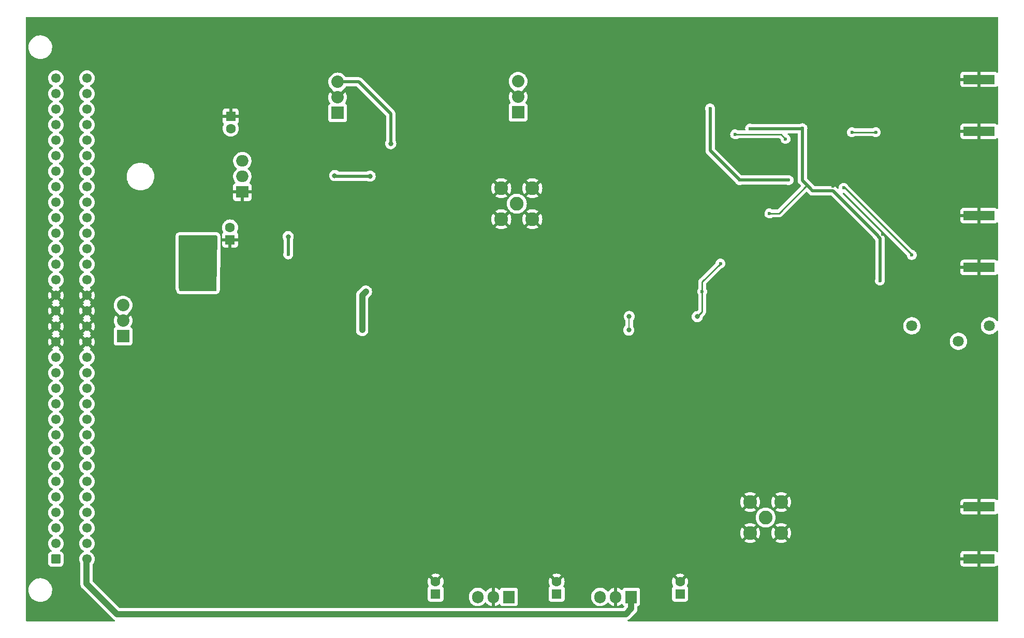
<source format=gbr>
G04 #@! TF.GenerationSoftware,KiCad,Pcbnew,(6.0.7)*
G04 #@! TF.CreationDate,2022-11-17T09:34:03+01:00*
G04 #@! TF.ProjectId,PDH_module,5044485f-6d6f-4647-956c-652e6b696361,1.1*
G04 #@! TF.SameCoordinates,Original*
G04 #@! TF.FileFunction,Copper,L2,Bot*
G04 #@! TF.FilePolarity,Positive*
%FSLAX46Y46*%
G04 Gerber Fmt 4.6, Leading zero omitted, Abs format (unit mm)*
G04 Created by KiCad (PCBNEW (6.0.7)) date 2022-11-17 09:34:03*
%MOMM*%
%LPD*%
G01*
G04 APERTURE LIST*
G04 Aperture macros list*
%AMRoundRect*
0 Rectangle with rounded corners*
0 $1 Rounding radius*
0 $2 $3 $4 $5 $6 $7 $8 $9 X,Y pos of 4 corners*
0 Add a 4 corners polygon primitive as box body*
4,1,4,$2,$3,$4,$5,$6,$7,$8,$9,$2,$3,0*
0 Add four circle primitives for the rounded corners*
1,1,$1+$1,$2,$3*
1,1,$1+$1,$4,$5*
1,1,$1+$1,$6,$7*
1,1,$1+$1,$8,$9*
0 Add four rect primitives between the rounded corners*
20,1,$1+$1,$2,$3,$4,$5,0*
20,1,$1+$1,$4,$5,$6,$7,0*
20,1,$1+$1,$6,$7,$8,$9,0*
20,1,$1+$1,$8,$9,$2,$3,0*%
G04 Aperture macros list end*
G04 #@! TA.AperFunction,ComponentPad*
%ADD10RoundRect,0.249999X0.525001X-0.525001X0.525001X0.525001X-0.525001X0.525001X-0.525001X-0.525001X0*%
G04 #@! TD*
G04 #@! TA.AperFunction,ComponentPad*
%ADD11C,1.550000*%
G04 #@! TD*
G04 #@! TA.AperFunction,ComponentPad*
%ADD12R,1.600000X1.600000*%
G04 #@! TD*
G04 #@! TA.AperFunction,ComponentPad*
%ADD13C,1.600000*%
G04 #@! TD*
G04 #@! TA.AperFunction,ComponentPad*
%ADD14R,1.905000X2.000000*%
G04 #@! TD*
G04 #@! TA.AperFunction,ComponentPad*
%ADD15O,1.905000X2.000000*%
G04 #@! TD*
G04 #@! TA.AperFunction,SMDPad,CuDef*
%ADD16R,5.080000X1.500000*%
G04 #@! TD*
G04 #@! TA.AperFunction,ComponentPad*
%ADD17C,2.250000*%
G04 #@! TD*
G04 #@! TA.AperFunction,ComponentPad*
%ADD18C,1.800000*%
G04 #@! TD*
G04 #@! TA.AperFunction,ComponentPad*
%ADD19C,2.032000*%
G04 #@! TD*
G04 #@! TA.AperFunction,ComponentPad*
%ADD20R,2.032000X2.032000*%
G04 #@! TD*
G04 #@! TA.AperFunction,ComponentPad*
%ADD21C,1.016000*%
G04 #@! TD*
G04 #@! TA.AperFunction,ComponentPad*
%ADD22R,2.000000X1.905000*%
G04 #@! TD*
G04 #@! TA.AperFunction,ComponentPad*
%ADD23O,2.000000X1.905000*%
G04 #@! TD*
G04 #@! TA.AperFunction,ViaPad*
%ADD24C,0.600000*%
G04 #@! TD*
G04 #@! TA.AperFunction,ViaPad*
%ADD25C,0.800000*%
G04 #@! TD*
G04 #@! TA.AperFunction,Conductor*
%ADD26C,0.500000*%
G04 #@! TD*
G04 #@! TA.AperFunction,Conductor*
%ADD27C,1.000000*%
G04 #@! TD*
G04 #@! TA.AperFunction,Conductor*
%ADD28C,0.250000*%
G04 #@! TD*
G04 #@! TA.AperFunction,Conductor*
%ADD29C,0.200000*%
G04 #@! TD*
G04 APERTURE END LIST*
D10*
X85400000Y-134300000D03*
D11*
X85400000Y-131760000D03*
X85400000Y-129220000D03*
X85400000Y-126680000D03*
X85400000Y-124140000D03*
X85400000Y-121600000D03*
X85400000Y-119060000D03*
X85400000Y-116520000D03*
X85400000Y-113980000D03*
X85400000Y-111440000D03*
X85400000Y-108900000D03*
X85400000Y-106360000D03*
X85400000Y-103820000D03*
X85400000Y-101280000D03*
X85400000Y-98740000D03*
X85400000Y-96200000D03*
X85400000Y-93660000D03*
X85400000Y-91120000D03*
X85400000Y-88580000D03*
X85400000Y-86040000D03*
X85400000Y-83500000D03*
X85400000Y-80960000D03*
X85400000Y-78420000D03*
X85400000Y-75880000D03*
X85400000Y-73340000D03*
X85400000Y-70800000D03*
X85400000Y-68260000D03*
X85400000Y-65720000D03*
X85400000Y-63180000D03*
X85400000Y-60640000D03*
X85400000Y-58100000D03*
X85400000Y-55560000D03*
X90480000Y-134300000D03*
X90480000Y-131760000D03*
X90480000Y-129220000D03*
X90480000Y-126680000D03*
X90480000Y-124140000D03*
X90480000Y-121600000D03*
X90480000Y-119060000D03*
X90480000Y-116520000D03*
X90480000Y-113980000D03*
X90480000Y-111440000D03*
X90480000Y-108900000D03*
X90480000Y-106360000D03*
X90480000Y-103820000D03*
X90480000Y-101280000D03*
X90480000Y-98740000D03*
X90480000Y-96200000D03*
X90480000Y-93660000D03*
X90480000Y-91120000D03*
X90480000Y-88580000D03*
X90480000Y-86040000D03*
X90480000Y-83500000D03*
X90480000Y-80960000D03*
X90480000Y-78420000D03*
X90480000Y-75880000D03*
X90480000Y-73340000D03*
X90480000Y-70800000D03*
X90480000Y-68260000D03*
X90480000Y-65720000D03*
X90480000Y-63180000D03*
X90480000Y-60640000D03*
X90480000Y-58100000D03*
X90480000Y-55560000D03*
D12*
X187500000Y-140000000D03*
D13*
X187500000Y-138000000D03*
D12*
X167300000Y-140000000D03*
D13*
X167300000Y-138000000D03*
D12*
X147500000Y-140000000D03*
D13*
X147500000Y-138000000D03*
D12*
X113900000Y-82000000D03*
D13*
X113900000Y-80000000D03*
D14*
X179500000Y-140500000D03*
D15*
X176960000Y-140500000D03*
X174420000Y-140500000D03*
D14*
X159500000Y-140500000D03*
D15*
X156960000Y-140500000D03*
X154420000Y-140500000D03*
D16*
X236400000Y-78050000D03*
X236400000Y-86550000D03*
D17*
X160800000Y-76100000D03*
X158260000Y-78640000D03*
X158260000Y-73560000D03*
X163340000Y-73560000D03*
X163340000Y-78640000D03*
D18*
X225400000Y-96100000D03*
X233020000Y-98640000D03*
X238100000Y-96100000D03*
D16*
X236400000Y-55750000D03*
X236400000Y-64250000D03*
X236400000Y-134250000D03*
X236400000Y-125750000D03*
D19*
X131500000Y-56160000D03*
X131500000Y-58700000D03*
D20*
X131500000Y-61240000D03*
X96400000Y-97800000D03*
D19*
X96400000Y-95260000D03*
X96400000Y-92720000D03*
D21*
X208165000Y-82842000D03*
X213880000Y-89192000D03*
X205625000Y-79032000D03*
X209435000Y-82842000D03*
X207530000Y-89192000D03*
X202196000Y-86652000D03*
X215404000Y-81572000D03*
X205625000Y-83477000D03*
X205625000Y-84747000D03*
X202196000Y-87922000D03*
X211975000Y-83477000D03*
X202196000Y-80302000D03*
X211975000Y-84747000D03*
X202196000Y-81572000D03*
X203085000Y-79032000D03*
X205625000Y-89192000D03*
X215404000Y-86652000D03*
X215404000Y-80302000D03*
X211975000Y-79032000D03*
X203720000Y-89192000D03*
X211975000Y-89192000D03*
X208165000Y-86652000D03*
X215404000Y-87922000D03*
X209435000Y-86652000D03*
X214515000Y-79032000D03*
X210070000Y-89192000D03*
D22*
X115900000Y-74200000D03*
D23*
X115900000Y-71660000D03*
X115900000Y-69120000D03*
D20*
X161000000Y-61140000D03*
D19*
X161000000Y-58600000D03*
X161000000Y-56060000D03*
D17*
X201500000Y-127500000D03*
X204040000Y-124960000D03*
X198960000Y-124960000D03*
X204040000Y-130040000D03*
X198960000Y-130040000D03*
D12*
X114000000Y-61800000D03*
D13*
X114000000Y-63800000D03*
D24*
X108500000Y-118000000D03*
X108500000Y-117000000D03*
D25*
X214700000Y-94900000D03*
X214700000Y-95900000D03*
X214700000Y-96900000D03*
X214700000Y-97900000D03*
X214700000Y-98900000D03*
X214700000Y-99900000D03*
X214700000Y-100900000D03*
X215700000Y-100900000D03*
X216700000Y-100900000D03*
X217700000Y-100900000D03*
X218700000Y-100900000D03*
X219700000Y-100900000D03*
X220700000Y-100900000D03*
X221700000Y-100900000D03*
X222700000Y-100900000D03*
X223700000Y-100900000D03*
X224700000Y-100900000D03*
X225700000Y-100900000D03*
X226700000Y-100900000D03*
X227700000Y-100900000D03*
X228700000Y-100900000D03*
X229700000Y-100900000D03*
X230700000Y-100900000D03*
X231700000Y-100900000D03*
X232700000Y-100900000D03*
X233700000Y-100900000D03*
X234700000Y-100900000D03*
X235700000Y-100900000D03*
X236700000Y-100900000D03*
X237700000Y-100900000D03*
X238700000Y-100900000D03*
D24*
X237000000Y-57500000D03*
D25*
X177500000Y-136300000D03*
D24*
X233500000Y-49500000D03*
D25*
X125900000Y-129900000D03*
D24*
X233500000Y-136500000D03*
X185500000Y-85000000D03*
X193000000Y-72500000D03*
X132000000Y-96000000D03*
X217000000Y-67750000D03*
X206300000Y-93800000D03*
D25*
X127200000Y-121700000D03*
X209100000Y-70300000D03*
D24*
X237500000Y-136500000D03*
X194200000Y-88900000D03*
X188500000Y-46000000D03*
X233000000Y-61000000D03*
X233100000Y-79200000D03*
D25*
X123200000Y-67100000D03*
X212500000Y-135500000D03*
D24*
X238600000Y-88800000D03*
X185500000Y-61000000D03*
X233200000Y-76800000D03*
D25*
X210700000Y-124600000D03*
D24*
X224500000Y-46000000D03*
X234500000Y-132500000D03*
X185500000Y-50000000D03*
X233100000Y-85100000D03*
D25*
X114300000Y-91000000D03*
D24*
X238300000Y-75600000D03*
X232500000Y-133500000D03*
X95500000Y-61900000D03*
D25*
X204400000Y-70000000D03*
D24*
X201250000Y-60750000D03*
X197300000Y-77200000D03*
D25*
X102500000Y-120900000D03*
D24*
X110500000Y-95500000D03*
X212500000Y-73250000D03*
X212600000Y-93900000D03*
D25*
X127200000Y-117100000D03*
D24*
X238400000Y-80100000D03*
X236000000Y-127500000D03*
X231100000Y-131300000D03*
X233000000Y-64500000D03*
X224400000Y-93800000D03*
X201100000Y-93900000D03*
X195500000Y-75500000D03*
D25*
X214700000Y-93900000D03*
D24*
X236100000Y-88800000D03*
X233000000Y-55000000D03*
X234500000Y-136500000D03*
X236000000Y-123500000D03*
X131800000Y-103300000D03*
X230400000Y-87400000D03*
X237500000Y-132500000D03*
X237000000Y-53000000D03*
X185500000Y-47500000D03*
X218500000Y-46000000D03*
X96300000Y-128400000D03*
X206500000Y-46000000D03*
X232300000Y-130100000D03*
X185500000Y-67000000D03*
X194300000Y-90600000D03*
X190900000Y-64300000D03*
X96300000Y-127300000D03*
X95500000Y-63500000D03*
D25*
X204500000Y-67600000D03*
X222800000Y-127900000D03*
D24*
X233500000Y-46000000D03*
X138000000Y-96000000D03*
D25*
X104700000Y-90400000D03*
D24*
X236100000Y-84400000D03*
X218500000Y-93600000D03*
D25*
X110500000Y-124300000D03*
X132000000Y-84000000D03*
X126500000Y-84000000D03*
D24*
X233000000Y-73000000D03*
X216700000Y-96100000D03*
D25*
X129600000Y-130000000D03*
D24*
X236000000Y-80200000D03*
X237000000Y-62000000D03*
X200500000Y-46000000D03*
X220600000Y-81100000D03*
X185400000Y-90400000D03*
X95500000Y-65100000D03*
D25*
X102600000Y-91200000D03*
D24*
X218000000Y-69499990D03*
D25*
X125700000Y-138700000D03*
D24*
X185300000Y-92200000D03*
X234000000Y-123500000D03*
X232700000Y-93400000D03*
X231000000Y-134900000D03*
X234000000Y-127500000D03*
X214300000Y-61200000D03*
X238600000Y-84400000D03*
D25*
X127100000Y-113100000D03*
D24*
X212500000Y-46000000D03*
X230000000Y-46000000D03*
D25*
X214800000Y-138500000D03*
X135200000Y-138700000D03*
D24*
X185500000Y-73000000D03*
X224800000Y-77500000D03*
X239000000Y-132500000D03*
X236000000Y-132500000D03*
X123600000Y-79100000D03*
X234000000Y-125500000D03*
X194500000Y-46000000D03*
D25*
X114800000Y-120900000D03*
D24*
X206000000Y-73500000D03*
X119300000Y-120700000D03*
X233100000Y-90400000D03*
X185500000Y-79000000D03*
X216000000Y-69400000D03*
X236000000Y-136500000D03*
X237500000Y-123500000D03*
X218000000Y-72250000D03*
X237500000Y-127500000D03*
X233000000Y-67000000D03*
D25*
X182400000Y-136300000D03*
D24*
X217400000Y-87800000D03*
X229800000Y-93800000D03*
X196200000Y-79100000D03*
X185500000Y-55000000D03*
X237000000Y-67000000D03*
D25*
X157300000Y-136300000D03*
D24*
X235500000Y-75700000D03*
X96400000Y-126100000D03*
X239000000Y-136500000D03*
X108500000Y-119000000D03*
D25*
X212600000Y-124500000D03*
D24*
X204750000Y-65500000D03*
X196500000Y-64750000D03*
X214250000Y-73500000D03*
D25*
X179100000Y-96800000D03*
X190300000Y-94600000D03*
D24*
X197250000Y-72250000D03*
X192400000Y-60500000D03*
D25*
X179175698Y-94574322D03*
D24*
X191100000Y-90500000D03*
D25*
X140175688Y-66275688D03*
D24*
X205250000Y-72250000D03*
X225400000Y-84500000D03*
X194100000Y-85900000D03*
X108600000Y-87200000D03*
D25*
X131000000Y-71500000D03*
X136800000Y-71600000D03*
D24*
X108600000Y-88100000D03*
D25*
X136100000Y-90500000D03*
X135500000Y-96800000D03*
D24*
X207500000Y-63750000D03*
X198950000Y-63800000D03*
D25*
X123400000Y-81500000D03*
D24*
X215600000Y-64400000D03*
X202100000Y-77700000D03*
X123399992Y-84400000D03*
X220192600Y-88684100D03*
X219500000Y-64400000D03*
D26*
X140175688Y-61375688D02*
X140175688Y-66275688D01*
X134960000Y-56160000D02*
X140175688Y-61375688D01*
X131500000Y-56160000D02*
X134960000Y-56160000D01*
D27*
X90420000Y-138347978D02*
X95372022Y-143300000D01*
X179500000Y-142400000D02*
X179500000Y-140500000D01*
X178600000Y-143300000D02*
X179500000Y-142400000D01*
X95372022Y-143300000D02*
X178600000Y-143300000D01*
X90420000Y-134320000D02*
X90420000Y-138347978D01*
D28*
X204000000Y-64750000D02*
X204750000Y-65500000D01*
X196500000Y-64750000D02*
X204000000Y-64750000D01*
X225425000Y-84500000D02*
X214425000Y-73500000D01*
D26*
X205250000Y-72250000D02*
X197250000Y-72250000D01*
D28*
X191100000Y-88900000D02*
X191100000Y-90500000D01*
X191100000Y-93800000D02*
X191100000Y-90500000D01*
X214425000Y-73500000D02*
X214250000Y-73500000D01*
D29*
X179100000Y-96800000D02*
X179175698Y-96724302D01*
D28*
X190300000Y-94600000D02*
X191100000Y-93800000D01*
D26*
X197250000Y-72250000D02*
X192400000Y-67400000D01*
X192400000Y-67400000D02*
X192400000Y-60500000D01*
D29*
X179175698Y-96724302D02*
X179175698Y-94574322D01*
D28*
X194100000Y-85900000D02*
X191100000Y-88900000D01*
D26*
X136800000Y-71600000D02*
X131100000Y-71600000D01*
X131100000Y-71600000D02*
X131000000Y-71500000D01*
D27*
X135500000Y-91100000D02*
X136100000Y-90500000D01*
X135500000Y-96800000D02*
X135500000Y-91100000D01*
D26*
X219850489Y-81410459D02*
X220192600Y-81752570D01*
X198950000Y-63800000D02*
X207450000Y-63800000D01*
X208749999Y-73549999D02*
X208749999Y-73610001D01*
X208300000Y-73100000D02*
X208749999Y-73549999D01*
X220192600Y-81752570D02*
X220192600Y-88684100D01*
X209139999Y-74000001D02*
X212500001Y-74000001D01*
X207450000Y-63800000D02*
X207500000Y-63750000D01*
X219850489Y-81350489D02*
X219850489Y-81410459D01*
X212500001Y-74000001D02*
X219850489Y-81350489D01*
D28*
X203700000Y-77700000D02*
X208300000Y-73100000D01*
D26*
X123400000Y-84399992D02*
X123399992Y-84400000D01*
X207500000Y-72300000D02*
X208300000Y-73100000D01*
D28*
X202100000Y-77700000D02*
X203700000Y-77700000D01*
D26*
X123400000Y-81500000D02*
X123400000Y-84399992D01*
X207500000Y-63750000D02*
X207500000Y-72300000D01*
D28*
X219500000Y-64400000D02*
X215600000Y-64400000D01*
D26*
X208749999Y-73610001D02*
X209139999Y-74000001D01*
G04 #@! TA.AperFunction,Conductor*
G36*
X111740729Y-81320002D02*
G01*
X111787222Y-81373658D01*
X111798600Y-81427385D01*
X111701369Y-90275385D01*
X111680620Y-90343281D01*
X111626457Y-90389182D01*
X111575377Y-90400000D01*
X105726955Y-90400000D01*
X105658834Y-90379998D01*
X105612341Y-90326342D01*
X105601645Y-90287170D01*
X105600407Y-90275385D01*
X105593542Y-90210072D01*
X105534527Y-90028444D01*
X105516881Y-89997880D01*
X105500000Y-89934880D01*
X105500000Y-81426000D01*
X105520002Y-81357879D01*
X105573658Y-81311386D01*
X105626000Y-81300000D01*
X111672608Y-81300000D01*
X111740729Y-81320002D01*
G37*
G04 #@! TD.AperFunction*
G04 #@! TA.AperFunction,Conductor*
G36*
X239433621Y-45528502D02*
G01*
X239480114Y-45582158D01*
X239491500Y-45634500D01*
X239491500Y-54526550D01*
X239471498Y-54594671D01*
X239417842Y-54641164D01*
X239347568Y-54651268D01*
X239289935Y-54627377D01*
X239193644Y-54555211D01*
X239178054Y-54546676D01*
X239057606Y-54501522D01*
X239042351Y-54497895D01*
X238991486Y-54492369D01*
X238984672Y-54492000D01*
X236672115Y-54492000D01*
X236656876Y-54496475D01*
X236655671Y-54497865D01*
X236654000Y-54505548D01*
X236654000Y-56989884D01*
X236658475Y-57005123D01*
X236659865Y-57006328D01*
X236667548Y-57007999D01*
X238984669Y-57007999D01*
X238991490Y-57007629D01*
X239042352Y-57002105D01*
X239057604Y-56998479D01*
X239178054Y-56953324D01*
X239193644Y-56944789D01*
X239289935Y-56872623D01*
X239356442Y-56847776D01*
X239425824Y-56862829D01*
X239476054Y-56913004D01*
X239491500Y-56973450D01*
X239491500Y-63026550D01*
X239471498Y-63094671D01*
X239417842Y-63141164D01*
X239347568Y-63151268D01*
X239289935Y-63127377D01*
X239193644Y-63055211D01*
X239178054Y-63046676D01*
X239057606Y-63001522D01*
X239042351Y-62997895D01*
X238991486Y-62992369D01*
X238984672Y-62992000D01*
X236672115Y-62992000D01*
X236656876Y-62996475D01*
X236655671Y-62997865D01*
X236654000Y-63005548D01*
X236654000Y-65489884D01*
X236658475Y-65505123D01*
X236659865Y-65506328D01*
X236667548Y-65507999D01*
X238984669Y-65507999D01*
X238991490Y-65507629D01*
X239042352Y-65502105D01*
X239057604Y-65498479D01*
X239178054Y-65453324D01*
X239193644Y-65444789D01*
X239289935Y-65372623D01*
X239356442Y-65347776D01*
X239425824Y-65362829D01*
X239476054Y-65413004D01*
X239491500Y-65473450D01*
X239491500Y-76826550D01*
X239471498Y-76894671D01*
X239417842Y-76941164D01*
X239347568Y-76951268D01*
X239289935Y-76927377D01*
X239193644Y-76855211D01*
X239178054Y-76846676D01*
X239057606Y-76801522D01*
X239042351Y-76797895D01*
X238991486Y-76792369D01*
X238984672Y-76792000D01*
X236672115Y-76792000D01*
X236656876Y-76796475D01*
X236655671Y-76797865D01*
X236654000Y-76805548D01*
X236654000Y-79289884D01*
X236658475Y-79305123D01*
X236659865Y-79306328D01*
X236667548Y-79307999D01*
X238984669Y-79307999D01*
X238991490Y-79307629D01*
X239042352Y-79302105D01*
X239057604Y-79298479D01*
X239178054Y-79253324D01*
X239193644Y-79244789D01*
X239289935Y-79172623D01*
X239356442Y-79147776D01*
X239425824Y-79162829D01*
X239476054Y-79213004D01*
X239491500Y-79273450D01*
X239491500Y-85326550D01*
X239471498Y-85394671D01*
X239417842Y-85441164D01*
X239347568Y-85451268D01*
X239289935Y-85427377D01*
X239193644Y-85355211D01*
X239178054Y-85346676D01*
X239057606Y-85301522D01*
X239042351Y-85297895D01*
X238991486Y-85292369D01*
X238984672Y-85292000D01*
X236672115Y-85292000D01*
X236656876Y-85296475D01*
X236655671Y-85297865D01*
X236654000Y-85305548D01*
X236654000Y-87789884D01*
X236658475Y-87805123D01*
X236659865Y-87806328D01*
X236667548Y-87807999D01*
X238984669Y-87807999D01*
X238991490Y-87807629D01*
X239042352Y-87802105D01*
X239057604Y-87798479D01*
X239178054Y-87753324D01*
X239193644Y-87744789D01*
X239289935Y-87672623D01*
X239356442Y-87647776D01*
X239425824Y-87662829D01*
X239476054Y-87713004D01*
X239491500Y-87773450D01*
X239491500Y-95230969D01*
X239471498Y-95299090D01*
X239417842Y-95345583D01*
X239347568Y-95355687D01*
X239282988Y-95326193D01*
X239259708Y-95299409D01*
X239243241Y-95273955D01*
X239219764Y-95237665D01*
X239063887Y-95066358D01*
X239059836Y-95063159D01*
X239059832Y-95063155D01*
X238886177Y-94926011D01*
X238886172Y-94926008D01*
X238882123Y-94922810D01*
X238877607Y-94920317D01*
X238877604Y-94920315D01*
X238683879Y-94813373D01*
X238683875Y-94813371D01*
X238679355Y-94810876D01*
X238674486Y-94809152D01*
X238674482Y-94809150D01*
X238465903Y-94735288D01*
X238465899Y-94735287D01*
X238461028Y-94733562D01*
X238455935Y-94732655D01*
X238455932Y-94732654D01*
X238238095Y-94693851D01*
X238238089Y-94693850D01*
X238233006Y-94692945D01*
X238160096Y-94692054D01*
X238006581Y-94690179D01*
X238006579Y-94690179D01*
X238001411Y-94690116D01*
X237772464Y-94725150D01*
X237552314Y-94797106D01*
X237547726Y-94799494D01*
X237547722Y-94799496D01*
X237351461Y-94901663D01*
X237346872Y-94904052D01*
X237342739Y-94907155D01*
X237342736Y-94907157D01*
X237184731Y-95025791D01*
X237161655Y-95043117D01*
X237001639Y-95210564D01*
X236998725Y-95214836D01*
X236998724Y-95214837D01*
X236941251Y-95299090D01*
X236871119Y-95401899D01*
X236773602Y-95611981D01*
X236711707Y-95835169D01*
X236687095Y-96065469D01*
X236687392Y-96070622D01*
X236687392Y-96070625D01*
X236695023Y-96202965D01*
X236700427Y-96296697D01*
X236701564Y-96301743D01*
X236701565Y-96301749D01*
X236730233Y-96428957D01*
X236751346Y-96522642D01*
X236753288Y-96527424D01*
X236753289Y-96527428D01*
X236797042Y-96635178D01*
X236838484Y-96737237D01*
X236959501Y-96934719D01*
X237111147Y-97109784D01*
X237289349Y-97257730D01*
X237489322Y-97374584D01*
X237705694Y-97457209D01*
X237710760Y-97458240D01*
X237710761Y-97458240D01*
X237748957Y-97466011D01*
X237932656Y-97503385D01*
X238063324Y-97508176D01*
X238158949Y-97511683D01*
X238158953Y-97511683D01*
X238164113Y-97511872D01*
X238169233Y-97511216D01*
X238169235Y-97511216D01*
X238242270Y-97501860D01*
X238393847Y-97482442D01*
X238398795Y-97480957D01*
X238398802Y-97480956D01*
X238610747Y-97417369D01*
X238615690Y-97415886D01*
X238620324Y-97413616D01*
X238819049Y-97316262D01*
X238819052Y-97316260D01*
X238823684Y-97313991D01*
X239012243Y-97179494D01*
X239176303Y-97016005D01*
X239190080Y-96996833D01*
X239257165Y-96903474D01*
X239263177Y-96895107D01*
X239319172Y-96851459D01*
X239389875Y-96845013D01*
X239452840Y-96877816D01*
X239488074Y-96939452D01*
X239491500Y-96968633D01*
X239491500Y-124526550D01*
X239471498Y-124594671D01*
X239417842Y-124641164D01*
X239347568Y-124651268D01*
X239289935Y-124627377D01*
X239193644Y-124555211D01*
X239178054Y-124546676D01*
X239057606Y-124501522D01*
X239042351Y-124497895D01*
X238991486Y-124492369D01*
X238984672Y-124492000D01*
X236672115Y-124492000D01*
X236656876Y-124496475D01*
X236655671Y-124497865D01*
X236654000Y-124505548D01*
X236654000Y-126989884D01*
X236658475Y-127005123D01*
X236659865Y-127006328D01*
X236667548Y-127007999D01*
X238984669Y-127007999D01*
X238991490Y-127007629D01*
X239042352Y-127002105D01*
X239057604Y-126998479D01*
X239178054Y-126953324D01*
X239193644Y-126944789D01*
X239289935Y-126872623D01*
X239356442Y-126847776D01*
X239425824Y-126862829D01*
X239476054Y-126913004D01*
X239491500Y-126973450D01*
X239491500Y-133026550D01*
X239471498Y-133094671D01*
X239417842Y-133141164D01*
X239347568Y-133151268D01*
X239289935Y-133127377D01*
X239193644Y-133055211D01*
X239178054Y-133046676D01*
X239057606Y-133001522D01*
X239042351Y-132997895D01*
X238991486Y-132992369D01*
X238984672Y-132992000D01*
X236672115Y-132992000D01*
X236656876Y-132996475D01*
X236655671Y-132997865D01*
X236654000Y-133005548D01*
X236654000Y-135489884D01*
X236658475Y-135505123D01*
X236659865Y-135506328D01*
X236667548Y-135507999D01*
X238984669Y-135507999D01*
X238991490Y-135507629D01*
X239042352Y-135502105D01*
X239057604Y-135498479D01*
X239178054Y-135453324D01*
X239193644Y-135444789D01*
X239289935Y-135372623D01*
X239356442Y-135347776D01*
X239425824Y-135362829D01*
X239476054Y-135413004D01*
X239491500Y-135473450D01*
X239491500Y-144365500D01*
X239471498Y-144433621D01*
X239417842Y-144480114D01*
X239365500Y-144491500D01*
X178999120Y-144491500D01*
X178930999Y-144471498D01*
X178884506Y-144417842D01*
X178874402Y-144347568D01*
X178903896Y-144282988D01*
X178963964Y-144244503D01*
X178966401Y-144243795D01*
X178970417Y-144242629D01*
X178970420Y-144242628D01*
X178976336Y-144240909D01*
X178981068Y-144238456D01*
X178986169Y-144236916D01*
X179002062Y-144228466D01*
X179068260Y-144193269D01*
X179069426Y-144192657D01*
X179146453Y-144152729D01*
X179151926Y-144149892D01*
X179156089Y-144146569D01*
X179160796Y-144144066D01*
X179232918Y-144085245D01*
X179233774Y-144084554D01*
X179272973Y-144053262D01*
X179275477Y-144050758D01*
X179276195Y-144050116D01*
X179280528Y-144046415D01*
X179314062Y-144019065D01*
X179343291Y-143983733D01*
X179351272Y-143974963D01*
X180169383Y-143156851D01*
X180179527Y-143147749D01*
X180204218Y-143127897D01*
X180209025Y-143124032D01*
X180241292Y-143085578D01*
X180244472Y-143081931D01*
X180246115Y-143080119D01*
X180248309Y-143077925D01*
X180275642Y-143044651D01*
X180276348Y-143043800D01*
X180332195Y-142977244D01*
X180336154Y-142972526D01*
X180338722Y-142967856D01*
X180342103Y-142963739D01*
X180385977Y-142881914D01*
X180386606Y-142880755D01*
X180428462Y-142804619D01*
X180428465Y-142804611D01*
X180431433Y-142799213D01*
X180433045Y-142794131D01*
X180435562Y-142789437D01*
X180462762Y-142700469D01*
X180463108Y-142699358D01*
X180489373Y-142616563D01*
X180491235Y-142610694D01*
X180491829Y-142605398D01*
X180493387Y-142600302D01*
X180502790Y-142507743D01*
X180502911Y-142506607D01*
X180508500Y-142456773D01*
X180508500Y-142453246D01*
X180508555Y-142452261D01*
X180509002Y-142446581D01*
X180513374Y-142403538D01*
X180509059Y-142357891D01*
X180508500Y-142346033D01*
X180508500Y-142109435D01*
X180528502Y-142041314D01*
X180582158Y-141994821D01*
X180590270Y-141991453D01*
X180690797Y-141953767D01*
X180699205Y-141950615D01*
X180815761Y-141863261D01*
X180903115Y-141746705D01*
X180954245Y-141610316D01*
X180961000Y-141548134D01*
X180961000Y-139451866D01*
X180954245Y-139389684D01*
X180903115Y-139253295D01*
X180815761Y-139136739D01*
X180699205Y-139049385D01*
X180562816Y-138998255D01*
X180500634Y-138991500D01*
X178499366Y-138991500D01*
X178437184Y-138998255D01*
X178300795Y-139049385D01*
X178184239Y-139136739D01*
X178096885Y-139253295D01*
X178093734Y-139261701D01*
X178089242Y-139273683D01*
X178046599Y-139330447D01*
X177980038Y-139355146D01*
X177910689Y-139339938D01*
X177893168Y-139328334D01*
X177775056Y-139235055D01*
X177766469Y-139229350D01*
X177565278Y-139118286D01*
X177555866Y-139114056D01*
X177339232Y-139037341D01*
X177329261Y-139034707D01*
X177231837Y-139017353D01*
X177218540Y-139018813D01*
X177214000Y-139033370D01*
X177214000Y-141968096D01*
X177217918Y-141981440D01*
X177232194Y-141983427D01*
X177294515Y-141973890D01*
X177304543Y-141971501D01*
X177522988Y-141900102D01*
X177532497Y-141896105D01*
X177736344Y-141789989D01*
X177745061Y-141784500D01*
X177896099Y-141671098D01*
X177962584Y-141646193D01*
X178031980Y-141661186D01*
X178082253Y-141711316D01*
X178089732Y-141727625D01*
X178096885Y-141746705D01*
X178184239Y-141863261D01*
X178300795Y-141950615D01*
X178301052Y-141950711D01*
X178348104Y-141997874D01*
X178363114Y-142067266D01*
X178338226Y-142133757D01*
X178326541Y-142147225D01*
X178219171Y-142254595D01*
X178156859Y-142288621D01*
X178130076Y-142291500D01*
X95841946Y-142291500D01*
X95773825Y-142271498D01*
X95752851Y-142254595D01*
X91503731Y-138005475D01*
X146187483Y-138005475D01*
X146206472Y-138222519D01*
X146208375Y-138233312D01*
X146264764Y-138443761D01*
X146268510Y-138454053D01*
X146360586Y-138651511D01*
X146366071Y-138661011D01*
X146366701Y-138661910D01*
X146366856Y-138662370D01*
X146368818Y-138665768D01*
X146368135Y-138666162D01*
X146389388Y-138729184D01*
X146372102Y-138798044D01*
X146349066Y-138823803D01*
X146350270Y-138825007D01*
X146343919Y-138831358D01*
X146336739Y-138836739D01*
X146331358Y-138843919D01*
X146331355Y-138843922D01*
X146312937Y-138868498D01*
X146249385Y-138953295D01*
X146198255Y-139089684D01*
X146191500Y-139151866D01*
X146191500Y-140848134D01*
X146198255Y-140910316D01*
X146249385Y-141046705D01*
X146336739Y-141163261D01*
X146453295Y-141250615D01*
X146589684Y-141301745D01*
X146651866Y-141308500D01*
X148348134Y-141308500D01*
X148410316Y-141301745D01*
X148546705Y-141250615D01*
X148663261Y-141163261D01*
X148750615Y-141046705D01*
X148801745Y-140910316D01*
X148808500Y-140848134D01*
X148808500Y-140608402D01*
X152959000Y-140608402D01*
X152959212Y-140610975D01*
X152959212Y-140610986D01*
X152963108Y-140658373D01*
X152973678Y-140786937D01*
X153032206Y-141019944D01*
X153034267Y-141024683D01*
X153121210Y-141224639D01*
X153128003Y-141240263D01*
X153258498Y-141441977D01*
X153420186Y-141619670D01*
X153485305Y-141671098D01*
X153604670Y-141765367D01*
X153604675Y-141765370D01*
X153608724Y-141768568D01*
X153613240Y-141771061D01*
X153613243Y-141771063D01*
X153814526Y-141882177D01*
X153814530Y-141882179D01*
X153819050Y-141884674D01*
X153823919Y-141886398D01*
X153823923Y-141886400D01*
X154040640Y-141963144D01*
X154040644Y-141963145D01*
X154045515Y-141964870D01*
X154050608Y-141965777D01*
X154050611Y-141965778D01*
X154276948Y-142006095D01*
X154276954Y-142006096D01*
X154282037Y-142007001D01*
X154369400Y-142008068D01*
X154517093Y-142009873D01*
X154517095Y-142009873D01*
X154522263Y-142009936D01*
X154759744Y-141973596D01*
X154871997Y-141936906D01*
X154983183Y-141900566D01*
X154983189Y-141900563D01*
X154988101Y-141898958D01*
X154992687Y-141896571D01*
X154992691Y-141896569D01*
X155196607Y-141790416D01*
X155201200Y-141788025D01*
X155356932Y-141671098D01*
X155389185Y-141646882D01*
X155389188Y-141646880D01*
X155393320Y-141643777D01*
X155559301Y-141470088D01*
X155584840Y-141432649D01*
X155639751Y-141387648D01*
X155710275Y-141379477D01*
X155774022Y-141410731D01*
X155794716Y-141435210D01*
X155796085Y-141437326D01*
X155802378Y-141445498D01*
X155957050Y-141615480D01*
X155964583Y-141622506D01*
X156144944Y-141764945D01*
X156153531Y-141770650D01*
X156354722Y-141881714D01*
X156364134Y-141885944D01*
X156580768Y-141962659D01*
X156590739Y-141965293D01*
X156688163Y-141982647D01*
X156701460Y-141981187D01*
X156705543Y-141968096D01*
X157214000Y-141968096D01*
X157217918Y-141981440D01*
X157232194Y-141983427D01*
X157294515Y-141973890D01*
X157304543Y-141971501D01*
X157522988Y-141900102D01*
X157532497Y-141896105D01*
X157736344Y-141789989D01*
X157745061Y-141784500D01*
X157896099Y-141671098D01*
X157962584Y-141646193D01*
X158031980Y-141661186D01*
X158082253Y-141711316D01*
X158089732Y-141727625D01*
X158096885Y-141746705D01*
X158184239Y-141863261D01*
X158300795Y-141950615D01*
X158437184Y-142001745D01*
X158499366Y-142008500D01*
X160500634Y-142008500D01*
X160562816Y-142001745D01*
X160699205Y-141950615D01*
X160815761Y-141863261D01*
X160903115Y-141746705D01*
X160954245Y-141610316D01*
X160961000Y-141548134D01*
X160961000Y-139451866D01*
X160954245Y-139389684D01*
X160903115Y-139253295D01*
X160815761Y-139136739D01*
X160699205Y-139049385D01*
X160562816Y-138998255D01*
X160500634Y-138991500D01*
X158499366Y-138991500D01*
X158437184Y-138998255D01*
X158300795Y-139049385D01*
X158184239Y-139136739D01*
X158096885Y-139253295D01*
X158093734Y-139261701D01*
X158089242Y-139273683D01*
X158046599Y-139330447D01*
X157980038Y-139355146D01*
X157910689Y-139339938D01*
X157893168Y-139328334D01*
X157775056Y-139235055D01*
X157766469Y-139229350D01*
X157565278Y-139118286D01*
X157555866Y-139114056D01*
X157339232Y-139037341D01*
X157329261Y-139034707D01*
X157231837Y-139017353D01*
X157218540Y-139018813D01*
X157214000Y-139033370D01*
X157214000Y-141968096D01*
X156705543Y-141968096D01*
X156706000Y-141966630D01*
X156706000Y-139031904D01*
X156702082Y-139018560D01*
X156687806Y-139016573D01*
X156625485Y-139026110D01*
X156615457Y-139028499D01*
X156397012Y-139099898D01*
X156387503Y-139103895D01*
X156183656Y-139210011D01*
X156174931Y-139215505D01*
X155991148Y-139353493D01*
X155983441Y-139360336D01*
X155824661Y-139526491D01*
X155818177Y-139534498D01*
X155795763Y-139567356D01*
X155740852Y-139612359D01*
X155670328Y-139620532D01*
X155606580Y-139589278D01*
X155585884Y-139564796D01*
X155584311Y-139562365D01*
X155581502Y-139558023D01*
X155419814Y-139380330D01*
X155342983Y-139319653D01*
X155235330Y-139234633D01*
X155235325Y-139234630D01*
X155231276Y-139231432D01*
X155226760Y-139228939D01*
X155226757Y-139228937D01*
X155025474Y-139117823D01*
X155025470Y-139117821D01*
X155020950Y-139115326D01*
X155016081Y-139113602D01*
X155016077Y-139113600D01*
X154799360Y-139036856D01*
X154799356Y-139036855D01*
X154794485Y-139035130D01*
X154789392Y-139034223D01*
X154789389Y-139034222D01*
X154563052Y-138993905D01*
X154563046Y-138993904D01*
X154557963Y-138992999D01*
X154465474Y-138991869D01*
X154322907Y-138990127D01*
X154322905Y-138990127D01*
X154317737Y-138990064D01*
X154080256Y-139026404D01*
X153985833Y-139057266D01*
X153856817Y-139099434D01*
X153856811Y-139099437D01*
X153851899Y-139101042D01*
X153847313Y-139103429D01*
X153847309Y-139103431D01*
X153643393Y-139209584D01*
X153638800Y-139211975D01*
X153616209Y-139228937D01*
X153455565Y-139349552D01*
X153446680Y-139356223D01*
X153280699Y-139529912D01*
X153145314Y-139728378D01*
X153143140Y-139733061D01*
X153143138Y-139733065D01*
X153067640Y-139895713D01*
X153044163Y-139946290D01*
X152979960Y-140177798D01*
X152959000Y-140373928D01*
X152959000Y-140608402D01*
X148808500Y-140608402D01*
X148808500Y-139151866D01*
X148801745Y-139089684D01*
X148750615Y-138953295D01*
X148687063Y-138868498D01*
X148668645Y-138843922D01*
X148668642Y-138843919D01*
X148663261Y-138836739D01*
X148656081Y-138831358D01*
X148649730Y-138825007D01*
X148651872Y-138822865D01*
X148618436Y-138778154D01*
X148613406Y-138707336D01*
X148631523Y-138665965D01*
X148631182Y-138665768D01*
X148632952Y-138662702D01*
X148633299Y-138661910D01*
X148633929Y-138661011D01*
X148639414Y-138651511D01*
X148731490Y-138454053D01*
X148735236Y-138443761D01*
X148791625Y-138233312D01*
X148793528Y-138222519D01*
X148812517Y-138005475D01*
X165987483Y-138005475D01*
X166006472Y-138222519D01*
X166008375Y-138233312D01*
X166064764Y-138443761D01*
X166068510Y-138454053D01*
X166160586Y-138651511D01*
X166166071Y-138661011D01*
X166166701Y-138661910D01*
X166166856Y-138662370D01*
X166168818Y-138665768D01*
X166168135Y-138666162D01*
X166189388Y-138729184D01*
X166172102Y-138798044D01*
X166149066Y-138823803D01*
X166150270Y-138825007D01*
X166143919Y-138831358D01*
X166136739Y-138836739D01*
X166131358Y-138843919D01*
X166131355Y-138843922D01*
X166112937Y-138868498D01*
X166049385Y-138953295D01*
X165998255Y-139089684D01*
X165991500Y-139151866D01*
X165991500Y-140848134D01*
X165998255Y-140910316D01*
X166049385Y-141046705D01*
X166136739Y-141163261D01*
X166253295Y-141250615D01*
X166389684Y-141301745D01*
X166451866Y-141308500D01*
X168148134Y-141308500D01*
X168210316Y-141301745D01*
X168346705Y-141250615D01*
X168463261Y-141163261D01*
X168550615Y-141046705D01*
X168601745Y-140910316D01*
X168608500Y-140848134D01*
X168608500Y-140608402D01*
X172959000Y-140608402D01*
X172959212Y-140610975D01*
X172959212Y-140610986D01*
X172963108Y-140658373D01*
X172973678Y-140786937D01*
X173032206Y-141019944D01*
X173034267Y-141024683D01*
X173121210Y-141224639D01*
X173128003Y-141240263D01*
X173258498Y-141441977D01*
X173420186Y-141619670D01*
X173485305Y-141671098D01*
X173604670Y-141765367D01*
X173604675Y-141765370D01*
X173608724Y-141768568D01*
X173613240Y-141771061D01*
X173613243Y-141771063D01*
X173814526Y-141882177D01*
X173814530Y-141882179D01*
X173819050Y-141884674D01*
X173823919Y-141886398D01*
X173823923Y-141886400D01*
X174040640Y-141963144D01*
X174040644Y-141963145D01*
X174045515Y-141964870D01*
X174050608Y-141965777D01*
X174050611Y-141965778D01*
X174276948Y-142006095D01*
X174276954Y-142006096D01*
X174282037Y-142007001D01*
X174369400Y-142008068D01*
X174517093Y-142009873D01*
X174517095Y-142009873D01*
X174522263Y-142009936D01*
X174759744Y-141973596D01*
X174871997Y-141936906D01*
X174983183Y-141900566D01*
X174983189Y-141900563D01*
X174988101Y-141898958D01*
X174992687Y-141896571D01*
X174992691Y-141896569D01*
X175196607Y-141790416D01*
X175201200Y-141788025D01*
X175356932Y-141671098D01*
X175389185Y-141646882D01*
X175389188Y-141646880D01*
X175393320Y-141643777D01*
X175559301Y-141470088D01*
X175584840Y-141432649D01*
X175639751Y-141387648D01*
X175710275Y-141379477D01*
X175774022Y-141410731D01*
X175794716Y-141435210D01*
X175796085Y-141437326D01*
X175802378Y-141445498D01*
X175957050Y-141615480D01*
X175964583Y-141622506D01*
X176144944Y-141764945D01*
X176153531Y-141770650D01*
X176354722Y-141881714D01*
X176364134Y-141885944D01*
X176580768Y-141962659D01*
X176590739Y-141965293D01*
X176688163Y-141982647D01*
X176701460Y-141981187D01*
X176706000Y-141966630D01*
X176706000Y-139031904D01*
X176702082Y-139018560D01*
X176687806Y-139016573D01*
X176625485Y-139026110D01*
X176615457Y-139028499D01*
X176397012Y-139099898D01*
X176387503Y-139103895D01*
X176183656Y-139210011D01*
X176174931Y-139215505D01*
X175991148Y-139353493D01*
X175983441Y-139360336D01*
X175824661Y-139526491D01*
X175818177Y-139534498D01*
X175795763Y-139567356D01*
X175740852Y-139612359D01*
X175670328Y-139620532D01*
X175606580Y-139589278D01*
X175585884Y-139564796D01*
X175584311Y-139562365D01*
X175581502Y-139558023D01*
X175419814Y-139380330D01*
X175342983Y-139319653D01*
X175235330Y-139234633D01*
X175235325Y-139234630D01*
X175231276Y-139231432D01*
X175226760Y-139228939D01*
X175226757Y-139228937D01*
X175025474Y-139117823D01*
X175025470Y-139117821D01*
X175020950Y-139115326D01*
X175016081Y-139113602D01*
X175016077Y-139113600D01*
X174799360Y-139036856D01*
X174799356Y-139036855D01*
X174794485Y-139035130D01*
X174789392Y-139034223D01*
X174789389Y-139034222D01*
X174563052Y-138993905D01*
X174563046Y-138993904D01*
X174557963Y-138992999D01*
X174465474Y-138991869D01*
X174322907Y-138990127D01*
X174322905Y-138990127D01*
X174317737Y-138990064D01*
X174080256Y-139026404D01*
X173985833Y-139057266D01*
X173856817Y-139099434D01*
X173856811Y-139099437D01*
X173851899Y-139101042D01*
X173847313Y-139103429D01*
X173847309Y-139103431D01*
X173643393Y-139209584D01*
X173638800Y-139211975D01*
X173616209Y-139228937D01*
X173455565Y-139349552D01*
X173446680Y-139356223D01*
X173280699Y-139529912D01*
X173145314Y-139728378D01*
X173143140Y-139733061D01*
X173143138Y-139733065D01*
X173067640Y-139895713D01*
X173044163Y-139946290D01*
X172979960Y-140177798D01*
X172959000Y-140373928D01*
X172959000Y-140608402D01*
X168608500Y-140608402D01*
X168608500Y-139151866D01*
X168601745Y-139089684D01*
X168550615Y-138953295D01*
X168487063Y-138868498D01*
X168468645Y-138843922D01*
X168468642Y-138843919D01*
X168463261Y-138836739D01*
X168456081Y-138831358D01*
X168449730Y-138825007D01*
X168451872Y-138822865D01*
X168418436Y-138778154D01*
X168413406Y-138707336D01*
X168431523Y-138665965D01*
X168431182Y-138665768D01*
X168432952Y-138662702D01*
X168433299Y-138661910D01*
X168433929Y-138661011D01*
X168439414Y-138651511D01*
X168531490Y-138454053D01*
X168535236Y-138443761D01*
X168591625Y-138233312D01*
X168593528Y-138222519D01*
X168612517Y-138005475D01*
X186187483Y-138005475D01*
X186206472Y-138222519D01*
X186208375Y-138233312D01*
X186264764Y-138443761D01*
X186268510Y-138454053D01*
X186360586Y-138651511D01*
X186366071Y-138661011D01*
X186366701Y-138661910D01*
X186366856Y-138662370D01*
X186368818Y-138665768D01*
X186368135Y-138666162D01*
X186389388Y-138729184D01*
X186372102Y-138798044D01*
X186349066Y-138823803D01*
X186350270Y-138825007D01*
X186343919Y-138831358D01*
X186336739Y-138836739D01*
X186331358Y-138843919D01*
X186331355Y-138843922D01*
X186312937Y-138868498D01*
X186249385Y-138953295D01*
X186198255Y-139089684D01*
X186191500Y-139151866D01*
X186191500Y-140848134D01*
X186198255Y-140910316D01*
X186249385Y-141046705D01*
X186336739Y-141163261D01*
X186453295Y-141250615D01*
X186589684Y-141301745D01*
X186651866Y-141308500D01*
X188348134Y-141308500D01*
X188410316Y-141301745D01*
X188546705Y-141250615D01*
X188663261Y-141163261D01*
X188750615Y-141046705D01*
X188801745Y-140910316D01*
X188808500Y-140848134D01*
X188808500Y-139151866D01*
X188801745Y-139089684D01*
X188750615Y-138953295D01*
X188687063Y-138868498D01*
X188668645Y-138843922D01*
X188668642Y-138843919D01*
X188663261Y-138836739D01*
X188656081Y-138831358D01*
X188649730Y-138825007D01*
X188651872Y-138822865D01*
X188618436Y-138778154D01*
X188613406Y-138707336D01*
X188631523Y-138665965D01*
X188631182Y-138665768D01*
X188632952Y-138662702D01*
X188633299Y-138661910D01*
X188633929Y-138661011D01*
X188639414Y-138651511D01*
X188731490Y-138454053D01*
X188735236Y-138443761D01*
X188791625Y-138233312D01*
X188793528Y-138222519D01*
X188812517Y-138005475D01*
X188812517Y-137994525D01*
X188793528Y-137777481D01*
X188791625Y-137766688D01*
X188735236Y-137556239D01*
X188731490Y-137545947D01*
X188639414Y-137348489D01*
X188633931Y-137338994D01*
X188597491Y-137286952D01*
X188587012Y-137278576D01*
X188573566Y-137285644D01*
X187589095Y-138270115D01*
X187526783Y-138304141D01*
X187455968Y-138299076D01*
X187410905Y-138270115D01*
X186425713Y-137284923D01*
X186413938Y-137278493D01*
X186401923Y-137287789D01*
X186366069Y-137338994D01*
X186360586Y-137348489D01*
X186268510Y-137545947D01*
X186264764Y-137556239D01*
X186208375Y-137766688D01*
X186206472Y-137777481D01*
X186187483Y-137994525D01*
X186187483Y-138005475D01*
X168612517Y-138005475D01*
X168612517Y-137994525D01*
X168593528Y-137777481D01*
X168591625Y-137766688D01*
X168535236Y-137556239D01*
X168531490Y-137545947D01*
X168439414Y-137348489D01*
X168433931Y-137338994D01*
X168397491Y-137286952D01*
X168387012Y-137278576D01*
X168373566Y-137285644D01*
X167389095Y-138270115D01*
X167326783Y-138304141D01*
X167255968Y-138299076D01*
X167210905Y-138270115D01*
X166225713Y-137284923D01*
X166213938Y-137278493D01*
X166201923Y-137287789D01*
X166166069Y-137338994D01*
X166160586Y-137348489D01*
X166068510Y-137545947D01*
X166064764Y-137556239D01*
X166008375Y-137766688D01*
X166006472Y-137777481D01*
X165987483Y-137994525D01*
X165987483Y-138005475D01*
X148812517Y-138005475D01*
X148812517Y-137994525D01*
X148793528Y-137777481D01*
X148791625Y-137766688D01*
X148735236Y-137556239D01*
X148731490Y-137545947D01*
X148639414Y-137348489D01*
X148633931Y-137338994D01*
X148597491Y-137286952D01*
X148587012Y-137278576D01*
X148573566Y-137285644D01*
X147589095Y-138270115D01*
X147526783Y-138304141D01*
X147455968Y-138299076D01*
X147410905Y-138270115D01*
X146425713Y-137284923D01*
X146413938Y-137278493D01*
X146401923Y-137287789D01*
X146366069Y-137338994D01*
X146360586Y-137348489D01*
X146268510Y-137545947D01*
X146264764Y-137556239D01*
X146208375Y-137766688D01*
X146206472Y-137777481D01*
X146187483Y-137994525D01*
X146187483Y-138005475D01*
X91503731Y-138005475D01*
X91465405Y-137967149D01*
X91431379Y-137904837D01*
X91428500Y-137878054D01*
X91428500Y-136912988D01*
X146778576Y-136912988D01*
X146785644Y-136926434D01*
X147487188Y-137627978D01*
X147501132Y-137635592D01*
X147502965Y-137635461D01*
X147509580Y-137631210D01*
X148215077Y-136925713D01*
X148221507Y-136913938D01*
X148220772Y-136912988D01*
X166578576Y-136912988D01*
X166585644Y-136926434D01*
X167287188Y-137627978D01*
X167301132Y-137635592D01*
X167302965Y-137635461D01*
X167309580Y-137631210D01*
X168015077Y-136925713D01*
X168021507Y-136913938D01*
X168020772Y-136912988D01*
X186778576Y-136912988D01*
X186785644Y-136926434D01*
X187487188Y-137627978D01*
X187501132Y-137635592D01*
X187502965Y-137635461D01*
X187509580Y-137631210D01*
X188215077Y-136925713D01*
X188221507Y-136913938D01*
X188212211Y-136901923D01*
X188161006Y-136866069D01*
X188151511Y-136860586D01*
X187954053Y-136768510D01*
X187943761Y-136764764D01*
X187733312Y-136708375D01*
X187722519Y-136706472D01*
X187505475Y-136687483D01*
X187494525Y-136687483D01*
X187277481Y-136706472D01*
X187266688Y-136708375D01*
X187056239Y-136764764D01*
X187045947Y-136768510D01*
X186848489Y-136860586D01*
X186838994Y-136866069D01*
X186786952Y-136902509D01*
X186778576Y-136912988D01*
X168020772Y-136912988D01*
X168012211Y-136901923D01*
X167961006Y-136866069D01*
X167951511Y-136860586D01*
X167754053Y-136768510D01*
X167743761Y-136764764D01*
X167533312Y-136708375D01*
X167522519Y-136706472D01*
X167305475Y-136687483D01*
X167294525Y-136687483D01*
X167077481Y-136706472D01*
X167066688Y-136708375D01*
X166856239Y-136764764D01*
X166845947Y-136768510D01*
X166648489Y-136860586D01*
X166638994Y-136866069D01*
X166586952Y-136902509D01*
X166578576Y-136912988D01*
X148220772Y-136912988D01*
X148212211Y-136901923D01*
X148161006Y-136866069D01*
X148151511Y-136860586D01*
X147954053Y-136768510D01*
X147943761Y-136764764D01*
X147733312Y-136708375D01*
X147722519Y-136706472D01*
X147505475Y-136687483D01*
X147494525Y-136687483D01*
X147277481Y-136706472D01*
X147266688Y-136708375D01*
X147056239Y-136764764D01*
X147045947Y-136768510D01*
X146848489Y-136860586D01*
X146838994Y-136866069D01*
X146786952Y-136902509D01*
X146778576Y-136912988D01*
X91428500Y-136912988D01*
X91428500Y-135218833D01*
X91448502Y-135150712D01*
X91459903Y-135136565D01*
X91459550Y-135136269D01*
X91463078Y-135132065D01*
X91466974Y-135128169D01*
X91485052Y-135102352D01*
X91525442Y-135044669D01*
X233352001Y-135044669D01*
X233352371Y-135051490D01*
X233357895Y-135102352D01*
X233361521Y-135117604D01*
X233406676Y-135238054D01*
X233415214Y-135253649D01*
X233491715Y-135355724D01*
X233504276Y-135368285D01*
X233606351Y-135444786D01*
X233621946Y-135453324D01*
X233742394Y-135498478D01*
X233757649Y-135502105D01*
X233808514Y-135507631D01*
X233815328Y-135508000D01*
X236127885Y-135508000D01*
X236143124Y-135503525D01*
X236144329Y-135502135D01*
X236146000Y-135494452D01*
X236146000Y-134522115D01*
X236141525Y-134506876D01*
X236140135Y-134505671D01*
X236132452Y-134504000D01*
X233370116Y-134504000D01*
X233354877Y-134508475D01*
X233353672Y-134509865D01*
X233352001Y-134517548D01*
X233352001Y-135044669D01*
X91525442Y-135044669D01*
X91592633Y-134948710D01*
X91592634Y-134948708D01*
X91595790Y-134944201D01*
X91598113Y-134939219D01*
X91598116Y-134939214D01*
X91688380Y-134745642D01*
X91688381Y-134745641D01*
X91690703Y-134740660D01*
X91748829Y-134523729D01*
X91768403Y-134300000D01*
X91748829Y-134076271D01*
X91725749Y-133990135D01*
X91722467Y-133977885D01*
X233352000Y-133977885D01*
X233356475Y-133993124D01*
X233357865Y-133994329D01*
X233365548Y-133996000D01*
X236127885Y-133996000D01*
X236143124Y-133991525D01*
X236144329Y-133990135D01*
X236146000Y-133982452D01*
X236146000Y-133010116D01*
X236141525Y-132994877D01*
X236140135Y-132993672D01*
X236132452Y-132992001D01*
X233815331Y-132992001D01*
X233808510Y-132992371D01*
X233757648Y-132997895D01*
X233742396Y-133001521D01*
X233621946Y-133046676D01*
X233606351Y-133055214D01*
X233504276Y-133131715D01*
X233491715Y-133144276D01*
X233415214Y-133246351D01*
X233406676Y-133261946D01*
X233361522Y-133382394D01*
X233357895Y-133397649D01*
X233352369Y-133448514D01*
X233352000Y-133455328D01*
X233352000Y-133977885D01*
X91722467Y-133977885D01*
X91692126Y-133864650D01*
X91692125Y-133864648D01*
X91690703Y-133859340D01*
X91629396Y-133727867D01*
X91598116Y-133660786D01*
X91598113Y-133660781D01*
X91595790Y-133655799D01*
X91575609Y-133626977D01*
X91470133Y-133476342D01*
X91470131Y-133476339D01*
X91466974Y-133471831D01*
X91308169Y-133313026D01*
X91284591Y-133296516D01*
X91212948Y-133246351D01*
X91124202Y-133184210D01*
X91119220Y-133181887D01*
X91119215Y-133181884D01*
X91058716Y-133153673D01*
X91038389Y-133144195D01*
X90985104Y-133097278D01*
X90965643Y-133029001D01*
X90986185Y-132961041D01*
X91038389Y-132915805D01*
X91119215Y-132878116D01*
X91119220Y-132878113D01*
X91124202Y-132875790D01*
X91308169Y-132746974D01*
X91466974Y-132588169D01*
X91595790Y-132404201D01*
X91598113Y-132399219D01*
X91598116Y-132399214D01*
X91688380Y-132205642D01*
X91688381Y-132205641D01*
X91690703Y-132200660D01*
X91748829Y-131983729D01*
X91768403Y-131760000D01*
X91748829Y-131536271D01*
X91702796Y-131364471D01*
X198000884Y-131364471D01*
X198004570Y-131369740D01*
X198212121Y-131496927D01*
X198220915Y-131501408D01*
X198449242Y-131595984D01*
X198458627Y-131599033D01*
X198698940Y-131656728D01*
X198708687Y-131658271D01*
X198955070Y-131677662D01*
X198964930Y-131677662D01*
X199211313Y-131658271D01*
X199221060Y-131656728D01*
X199461373Y-131599033D01*
X199470758Y-131595984D01*
X199699085Y-131501408D01*
X199707879Y-131496927D01*
X199913928Y-131370660D01*
X199917968Y-131364471D01*
X203080884Y-131364471D01*
X203084570Y-131369740D01*
X203292121Y-131496927D01*
X203300915Y-131501408D01*
X203529242Y-131595984D01*
X203538627Y-131599033D01*
X203778940Y-131656728D01*
X203788687Y-131658271D01*
X204035070Y-131677662D01*
X204044930Y-131677662D01*
X204291313Y-131658271D01*
X204301060Y-131656728D01*
X204541373Y-131599033D01*
X204550758Y-131595984D01*
X204779085Y-131501408D01*
X204787879Y-131496927D01*
X204993928Y-131370660D01*
X204999190Y-131362599D01*
X204993183Y-131352393D01*
X204052812Y-130412022D01*
X204038868Y-130404408D01*
X204037035Y-130404539D01*
X204030420Y-130408790D01*
X203088276Y-131350934D01*
X203080884Y-131364471D01*
X199917968Y-131364471D01*
X199919190Y-131362599D01*
X199913183Y-131352393D01*
X198972812Y-130412022D01*
X198958868Y-130404408D01*
X198957035Y-130404539D01*
X198950420Y-130408790D01*
X198008276Y-131350934D01*
X198000884Y-131364471D01*
X91702796Y-131364471D01*
X91702294Y-131362599D01*
X91692126Y-131324650D01*
X91692125Y-131324648D01*
X91690703Y-131319340D01*
X91688380Y-131314358D01*
X91598116Y-131120786D01*
X91598113Y-131120781D01*
X91595790Y-131115799D01*
X91592633Y-131111290D01*
X91470133Y-130936342D01*
X91470131Y-130936339D01*
X91466974Y-130931831D01*
X91308169Y-130773026D01*
X91124202Y-130644210D01*
X91119220Y-130641887D01*
X91119215Y-130641884D01*
X91038389Y-130604195D01*
X90985104Y-130557278D01*
X90965643Y-130489001D01*
X90986185Y-130421041D01*
X91038389Y-130375805D01*
X91119215Y-130338116D01*
X91119220Y-130338113D01*
X91124202Y-130335790D01*
X91308169Y-130206974D01*
X91466974Y-130048169D01*
X91469242Y-130044930D01*
X197322338Y-130044930D01*
X197341729Y-130291313D01*
X197343272Y-130301060D01*
X197400967Y-130541373D01*
X197404016Y-130550758D01*
X197498592Y-130779085D01*
X197503073Y-130787879D01*
X197629340Y-130993928D01*
X197637401Y-130999190D01*
X197647607Y-130993183D01*
X198587978Y-130052812D01*
X198594356Y-130041132D01*
X199324408Y-130041132D01*
X199324539Y-130042965D01*
X199328790Y-130049580D01*
X200270934Y-130991724D01*
X200284471Y-130999116D01*
X200289740Y-130995430D01*
X200416927Y-130787879D01*
X200421408Y-130779085D01*
X200515984Y-130550758D01*
X200519033Y-130541373D01*
X200576728Y-130301060D01*
X200578271Y-130291313D01*
X200597662Y-130044930D01*
X202402338Y-130044930D01*
X202421729Y-130291313D01*
X202423272Y-130301060D01*
X202480967Y-130541373D01*
X202484016Y-130550758D01*
X202578592Y-130779085D01*
X202583073Y-130787879D01*
X202709340Y-130993928D01*
X202717401Y-130999190D01*
X202727607Y-130993183D01*
X203667978Y-130052812D01*
X203674356Y-130041132D01*
X204404408Y-130041132D01*
X204404539Y-130042965D01*
X204408790Y-130049580D01*
X205350934Y-130991724D01*
X205364471Y-130999116D01*
X205369740Y-130995430D01*
X205496927Y-130787879D01*
X205501408Y-130779085D01*
X205595984Y-130550758D01*
X205599033Y-130541373D01*
X205656728Y-130301060D01*
X205658271Y-130291313D01*
X205677662Y-130044930D01*
X205677662Y-130035070D01*
X205658271Y-129788687D01*
X205656728Y-129778940D01*
X205599033Y-129538627D01*
X205595984Y-129529242D01*
X205501408Y-129300915D01*
X205496927Y-129292121D01*
X205370660Y-129086072D01*
X205362599Y-129080810D01*
X205352393Y-129086817D01*
X204412022Y-130027188D01*
X204404408Y-130041132D01*
X203674356Y-130041132D01*
X203675592Y-130038868D01*
X203675461Y-130037035D01*
X203671210Y-130030420D01*
X202729066Y-129088276D01*
X202715529Y-129080884D01*
X202710260Y-129084570D01*
X202583073Y-129292121D01*
X202578592Y-129300915D01*
X202484016Y-129529242D01*
X202480967Y-129538627D01*
X202423272Y-129778940D01*
X202421729Y-129788687D01*
X202402338Y-130035070D01*
X202402338Y-130044930D01*
X200597662Y-130044930D01*
X200597662Y-130035070D01*
X200578271Y-129788687D01*
X200576728Y-129778940D01*
X200519033Y-129538627D01*
X200515984Y-129529242D01*
X200421408Y-129300915D01*
X200416927Y-129292121D01*
X200290660Y-129086072D01*
X200282599Y-129080810D01*
X200272393Y-129086817D01*
X199332022Y-130027188D01*
X199324408Y-130041132D01*
X198594356Y-130041132D01*
X198595592Y-130038868D01*
X198595461Y-130037035D01*
X198591210Y-130030420D01*
X197649066Y-129088276D01*
X197635529Y-129080884D01*
X197630260Y-129084570D01*
X197503073Y-129292121D01*
X197498592Y-129300915D01*
X197404016Y-129529242D01*
X197400967Y-129538627D01*
X197343272Y-129778940D01*
X197341729Y-129788687D01*
X197322338Y-130035070D01*
X197322338Y-130044930D01*
X91469242Y-130044930D01*
X91471902Y-130041132D01*
X91592633Y-129868710D01*
X91592634Y-129868708D01*
X91595790Y-129864201D01*
X91598113Y-129859219D01*
X91598116Y-129859214D01*
X91688380Y-129665642D01*
X91688381Y-129665641D01*
X91690703Y-129660660D01*
X91723402Y-129538627D01*
X91747405Y-129449044D01*
X91747405Y-129449042D01*
X91748829Y-129443729D01*
X91768403Y-129220000D01*
X91748829Y-128996271D01*
X91690703Y-128779340D01*
X91667260Y-128729066D01*
X91661821Y-128717401D01*
X198000810Y-128717401D01*
X198006817Y-128727607D01*
X198947188Y-129667978D01*
X198961132Y-129675592D01*
X198962965Y-129675461D01*
X198969580Y-129671210D01*
X199911724Y-128729066D01*
X199919116Y-128715529D01*
X199915430Y-128710260D01*
X199707879Y-128583073D01*
X199699085Y-128578592D01*
X199470758Y-128484016D01*
X199461373Y-128480967D01*
X199221060Y-128423272D01*
X199211313Y-128421729D01*
X198964930Y-128402338D01*
X198955070Y-128402338D01*
X198708687Y-128421729D01*
X198698940Y-128423272D01*
X198458627Y-128480967D01*
X198449242Y-128484016D01*
X198220915Y-128578592D01*
X198212121Y-128583073D01*
X198006072Y-128709340D01*
X198000810Y-128717401D01*
X91661821Y-128717401D01*
X91598116Y-128580786D01*
X91598113Y-128580781D01*
X91595790Y-128575799D01*
X91519525Y-128466881D01*
X91470133Y-128396342D01*
X91470131Y-128396339D01*
X91466974Y-128391831D01*
X91308169Y-128233026D01*
X91124202Y-128104210D01*
X91119220Y-128101887D01*
X91119215Y-128101884D01*
X91038389Y-128064195D01*
X90985104Y-128017278D01*
X90965643Y-127949001D01*
X90986185Y-127881041D01*
X91038389Y-127835805D01*
X91119215Y-127798116D01*
X91119220Y-127798113D01*
X91124202Y-127795790D01*
X91308169Y-127666974D01*
X91466974Y-127508169D01*
X91472694Y-127500000D01*
X199861449Y-127500000D01*
X199881622Y-127756326D01*
X199882776Y-127761133D01*
X199882777Y-127761139D01*
X199891096Y-127795790D01*
X199941645Y-128006340D01*
X199943538Y-128010911D01*
X199943539Y-128010913D01*
X200034233Y-128229867D01*
X200040040Y-128243887D01*
X200174384Y-128463116D01*
X200341369Y-128658631D01*
X200536884Y-128825616D01*
X200756113Y-128959960D01*
X200760683Y-128961853D01*
X200760687Y-128961855D01*
X200989087Y-129056461D01*
X200993660Y-129058355D01*
X201080502Y-129079204D01*
X201238861Y-129117223D01*
X201238867Y-129117224D01*
X201243674Y-129118378D01*
X201500000Y-129138551D01*
X201756326Y-129118378D01*
X201761133Y-129117224D01*
X201761139Y-129117223D01*
X201919498Y-129079204D01*
X202006340Y-129058355D01*
X202010913Y-129056461D01*
X202239313Y-128961855D01*
X202239317Y-128961853D01*
X202243887Y-128959960D01*
X202463116Y-128825616D01*
X202589820Y-128717401D01*
X203080810Y-128717401D01*
X203086817Y-128727607D01*
X204027188Y-129667978D01*
X204041132Y-129675592D01*
X204042965Y-129675461D01*
X204049580Y-129671210D01*
X204991724Y-128729066D01*
X204999116Y-128715529D01*
X204995430Y-128710260D01*
X204787879Y-128583073D01*
X204779085Y-128578592D01*
X204550758Y-128484016D01*
X204541373Y-128480967D01*
X204301060Y-128423272D01*
X204291313Y-128421729D01*
X204044930Y-128402338D01*
X204035070Y-128402338D01*
X203788687Y-128421729D01*
X203778940Y-128423272D01*
X203538627Y-128480967D01*
X203529242Y-128484016D01*
X203300915Y-128578592D01*
X203292121Y-128583073D01*
X203086072Y-128709340D01*
X203080810Y-128717401D01*
X202589820Y-128717401D01*
X202658631Y-128658631D01*
X202825616Y-128463116D01*
X202959960Y-128243887D01*
X202965768Y-128229867D01*
X203056461Y-128010913D01*
X203056462Y-128010911D01*
X203058355Y-128006340D01*
X203108904Y-127795790D01*
X203117223Y-127761139D01*
X203117224Y-127761133D01*
X203118378Y-127756326D01*
X203138551Y-127500000D01*
X203118378Y-127243674D01*
X203058355Y-126993660D01*
X203049984Y-126973450D01*
X202961855Y-126760687D01*
X202961853Y-126760683D01*
X202959960Y-126756113D01*
X202825616Y-126536884D01*
X202658631Y-126341369D01*
X202592012Y-126284471D01*
X203080884Y-126284471D01*
X203084570Y-126289740D01*
X203292121Y-126416927D01*
X203300915Y-126421408D01*
X203529242Y-126515984D01*
X203538627Y-126519033D01*
X203778940Y-126576728D01*
X203788687Y-126578271D01*
X204035070Y-126597662D01*
X204044930Y-126597662D01*
X204291313Y-126578271D01*
X204301060Y-126576728D01*
X204434593Y-126544669D01*
X233352001Y-126544669D01*
X233352371Y-126551490D01*
X233357895Y-126602352D01*
X233361521Y-126617604D01*
X233406676Y-126738054D01*
X233415214Y-126753649D01*
X233491715Y-126855724D01*
X233504276Y-126868285D01*
X233606351Y-126944786D01*
X233621946Y-126953324D01*
X233742394Y-126998478D01*
X233757649Y-127002105D01*
X233808514Y-127007631D01*
X233815328Y-127008000D01*
X236127885Y-127008000D01*
X236143124Y-127003525D01*
X236144329Y-127002135D01*
X236146000Y-126994452D01*
X236146000Y-126022115D01*
X236141525Y-126006876D01*
X236140135Y-126005671D01*
X236132452Y-126004000D01*
X233370116Y-126004000D01*
X233354877Y-126008475D01*
X233353672Y-126009865D01*
X233352001Y-126017548D01*
X233352001Y-126544669D01*
X204434593Y-126544669D01*
X204541373Y-126519033D01*
X204550758Y-126515984D01*
X204779085Y-126421408D01*
X204787879Y-126416927D01*
X204993928Y-126290660D01*
X204999190Y-126282599D01*
X204993183Y-126272393D01*
X204052812Y-125332022D01*
X204038868Y-125324408D01*
X204037035Y-125324539D01*
X204030420Y-125328790D01*
X203088276Y-126270934D01*
X203080884Y-126284471D01*
X202592012Y-126284471D01*
X202463116Y-126174384D01*
X202243887Y-126040040D01*
X202239317Y-126038147D01*
X202239313Y-126038145D01*
X202010913Y-125943539D01*
X202010911Y-125943538D01*
X202006340Y-125941645D01*
X201897147Y-125915430D01*
X201761139Y-125882777D01*
X201761133Y-125882776D01*
X201756326Y-125881622D01*
X201500000Y-125861449D01*
X201243674Y-125881622D01*
X201238867Y-125882776D01*
X201238861Y-125882777D01*
X201102853Y-125915430D01*
X200993660Y-125941645D01*
X200989089Y-125943538D01*
X200989087Y-125943539D01*
X200760687Y-126038145D01*
X200760683Y-126038147D01*
X200756113Y-126040040D01*
X200536884Y-126174384D01*
X200341369Y-126341369D01*
X200174384Y-126536884D01*
X200040040Y-126756113D01*
X200038147Y-126760683D01*
X200038145Y-126760687D01*
X199950016Y-126973450D01*
X199941645Y-126993660D01*
X199881622Y-127243674D01*
X199861449Y-127500000D01*
X91472694Y-127500000D01*
X91595790Y-127324201D01*
X91598113Y-127319219D01*
X91598116Y-127319214D01*
X91688380Y-127125642D01*
X91688381Y-127125641D01*
X91690703Y-127120660D01*
X91722462Y-127002135D01*
X91747405Y-126909044D01*
X91747405Y-126909042D01*
X91748829Y-126903729D01*
X91768403Y-126680000D01*
X91748829Y-126456271D01*
X91738287Y-126416927D01*
X91702796Y-126284471D01*
X198000884Y-126284471D01*
X198004570Y-126289740D01*
X198212121Y-126416927D01*
X198220915Y-126421408D01*
X198449242Y-126515984D01*
X198458627Y-126519033D01*
X198698940Y-126576728D01*
X198708687Y-126578271D01*
X198955070Y-126597662D01*
X198964930Y-126597662D01*
X199211313Y-126578271D01*
X199221060Y-126576728D01*
X199461373Y-126519033D01*
X199470758Y-126515984D01*
X199699085Y-126421408D01*
X199707879Y-126416927D01*
X199913928Y-126290660D01*
X199919190Y-126282599D01*
X199913183Y-126272393D01*
X198972812Y-125332022D01*
X198958868Y-125324408D01*
X198957035Y-125324539D01*
X198950420Y-125328790D01*
X198008276Y-126270934D01*
X198000884Y-126284471D01*
X91702796Y-126284471D01*
X91692126Y-126244650D01*
X91692125Y-126244648D01*
X91690703Y-126239340D01*
X91661913Y-126177600D01*
X91598116Y-126040786D01*
X91598113Y-126040781D01*
X91595790Y-126035799D01*
X91592633Y-126031290D01*
X91470133Y-125856342D01*
X91470131Y-125856339D01*
X91466974Y-125851831D01*
X91308169Y-125693026D01*
X91124202Y-125564210D01*
X91119220Y-125561887D01*
X91119215Y-125561884D01*
X91038389Y-125524195D01*
X90985104Y-125477278D01*
X90965643Y-125409001D01*
X90986185Y-125341041D01*
X91038389Y-125295805D01*
X91119215Y-125258116D01*
X91119220Y-125258113D01*
X91124202Y-125255790D01*
X91308169Y-125126974D01*
X91466974Y-124968169D01*
X91469242Y-124964930D01*
X197322338Y-124964930D01*
X197341729Y-125211313D01*
X197343272Y-125221060D01*
X197400967Y-125461373D01*
X197404016Y-125470758D01*
X197498592Y-125699085D01*
X197503073Y-125707879D01*
X197629340Y-125913928D01*
X197637401Y-125919190D01*
X197647607Y-125913183D01*
X198587978Y-124972812D01*
X198594356Y-124961132D01*
X199324408Y-124961132D01*
X199324539Y-124962965D01*
X199328790Y-124969580D01*
X200270934Y-125911724D01*
X200284471Y-125919116D01*
X200289740Y-125915430D01*
X200416927Y-125707879D01*
X200421408Y-125699085D01*
X200515984Y-125470758D01*
X200519033Y-125461373D01*
X200576728Y-125221060D01*
X200578271Y-125211313D01*
X200597662Y-124964930D01*
X202402338Y-124964930D01*
X202421729Y-125211313D01*
X202423272Y-125221060D01*
X202480967Y-125461373D01*
X202484016Y-125470758D01*
X202578592Y-125699085D01*
X202583073Y-125707879D01*
X202709340Y-125913928D01*
X202717401Y-125919190D01*
X202727607Y-125913183D01*
X203667978Y-124972812D01*
X203674356Y-124961132D01*
X204404408Y-124961132D01*
X204404539Y-124962965D01*
X204408790Y-124969580D01*
X205350934Y-125911724D01*
X205364471Y-125919116D01*
X205369740Y-125915430D01*
X205496927Y-125707879D01*
X205501408Y-125699085D01*
X205593032Y-125477885D01*
X233352000Y-125477885D01*
X233356475Y-125493124D01*
X233357865Y-125494329D01*
X233365548Y-125496000D01*
X236127885Y-125496000D01*
X236143124Y-125491525D01*
X236144329Y-125490135D01*
X236146000Y-125482452D01*
X236146000Y-124510116D01*
X236141525Y-124494877D01*
X236140135Y-124493672D01*
X236132452Y-124492001D01*
X233815331Y-124492001D01*
X233808510Y-124492371D01*
X233757648Y-124497895D01*
X233742396Y-124501521D01*
X233621946Y-124546676D01*
X233606351Y-124555214D01*
X233504276Y-124631715D01*
X233491715Y-124644276D01*
X233415214Y-124746351D01*
X233406676Y-124761946D01*
X233361522Y-124882394D01*
X233357895Y-124897649D01*
X233352369Y-124948514D01*
X233352000Y-124955328D01*
X233352000Y-125477885D01*
X205593032Y-125477885D01*
X205595984Y-125470758D01*
X205599033Y-125461373D01*
X205656728Y-125221060D01*
X205658271Y-125211313D01*
X205677662Y-124964930D01*
X205677662Y-124955070D01*
X205658271Y-124708687D01*
X205656728Y-124698940D01*
X205599033Y-124458627D01*
X205595984Y-124449242D01*
X205501408Y-124220915D01*
X205496927Y-124212121D01*
X205370660Y-124006072D01*
X205362599Y-124000810D01*
X205352393Y-124006817D01*
X204412022Y-124947188D01*
X204404408Y-124961132D01*
X203674356Y-124961132D01*
X203675592Y-124958868D01*
X203675461Y-124957035D01*
X203671210Y-124950420D01*
X202729066Y-124008276D01*
X202715529Y-124000884D01*
X202710260Y-124004570D01*
X202583073Y-124212121D01*
X202578592Y-124220915D01*
X202484016Y-124449242D01*
X202480967Y-124458627D01*
X202423272Y-124698940D01*
X202421729Y-124708687D01*
X202402338Y-124955070D01*
X202402338Y-124964930D01*
X200597662Y-124964930D01*
X200597662Y-124955070D01*
X200578271Y-124708687D01*
X200576728Y-124698940D01*
X200519033Y-124458627D01*
X200515984Y-124449242D01*
X200421408Y-124220915D01*
X200416927Y-124212121D01*
X200290660Y-124006072D01*
X200282599Y-124000810D01*
X200272393Y-124006817D01*
X199332022Y-124947188D01*
X199324408Y-124961132D01*
X198594356Y-124961132D01*
X198595592Y-124958868D01*
X198595461Y-124957035D01*
X198591210Y-124950420D01*
X197649066Y-124008276D01*
X197635529Y-124000884D01*
X197630260Y-124004570D01*
X197503073Y-124212121D01*
X197498592Y-124220915D01*
X197404016Y-124449242D01*
X197400967Y-124458627D01*
X197343272Y-124698940D01*
X197341729Y-124708687D01*
X197322338Y-124955070D01*
X197322338Y-124964930D01*
X91469242Y-124964930D01*
X91471902Y-124961132D01*
X91592633Y-124788710D01*
X91592634Y-124788708D01*
X91595790Y-124784201D01*
X91598113Y-124779219D01*
X91598116Y-124779214D01*
X91688380Y-124585642D01*
X91688381Y-124585641D01*
X91690703Y-124580660D01*
X91723402Y-124458627D01*
X91747405Y-124369044D01*
X91747405Y-124369042D01*
X91748829Y-124363729D01*
X91768403Y-124140000D01*
X91748829Y-123916271D01*
X91690703Y-123699340D01*
X91667260Y-123649066D01*
X91661821Y-123637401D01*
X198000810Y-123637401D01*
X198006817Y-123647607D01*
X198947188Y-124587978D01*
X198961132Y-124595592D01*
X198962965Y-124595461D01*
X198969580Y-124591210D01*
X199911724Y-123649066D01*
X199918094Y-123637401D01*
X203080810Y-123637401D01*
X203086817Y-123647607D01*
X204027188Y-124587978D01*
X204041132Y-124595592D01*
X204042965Y-124595461D01*
X204049580Y-124591210D01*
X204991724Y-123649066D01*
X204999116Y-123635529D01*
X204995430Y-123630260D01*
X204787879Y-123503073D01*
X204779085Y-123498592D01*
X204550758Y-123404016D01*
X204541373Y-123400967D01*
X204301060Y-123343272D01*
X204291313Y-123341729D01*
X204044930Y-123322338D01*
X204035070Y-123322338D01*
X203788687Y-123341729D01*
X203778940Y-123343272D01*
X203538627Y-123400967D01*
X203529242Y-123404016D01*
X203300915Y-123498592D01*
X203292121Y-123503073D01*
X203086072Y-123629340D01*
X203080810Y-123637401D01*
X199918094Y-123637401D01*
X199919116Y-123635529D01*
X199915430Y-123630260D01*
X199707879Y-123503073D01*
X199699085Y-123498592D01*
X199470758Y-123404016D01*
X199461373Y-123400967D01*
X199221060Y-123343272D01*
X199211313Y-123341729D01*
X198964930Y-123322338D01*
X198955070Y-123322338D01*
X198708687Y-123341729D01*
X198698940Y-123343272D01*
X198458627Y-123400967D01*
X198449242Y-123404016D01*
X198220915Y-123498592D01*
X198212121Y-123503073D01*
X198006072Y-123629340D01*
X198000810Y-123637401D01*
X91661821Y-123637401D01*
X91598116Y-123500786D01*
X91598113Y-123500781D01*
X91595790Y-123495799D01*
X91529388Y-123400967D01*
X91470133Y-123316342D01*
X91470131Y-123316339D01*
X91466974Y-123311831D01*
X91308169Y-123153026D01*
X91124202Y-123024210D01*
X91119220Y-123021887D01*
X91119215Y-123021884D01*
X91038389Y-122984195D01*
X90985104Y-122937278D01*
X90965643Y-122869001D01*
X90986185Y-122801041D01*
X91038389Y-122755805D01*
X91119215Y-122718116D01*
X91119220Y-122718113D01*
X91124202Y-122715790D01*
X91308169Y-122586974D01*
X91466974Y-122428169D01*
X91595790Y-122244201D01*
X91598113Y-122239219D01*
X91598116Y-122239214D01*
X91688380Y-122045642D01*
X91688381Y-122045641D01*
X91690703Y-122040660D01*
X91748829Y-121823729D01*
X91768403Y-121600000D01*
X91748829Y-121376271D01*
X91690703Y-121159340D01*
X91688380Y-121154358D01*
X91598116Y-120960786D01*
X91598113Y-120960781D01*
X91595790Y-120955799D01*
X91466974Y-120771831D01*
X91308169Y-120613026D01*
X91124202Y-120484210D01*
X91119220Y-120481887D01*
X91119215Y-120481884D01*
X91038389Y-120444195D01*
X90985104Y-120397278D01*
X90965643Y-120329001D01*
X90986185Y-120261041D01*
X91038389Y-120215805D01*
X91119215Y-120178116D01*
X91119220Y-120178113D01*
X91124202Y-120175790D01*
X91308169Y-120046974D01*
X91466974Y-119888169D01*
X91595790Y-119704201D01*
X91598113Y-119699219D01*
X91598116Y-119699214D01*
X91688380Y-119505642D01*
X91688381Y-119505641D01*
X91690703Y-119500660D01*
X91748829Y-119283729D01*
X91768403Y-119060000D01*
X91748829Y-118836271D01*
X91690703Y-118619340D01*
X91688380Y-118614358D01*
X91598116Y-118420786D01*
X91598113Y-118420781D01*
X91595790Y-118415799D01*
X91466974Y-118231831D01*
X91308169Y-118073026D01*
X91124202Y-117944210D01*
X91119220Y-117941887D01*
X91119215Y-117941884D01*
X91038389Y-117904195D01*
X90985104Y-117857278D01*
X90965643Y-117789001D01*
X90986185Y-117721041D01*
X91038389Y-117675805D01*
X91119215Y-117638116D01*
X91119220Y-117638113D01*
X91124202Y-117635790D01*
X91308169Y-117506974D01*
X91466974Y-117348169D01*
X91595790Y-117164201D01*
X91598113Y-117159219D01*
X91598116Y-117159214D01*
X91688380Y-116965642D01*
X91688381Y-116965641D01*
X91690703Y-116960660D01*
X91748829Y-116743729D01*
X91768403Y-116520000D01*
X91748829Y-116296271D01*
X91690703Y-116079340D01*
X91688380Y-116074358D01*
X91598116Y-115880786D01*
X91598113Y-115880781D01*
X91595790Y-115875799D01*
X91466974Y-115691831D01*
X91308169Y-115533026D01*
X91124202Y-115404210D01*
X91119220Y-115401887D01*
X91119215Y-115401884D01*
X91038389Y-115364195D01*
X90985104Y-115317278D01*
X90965643Y-115249001D01*
X90986185Y-115181041D01*
X91038389Y-115135805D01*
X91119215Y-115098116D01*
X91119220Y-115098113D01*
X91124202Y-115095790D01*
X91308169Y-114966974D01*
X91466974Y-114808169D01*
X91595790Y-114624201D01*
X91598113Y-114619219D01*
X91598116Y-114619214D01*
X91688380Y-114425642D01*
X91688381Y-114425641D01*
X91690703Y-114420660D01*
X91748829Y-114203729D01*
X91768403Y-113980000D01*
X91748829Y-113756271D01*
X91690703Y-113539340D01*
X91688380Y-113534358D01*
X91598116Y-113340786D01*
X91598113Y-113340781D01*
X91595790Y-113335799D01*
X91466974Y-113151831D01*
X91308169Y-112993026D01*
X91124202Y-112864210D01*
X91119220Y-112861887D01*
X91119215Y-112861884D01*
X91038389Y-112824195D01*
X90985104Y-112777278D01*
X90965643Y-112709001D01*
X90986185Y-112641041D01*
X91038389Y-112595805D01*
X91119215Y-112558116D01*
X91119220Y-112558113D01*
X91124202Y-112555790D01*
X91308169Y-112426974D01*
X91466974Y-112268169D01*
X91595790Y-112084201D01*
X91598113Y-112079219D01*
X91598116Y-112079214D01*
X91688380Y-111885642D01*
X91688381Y-111885641D01*
X91690703Y-111880660D01*
X91748829Y-111663729D01*
X91768403Y-111440000D01*
X91748829Y-111216271D01*
X91690703Y-110999340D01*
X91688380Y-110994358D01*
X91598116Y-110800786D01*
X91598113Y-110800781D01*
X91595790Y-110795799D01*
X91466974Y-110611831D01*
X91308169Y-110453026D01*
X91124202Y-110324210D01*
X91119220Y-110321887D01*
X91119215Y-110321884D01*
X91038389Y-110284195D01*
X90985104Y-110237278D01*
X90965643Y-110169001D01*
X90986185Y-110101041D01*
X91038389Y-110055805D01*
X91119215Y-110018116D01*
X91119220Y-110018113D01*
X91124202Y-110015790D01*
X91308169Y-109886974D01*
X91466974Y-109728169D01*
X91595790Y-109544201D01*
X91598113Y-109539219D01*
X91598116Y-109539214D01*
X91688380Y-109345642D01*
X91688381Y-109345641D01*
X91690703Y-109340660D01*
X91748829Y-109123729D01*
X91768403Y-108900000D01*
X91748829Y-108676271D01*
X91690703Y-108459340D01*
X91688380Y-108454358D01*
X91598116Y-108260786D01*
X91598113Y-108260781D01*
X91595790Y-108255799D01*
X91466974Y-108071831D01*
X91308169Y-107913026D01*
X91124202Y-107784210D01*
X91119220Y-107781887D01*
X91119215Y-107781884D01*
X91038389Y-107744195D01*
X90985104Y-107697278D01*
X90965643Y-107629001D01*
X90986185Y-107561041D01*
X91038389Y-107515805D01*
X91119215Y-107478116D01*
X91119220Y-107478113D01*
X91124202Y-107475790D01*
X91308169Y-107346974D01*
X91466974Y-107188169D01*
X91595790Y-107004201D01*
X91598113Y-106999219D01*
X91598116Y-106999214D01*
X91688380Y-106805642D01*
X91688381Y-106805641D01*
X91690703Y-106800660D01*
X91748829Y-106583729D01*
X91768403Y-106360000D01*
X91748829Y-106136271D01*
X91690703Y-105919340D01*
X91688380Y-105914358D01*
X91598116Y-105720786D01*
X91598113Y-105720781D01*
X91595790Y-105715799D01*
X91466974Y-105531831D01*
X91308169Y-105373026D01*
X91124202Y-105244210D01*
X91119220Y-105241887D01*
X91119215Y-105241884D01*
X91038389Y-105204195D01*
X90985104Y-105157278D01*
X90965643Y-105089001D01*
X90986185Y-105021041D01*
X91038389Y-104975805D01*
X91119215Y-104938116D01*
X91119220Y-104938113D01*
X91124202Y-104935790D01*
X91308169Y-104806974D01*
X91466974Y-104648169D01*
X91595790Y-104464201D01*
X91598113Y-104459219D01*
X91598116Y-104459214D01*
X91688380Y-104265642D01*
X91688381Y-104265641D01*
X91690703Y-104260660D01*
X91748829Y-104043729D01*
X91768403Y-103820000D01*
X91748829Y-103596271D01*
X91690703Y-103379340D01*
X91688380Y-103374358D01*
X91598116Y-103180786D01*
X91598113Y-103180781D01*
X91595790Y-103175799D01*
X91466974Y-102991831D01*
X91308169Y-102833026D01*
X91124202Y-102704210D01*
X91119220Y-102701887D01*
X91119215Y-102701884D01*
X91038389Y-102664195D01*
X90985104Y-102617278D01*
X90965643Y-102549001D01*
X90986185Y-102481041D01*
X91038389Y-102435805D01*
X91119215Y-102398116D01*
X91119220Y-102398113D01*
X91124202Y-102395790D01*
X91308169Y-102266974D01*
X91466974Y-102108169D01*
X91595790Y-101924201D01*
X91598113Y-101919219D01*
X91598116Y-101919214D01*
X91688380Y-101725642D01*
X91688381Y-101725641D01*
X91690703Y-101720660D01*
X91748829Y-101503729D01*
X91768403Y-101280000D01*
X91748829Y-101056271D01*
X91690703Y-100839340D01*
X91688380Y-100834358D01*
X91598116Y-100640786D01*
X91598113Y-100640781D01*
X91595790Y-100635799D01*
X91466974Y-100451831D01*
X91308169Y-100293026D01*
X91124202Y-100164210D01*
X91119220Y-100161887D01*
X91119215Y-100161884D01*
X91037797Y-100123919D01*
X90984512Y-100077002D01*
X90965051Y-100008725D01*
X90985593Y-99940765D01*
X91037797Y-99895529D01*
X91118964Y-99857681D01*
X91128459Y-99852198D01*
X91175099Y-99819540D01*
X91183474Y-99809063D01*
X91176406Y-99795616D01*
X90492812Y-99112022D01*
X90478868Y-99104408D01*
X90477035Y-99104539D01*
X90470420Y-99108790D01*
X89782873Y-99796337D01*
X89776443Y-99808112D01*
X89785739Y-99820127D01*
X89831541Y-99852198D01*
X89841036Y-99857681D01*
X89922203Y-99895529D01*
X89975488Y-99942446D01*
X89994949Y-100010723D01*
X89974407Y-100078683D01*
X89922203Y-100123919D01*
X89840786Y-100161884D01*
X89840781Y-100161887D01*
X89835799Y-100164210D01*
X89831292Y-100167366D01*
X89831290Y-100167367D01*
X89656342Y-100289867D01*
X89656339Y-100289869D01*
X89651831Y-100293026D01*
X89493026Y-100451831D01*
X89364210Y-100635799D01*
X89361887Y-100640781D01*
X89361884Y-100640786D01*
X89271620Y-100834358D01*
X89269297Y-100839340D01*
X89211171Y-101056271D01*
X89191597Y-101280000D01*
X89211171Y-101503729D01*
X89269297Y-101720660D01*
X89271619Y-101725641D01*
X89271620Y-101725642D01*
X89361884Y-101919214D01*
X89361887Y-101919219D01*
X89364210Y-101924201D01*
X89493026Y-102108169D01*
X89651831Y-102266974D01*
X89835798Y-102395790D01*
X89840780Y-102398113D01*
X89840785Y-102398116D01*
X89921611Y-102435805D01*
X89974896Y-102482722D01*
X89994357Y-102550999D01*
X89973815Y-102618959D01*
X89921611Y-102664195D01*
X89840786Y-102701884D01*
X89840781Y-102701887D01*
X89835799Y-102704210D01*
X89831292Y-102707366D01*
X89831290Y-102707367D01*
X89656342Y-102829867D01*
X89656339Y-102829869D01*
X89651831Y-102833026D01*
X89493026Y-102991831D01*
X89364210Y-103175799D01*
X89361887Y-103180781D01*
X89361884Y-103180786D01*
X89271620Y-103374358D01*
X89269297Y-103379340D01*
X89211171Y-103596271D01*
X89191597Y-103820000D01*
X89211171Y-104043729D01*
X89269297Y-104260660D01*
X89271619Y-104265641D01*
X89271620Y-104265642D01*
X89361884Y-104459214D01*
X89361887Y-104459219D01*
X89364210Y-104464201D01*
X89493026Y-104648169D01*
X89651831Y-104806974D01*
X89835798Y-104935790D01*
X89840780Y-104938113D01*
X89840785Y-104938116D01*
X89921611Y-104975805D01*
X89974896Y-105022722D01*
X89994357Y-105090999D01*
X89973815Y-105158959D01*
X89921611Y-105204195D01*
X89840786Y-105241884D01*
X89840781Y-105241887D01*
X89835799Y-105244210D01*
X89831292Y-105247366D01*
X89831290Y-105247367D01*
X89656342Y-105369867D01*
X89656339Y-105369869D01*
X89651831Y-105373026D01*
X89493026Y-105531831D01*
X89364210Y-105715799D01*
X89361887Y-105720781D01*
X89361884Y-105720786D01*
X89271620Y-105914358D01*
X89269297Y-105919340D01*
X89211171Y-106136271D01*
X89191597Y-106360000D01*
X89211171Y-106583729D01*
X89269297Y-106800660D01*
X89271619Y-106805641D01*
X89271620Y-106805642D01*
X89361884Y-106999214D01*
X89361887Y-106999219D01*
X89364210Y-107004201D01*
X89493026Y-107188169D01*
X89651831Y-107346974D01*
X89835798Y-107475790D01*
X89840780Y-107478113D01*
X89840785Y-107478116D01*
X89921611Y-107515805D01*
X89974896Y-107562722D01*
X89994357Y-107630999D01*
X89973815Y-107698959D01*
X89921611Y-107744195D01*
X89840786Y-107781884D01*
X89840781Y-107781887D01*
X89835799Y-107784210D01*
X89831292Y-107787366D01*
X89831290Y-107787367D01*
X89656342Y-107909867D01*
X89656339Y-107909869D01*
X89651831Y-107913026D01*
X89493026Y-108071831D01*
X89364210Y-108255799D01*
X89361887Y-108260781D01*
X89361884Y-108260786D01*
X89271620Y-108454358D01*
X89269297Y-108459340D01*
X89211171Y-108676271D01*
X89191597Y-108900000D01*
X89211171Y-109123729D01*
X89269297Y-109340660D01*
X89271619Y-109345641D01*
X89271620Y-109345642D01*
X89361884Y-109539214D01*
X89361887Y-109539219D01*
X89364210Y-109544201D01*
X89493026Y-109728169D01*
X89651831Y-109886974D01*
X89835798Y-110015790D01*
X89840780Y-110018113D01*
X89840785Y-110018116D01*
X89921611Y-110055805D01*
X89974896Y-110102722D01*
X89994357Y-110170999D01*
X89973815Y-110238959D01*
X89921611Y-110284195D01*
X89840786Y-110321884D01*
X89840781Y-110321887D01*
X89835799Y-110324210D01*
X89831292Y-110327366D01*
X89831290Y-110327367D01*
X89656342Y-110449867D01*
X89656339Y-110449869D01*
X89651831Y-110453026D01*
X89493026Y-110611831D01*
X89364210Y-110795799D01*
X89361887Y-110800781D01*
X89361884Y-110800786D01*
X89271620Y-110994358D01*
X89269297Y-110999340D01*
X89211171Y-111216271D01*
X89191597Y-111440000D01*
X89211171Y-111663729D01*
X89269297Y-111880660D01*
X89271619Y-111885641D01*
X89271620Y-111885642D01*
X89361884Y-112079214D01*
X89361887Y-112079219D01*
X89364210Y-112084201D01*
X89493026Y-112268169D01*
X89651831Y-112426974D01*
X89835798Y-112555790D01*
X89840780Y-112558113D01*
X89840785Y-112558116D01*
X89921611Y-112595805D01*
X89974896Y-112642722D01*
X89994357Y-112710999D01*
X89973815Y-112778959D01*
X89921611Y-112824195D01*
X89840786Y-112861884D01*
X89840781Y-112861887D01*
X89835799Y-112864210D01*
X89831292Y-112867366D01*
X89831290Y-112867367D01*
X89656342Y-112989867D01*
X89656339Y-112989869D01*
X89651831Y-112993026D01*
X89493026Y-113151831D01*
X89364210Y-113335799D01*
X89361887Y-113340781D01*
X89361884Y-113340786D01*
X89271620Y-113534358D01*
X89269297Y-113539340D01*
X89211171Y-113756271D01*
X89191597Y-113980000D01*
X89211171Y-114203729D01*
X89269297Y-114420660D01*
X89271619Y-114425641D01*
X89271620Y-114425642D01*
X89361884Y-114619214D01*
X89361887Y-114619219D01*
X89364210Y-114624201D01*
X89493026Y-114808169D01*
X89651831Y-114966974D01*
X89835798Y-115095790D01*
X89840780Y-115098113D01*
X89840785Y-115098116D01*
X89921611Y-115135805D01*
X89974896Y-115182722D01*
X89994357Y-115250999D01*
X89973815Y-115318959D01*
X89921611Y-115364195D01*
X89840786Y-115401884D01*
X89840781Y-115401887D01*
X89835799Y-115404210D01*
X89831292Y-115407366D01*
X89831290Y-115407367D01*
X89656342Y-115529867D01*
X89656339Y-115529869D01*
X89651831Y-115533026D01*
X89493026Y-115691831D01*
X89364210Y-115875799D01*
X89361887Y-115880781D01*
X89361884Y-115880786D01*
X89271620Y-116074358D01*
X89269297Y-116079340D01*
X89211171Y-116296271D01*
X89191597Y-116520000D01*
X89211171Y-116743729D01*
X89269297Y-116960660D01*
X89271619Y-116965641D01*
X89271620Y-116965642D01*
X89361884Y-117159214D01*
X89361887Y-117159219D01*
X89364210Y-117164201D01*
X89493026Y-117348169D01*
X89651831Y-117506974D01*
X89835798Y-117635790D01*
X89840780Y-117638113D01*
X89840785Y-117638116D01*
X89921611Y-117675805D01*
X89974896Y-117722722D01*
X89994357Y-117790999D01*
X89973815Y-117858959D01*
X89921611Y-117904195D01*
X89840786Y-117941884D01*
X89840781Y-117941887D01*
X89835799Y-117944210D01*
X89831292Y-117947366D01*
X89831290Y-117947367D01*
X89656342Y-118069867D01*
X89656339Y-118069869D01*
X89651831Y-118073026D01*
X89493026Y-118231831D01*
X89364210Y-118415799D01*
X89361887Y-118420781D01*
X89361884Y-118420786D01*
X89271620Y-118614358D01*
X89269297Y-118619340D01*
X89211171Y-118836271D01*
X89191597Y-119060000D01*
X89211171Y-119283729D01*
X89269297Y-119500660D01*
X89271619Y-119505641D01*
X89271620Y-119505642D01*
X89361884Y-119699214D01*
X89361887Y-119699219D01*
X89364210Y-119704201D01*
X89493026Y-119888169D01*
X89651831Y-120046974D01*
X89835798Y-120175790D01*
X89840780Y-120178113D01*
X89840785Y-120178116D01*
X89921611Y-120215805D01*
X89974896Y-120262722D01*
X89994357Y-120330999D01*
X89973815Y-120398959D01*
X89921611Y-120444195D01*
X89840786Y-120481884D01*
X89840781Y-120481887D01*
X89835799Y-120484210D01*
X89831292Y-120487366D01*
X89831290Y-120487367D01*
X89656342Y-120609867D01*
X89656339Y-120609869D01*
X89651831Y-120613026D01*
X89493026Y-120771831D01*
X89364210Y-120955799D01*
X89361887Y-120960781D01*
X89361884Y-120960786D01*
X89271620Y-121154358D01*
X89269297Y-121159340D01*
X89211171Y-121376271D01*
X89191597Y-121600000D01*
X89211171Y-121823729D01*
X89269297Y-122040660D01*
X89271619Y-122045641D01*
X89271620Y-122045642D01*
X89361884Y-122239214D01*
X89361887Y-122239219D01*
X89364210Y-122244201D01*
X89493026Y-122428169D01*
X89651831Y-122586974D01*
X89835798Y-122715790D01*
X89840780Y-122718113D01*
X89840785Y-122718116D01*
X89921611Y-122755805D01*
X89974896Y-122802722D01*
X89994357Y-122870999D01*
X89973815Y-122938959D01*
X89921611Y-122984195D01*
X89840786Y-123021884D01*
X89840781Y-123021887D01*
X89835799Y-123024210D01*
X89831292Y-123027366D01*
X89831290Y-123027367D01*
X89656342Y-123149867D01*
X89656339Y-123149869D01*
X89651831Y-123153026D01*
X89493026Y-123311831D01*
X89489869Y-123316339D01*
X89489867Y-123316342D01*
X89430612Y-123400967D01*
X89364210Y-123495799D01*
X89361887Y-123500781D01*
X89361884Y-123500786D01*
X89292740Y-123649066D01*
X89269297Y-123699340D01*
X89211171Y-123916271D01*
X89191597Y-124140000D01*
X89211171Y-124363729D01*
X89212595Y-124369042D01*
X89212595Y-124369044D01*
X89236599Y-124458627D01*
X89269297Y-124580660D01*
X89271619Y-124585641D01*
X89271620Y-124585642D01*
X89361884Y-124779214D01*
X89361887Y-124779219D01*
X89364210Y-124784201D01*
X89367366Y-124788708D01*
X89367367Y-124788710D01*
X89488099Y-124961132D01*
X89493026Y-124968169D01*
X89651831Y-125126974D01*
X89835798Y-125255790D01*
X89840780Y-125258113D01*
X89840785Y-125258116D01*
X89921611Y-125295805D01*
X89974896Y-125342722D01*
X89994357Y-125410999D01*
X89973815Y-125478959D01*
X89921611Y-125524195D01*
X89840786Y-125561884D01*
X89840781Y-125561887D01*
X89835799Y-125564210D01*
X89831292Y-125567366D01*
X89831290Y-125567367D01*
X89656342Y-125689867D01*
X89656339Y-125689869D01*
X89651831Y-125693026D01*
X89493026Y-125851831D01*
X89489869Y-125856339D01*
X89489867Y-125856342D01*
X89367367Y-126031290D01*
X89364210Y-126035799D01*
X89361887Y-126040781D01*
X89361884Y-126040786D01*
X89298087Y-126177600D01*
X89269297Y-126239340D01*
X89267875Y-126244648D01*
X89267874Y-126244650D01*
X89221713Y-126416927D01*
X89211171Y-126456271D01*
X89191597Y-126680000D01*
X89211171Y-126903729D01*
X89212595Y-126909042D01*
X89212595Y-126909044D01*
X89237539Y-127002135D01*
X89269297Y-127120660D01*
X89271619Y-127125641D01*
X89271620Y-127125642D01*
X89361884Y-127319214D01*
X89361887Y-127319219D01*
X89364210Y-127324201D01*
X89493026Y-127508169D01*
X89651831Y-127666974D01*
X89835798Y-127795790D01*
X89840780Y-127798113D01*
X89840785Y-127798116D01*
X89921611Y-127835805D01*
X89974896Y-127882722D01*
X89994357Y-127950999D01*
X89973815Y-128018959D01*
X89921611Y-128064195D01*
X89840786Y-128101884D01*
X89840781Y-128101887D01*
X89835799Y-128104210D01*
X89831292Y-128107366D01*
X89831290Y-128107367D01*
X89656342Y-128229867D01*
X89656339Y-128229869D01*
X89651831Y-128233026D01*
X89493026Y-128391831D01*
X89489869Y-128396339D01*
X89489867Y-128396342D01*
X89440475Y-128466881D01*
X89364210Y-128575799D01*
X89361887Y-128580781D01*
X89361884Y-128580786D01*
X89292740Y-128729066D01*
X89269297Y-128779340D01*
X89211171Y-128996271D01*
X89191597Y-129220000D01*
X89211171Y-129443729D01*
X89212595Y-129449042D01*
X89212595Y-129449044D01*
X89236599Y-129538627D01*
X89269297Y-129660660D01*
X89271619Y-129665641D01*
X89271620Y-129665642D01*
X89361884Y-129859214D01*
X89361887Y-129859219D01*
X89364210Y-129864201D01*
X89367366Y-129868708D01*
X89367367Y-129868710D01*
X89488099Y-130041132D01*
X89493026Y-130048169D01*
X89651831Y-130206974D01*
X89835798Y-130335790D01*
X89840780Y-130338113D01*
X89840785Y-130338116D01*
X89921611Y-130375805D01*
X89974896Y-130422722D01*
X89994357Y-130490999D01*
X89973815Y-130558959D01*
X89921611Y-130604195D01*
X89840786Y-130641884D01*
X89840781Y-130641887D01*
X89835799Y-130644210D01*
X89831292Y-130647366D01*
X89831290Y-130647367D01*
X89656342Y-130769867D01*
X89656339Y-130769869D01*
X89651831Y-130773026D01*
X89493026Y-130931831D01*
X89489869Y-130936339D01*
X89489867Y-130936342D01*
X89367367Y-131111290D01*
X89364210Y-131115799D01*
X89361887Y-131120781D01*
X89361884Y-131120786D01*
X89271620Y-131314358D01*
X89269297Y-131319340D01*
X89267875Y-131324648D01*
X89267874Y-131324650D01*
X89257706Y-131362599D01*
X89211171Y-131536271D01*
X89191597Y-131760000D01*
X89211171Y-131983729D01*
X89269297Y-132200660D01*
X89271619Y-132205641D01*
X89271620Y-132205642D01*
X89361884Y-132399214D01*
X89361887Y-132399219D01*
X89364210Y-132404201D01*
X89493026Y-132588169D01*
X89651831Y-132746974D01*
X89835798Y-132875790D01*
X89840780Y-132878113D01*
X89840785Y-132878116D01*
X89921611Y-132915805D01*
X89974896Y-132962722D01*
X89994357Y-133030999D01*
X89973815Y-133098959D01*
X89921611Y-133144195D01*
X89840786Y-133181884D01*
X89840781Y-133181887D01*
X89835799Y-133184210D01*
X89831292Y-133187366D01*
X89831290Y-133187367D01*
X89656342Y-133309867D01*
X89656339Y-133309869D01*
X89651831Y-133313026D01*
X89493026Y-133471831D01*
X89489869Y-133476339D01*
X89489867Y-133476342D01*
X89384391Y-133626977D01*
X89364210Y-133655799D01*
X89361887Y-133660781D01*
X89361884Y-133660786D01*
X89330604Y-133727867D01*
X89269297Y-133859340D01*
X89267875Y-133864648D01*
X89267874Y-133864650D01*
X89234251Y-133990135D01*
X89211171Y-134076271D01*
X89191597Y-134300000D01*
X89211171Y-134523729D01*
X89269297Y-134740660D01*
X89271619Y-134745641D01*
X89271620Y-134745642D01*
X89361884Y-134939214D01*
X89361887Y-134939219D01*
X89364210Y-134944201D01*
X89367366Y-134948708D01*
X89367367Y-134948710D01*
X89388713Y-134979195D01*
X89411500Y-135051466D01*
X89411500Y-138286135D01*
X89410763Y-138299742D01*
X89408602Y-138319638D01*
X89406676Y-138337366D01*
X89407213Y-138343501D01*
X89411050Y-138387366D01*
X89411379Y-138392192D01*
X89411500Y-138394664D01*
X89411500Y-138397747D01*
X89411801Y-138400815D01*
X89415690Y-138440484D01*
X89415812Y-138441797D01*
X89419685Y-138486062D01*
X89423913Y-138534391D01*
X89425400Y-138539510D01*
X89425920Y-138544811D01*
X89452791Y-138633812D01*
X89453126Y-138634945D01*
X89462139Y-138665965D01*
X89479091Y-138724314D01*
X89481544Y-138729046D01*
X89483084Y-138734147D01*
X89485978Y-138739590D01*
X89526731Y-138816238D01*
X89527343Y-138817404D01*
X89553828Y-138868498D01*
X89570108Y-138899904D01*
X89573431Y-138904067D01*
X89575934Y-138908774D01*
X89634755Y-138980896D01*
X89635446Y-138981752D01*
X89666738Y-139020951D01*
X89669242Y-139023455D01*
X89669884Y-139024173D01*
X89673585Y-139028506D01*
X89700935Y-139062040D01*
X89705682Y-139065967D01*
X89705684Y-139065969D01*
X89736262Y-139091265D01*
X89745042Y-139099255D01*
X94615167Y-143969379D01*
X94624269Y-143979522D01*
X94647990Y-144009025D01*
X94659955Y-144019065D01*
X94686443Y-144041291D01*
X94690091Y-144044472D01*
X94691903Y-144046115D01*
X94694097Y-144048309D01*
X94727371Y-144075642D01*
X94728169Y-144076304D01*
X94799496Y-144136154D01*
X94804166Y-144138722D01*
X94808283Y-144142103D01*
X94890142Y-144185995D01*
X94891302Y-144186624D01*
X94967411Y-144228466D01*
X94967416Y-144228468D01*
X94972809Y-144231433D01*
X94977887Y-144233044D01*
X94982585Y-144235563D01*
X95013472Y-144245006D01*
X95072767Y-144284051D01*
X95101541Y-144348955D01*
X95090657Y-144419113D01*
X95043571Y-144472248D01*
X94976632Y-144491500D01*
X80634500Y-144491500D01*
X80566379Y-144471498D01*
X80519886Y-144417842D01*
X80508500Y-144365500D01*
X80508500Y-139349552D01*
X80921800Y-139349552D01*
X80922044Y-139353987D01*
X80922044Y-139353991D01*
X80934993Y-139589278D01*
X80936846Y-139622951D01*
X80990264Y-139891502D01*
X81080989Y-140149847D01*
X81083042Y-140153798D01*
X81083044Y-140153804D01*
X81111834Y-140209227D01*
X81207209Y-140392832D01*
X81209792Y-140396447D01*
X81209796Y-140396453D01*
X81246481Y-140447788D01*
X81366407Y-140615608D01*
X81369479Y-140618828D01*
X81534635Y-140791956D01*
X81555406Y-140813730D01*
X81558902Y-140816486D01*
X81599048Y-140848134D01*
X81770436Y-140983245D01*
X81774278Y-140985477D01*
X81774283Y-140985480D01*
X82003351Y-141118534D01*
X82003357Y-141118537D01*
X82007205Y-141120772D01*
X82075023Y-141148241D01*
X82256857Y-141221892D01*
X82256865Y-141221895D01*
X82260989Y-141223565D01*
X82369886Y-141250615D01*
X82522401Y-141288500D01*
X82522405Y-141288501D01*
X82526726Y-141289574D01*
X82760247Y-141313500D01*
X82929754Y-141313500D01*
X83133128Y-141299100D01*
X83137483Y-141298162D01*
X83137486Y-141298162D01*
X83396460Y-141242407D01*
X83396462Y-141242407D01*
X83400807Y-141241471D01*
X83657695Y-141146700D01*
X83898668Y-141016678D01*
X84118915Y-140854001D01*
X84314045Y-140661913D01*
X84341398Y-140626072D01*
X84477460Y-140447788D01*
X84477462Y-140447784D01*
X84480162Y-140444247D01*
X84613952Y-140205347D01*
X84712746Y-139949979D01*
X84714690Y-139941595D01*
X84756842Y-139759737D01*
X84774574Y-139683239D01*
X84798200Y-139410448D01*
X84797490Y-139397540D01*
X84783399Y-139141492D01*
X84783398Y-139141485D01*
X84783154Y-139137049D01*
X84729736Y-138868498D01*
X84639011Y-138610153D01*
X84612336Y-138558800D01*
X84514843Y-138371118D01*
X84514842Y-138371116D01*
X84512791Y-138367168D01*
X84510208Y-138363553D01*
X84510204Y-138363547D01*
X84356181Y-138148014D01*
X84353593Y-138144392D01*
X84164594Y-137946270D01*
X83949564Y-137776755D01*
X83945722Y-137774523D01*
X83945717Y-137774520D01*
X83716649Y-137641466D01*
X83716643Y-137641463D01*
X83712795Y-137639228D01*
X83607664Y-137596645D01*
X83463143Y-137538108D01*
X83463135Y-137538105D01*
X83459011Y-137536435D01*
X83326143Y-137503431D01*
X83197599Y-137471500D01*
X83197595Y-137471499D01*
X83193274Y-137470426D01*
X82959753Y-137446500D01*
X82790246Y-137446500D01*
X82586872Y-137460900D01*
X82582517Y-137461838D01*
X82582514Y-137461838D01*
X82323540Y-137517593D01*
X82323538Y-137517593D01*
X82319193Y-137518529D01*
X82062305Y-137613300D01*
X81821332Y-137743322D01*
X81601085Y-137905999D01*
X81405955Y-138098087D01*
X81403256Y-138101624D01*
X81403253Y-138101627D01*
X81257234Y-138292959D01*
X81239838Y-138315753D01*
X81106048Y-138554653D01*
X81007254Y-138810021D01*
X81006251Y-138814346D01*
X81006250Y-138814351D01*
X80992685Y-138872873D01*
X80945426Y-139076761D01*
X80921800Y-139349552D01*
X80508500Y-139349552D01*
X80508500Y-131760000D01*
X84111597Y-131760000D01*
X84131171Y-131983729D01*
X84189297Y-132200660D01*
X84191619Y-132205641D01*
X84191620Y-132205642D01*
X84281884Y-132399214D01*
X84281887Y-132399219D01*
X84284210Y-132404201D01*
X84413026Y-132588169D01*
X84571831Y-132746974D01*
X84685598Y-132826635D01*
X84729925Y-132882091D01*
X84737234Y-132952711D01*
X84705203Y-133016071D01*
X84653203Y-133049370D01*
X84557998Y-133081133D01*
X84557996Y-133081134D01*
X84551054Y-133083450D01*
X84400651Y-133176521D01*
X84275694Y-133301697D01*
X84182885Y-133452261D01*
X84127203Y-133620138D01*
X84116500Y-133724599D01*
X84116501Y-134875400D01*
X84127474Y-134981167D01*
X84129658Y-134987713D01*
X84180730Y-135140792D01*
X84183450Y-135148946D01*
X84276521Y-135299349D01*
X84401697Y-135424306D01*
X84407927Y-135428146D01*
X84537474Y-135508000D01*
X84552261Y-135517115D01*
X84632004Y-135543564D01*
X84713610Y-135570632D01*
X84713612Y-135570632D01*
X84720138Y-135572797D01*
X84726974Y-135573497D01*
X84726977Y-135573498D01*
X84770030Y-135577909D01*
X84824599Y-135583500D01*
X85395562Y-135583500D01*
X85975400Y-135583499D01*
X86081167Y-135572526D01*
X86240347Y-135519419D01*
X86242002Y-135518867D01*
X86242004Y-135518866D01*
X86248946Y-135516550D01*
X86399349Y-135423479D01*
X86524306Y-135298303D01*
X86573292Y-135218833D01*
X86613275Y-135153969D01*
X86613276Y-135153967D01*
X86617115Y-135147739D01*
X86672797Y-134979862D01*
X86683500Y-134875401D01*
X86683499Y-133724600D01*
X86672526Y-133618833D01*
X86622182Y-133467934D01*
X86618867Y-133457998D01*
X86618866Y-133457996D01*
X86616550Y-133451054D01*
X86523479Y-133300651D01*
X86398303Y-133175694D01*
X86271089Y-133097278D01*
X86253969Y-133086725D01*
X86253967Y-133086724D01*
X86247739Y-133082885D01*
X86164304Y-133055211D01*
X86146975Y-133049463D01*
X86088615Y-133009032D01*
X86061378Y-132943468D01*
X86073911Y-132873587D01*
X86114371Y-132826657D01*
X86223658Y-132750133D01*
X86223660Y-132750131D01*
X86228169Y-132746974D01*
X86386974Y-132588169D01*
X86515790Y-132404201D01*
X86518113Y-132399219D01*
X86518116Y-132399214D01*
X86608380Y-132205642D01*
X86608381Y-132205641D01*
X86610703Y-132200660D01*
X86668829Y-131983729D01*
X86688403Y-131760000D01*
X86668829Y-131536271D01*
X86622294Y-131362599D01*
X86612126Y-131324650D01*
X86612125Y-131324648D01*
X86610703Y-131319340D01*
X86608380Y-131314358D01*
X86518116Y-131120786D01*
X86518113Y-131120781D01*
X86515790Y-131115799D01*
X86512633Y-131111290D01*
X86390133Y-130936342D01*
X86390131Y-130936339D01*
X86386974Y-130931831D01*
X86228169Y-130773026D01*
X86044202Y-130644210D01*
X86039220Y-130641887D01*
X86039215Y-130641884D01*
X85958389Y-130604195D01*
X85905104Y-130557278D01*
X85885643Y-130489001D01*
X85906185Y-130421041D01*
X85958389Y-130375805D01*
X86039215Y-130338116D01*
X86039220Y-130338113D01*
X86044202Y-130335790D01*
X86228169Y-130206974D01*
X86386974Y-130048169D01*
X86391902Y-130041132D01*
X86512633Y-129868710D01*
X86512634Y-129868708D01*
X86515790Y-129864201D01*
X86518113Y-129859219D01*
X86518116Y-129859214D01*
X86608380Y-129665642D01*
X86608381Y-129665641D01*
X86610703Y-129660660D01*
X86643402Y-129538627D01*
X86667405Y-129449044D01*
X86667405Y-129449042D01*
X86668829Y-129443729D01*
X86688403Y-129220000D01*
X86668829Y-128996271D01*
X86610703Y-128779340D01*
X86587260Y-128729066D01*
X86518116Y-128580786D01*
X86518113Y-128580781D01*
X86515790Y-128575799D01*
X86439525Y-128466881D01*
X86390133Y-128396342D01*
X86390131Y-128396339D01*
X86386974Y-128391831D01*
X86228169Y-128233026D01*
X86044202Y-128104210D01*
X86039220Y-128101887D01*
X86039215Y-128101884D01*
X85958389Y-128064195D01*
X85905104Y-128017278D01*
X85885643Y-127949001D01*
X85906185Y-127881041D01*
X85958389Y-127835805D01*
X86039215Y-127798116D01*
X86039220Y-127798113D01*
X86044202Y-127795790D01*
X86228169Y-127666974D01*
X86386974Y-127508169D01*
X86515790Y-127324201D01*
X86518113Y-127319219D01*
X86518116Y-127319214D01*
X86608380Y-127125642D01*
X86608381Y-127125641D01*
X86610703Y-127120660D01*
X86642462Y-127002135D01*
X86667405Y-126909044D01*
X86667405Y-126909042D01*
X86668829Y-126903729D01*
X86688403Y-126680000D01*
X86668829Y-126456271D01*
X86658287Y-126416927D01*
X86612126Y-126244650D01*
X86612125Y-126244648D01*
X86610703Y-126239340D01*
X86581913Y-126177600D01*
X86518116Y-126040786D01*
X86518113Y-126040781D01*
X86515790Y-126035799D01*
X86512633Y-126031290D01*
X86390133Y-125856342D01*
X86390131Y-125856339D01*
X86386974Y-125851831D01*
X86228169Y-125693026D01*
X86044202Y-125564210D01*
X86039220Y-125561887D01*
X86039215Y-125561884D01*
X85958389Y-125524195D01*
X85905104Y-125477278D01*
X85885643Y-125409001D01*
X85906185Y-125341041D01*
X85958389Y-125295805D01*
X86039215Y-125258116D01*
X86039220Y-125258113D01*
X86044202Y-125255790D01*
X86228169Y-125126974D01*
X86386974Y-124968169D01*
X86391902Y-124961132D01*
X86512633Y-124788710D01*
X86512634Y-124788708D01*
X86515790Y-124784201D01*
X86518113Y-124779219D01*
X86518116Y-124779214D01*
X86608380Y-124585642D01*
X86608381Y-124585641D01*
X86610703Y-124580660D01*
X86643402Y-124458627D01*
X86667405Y-124369044D01*
X86667405Y-124369042D01*
X86668829Y-124363729D01*
X86688403Y-124140000D01*
X86668829Y-123916271D01*
X86610703Y-123699340D01*
X86587260Y-123649066D01*
X86518116Y-123500786D01*
X86518113Y-123500781D01*
X86515790Y-123495799D01*
X86449388Y-123400967D01*
X86390133Y-123316342D01*
X86390131Y-123316339D01*
X86386974Y-123311831D01*
X86228169Y-123153026D01*
X86044202Y-123024210D01*
X86039220Y-123021887D01*
X86039215Y-123021884D01*
X85958389Y-122984195D01*
X85905104Y-122937278D01*
X85885643Y-122869001D01*
X85906185Y-122801041D01*
X85958389Y-122755805D01*
X86039215Y-122718116D01*
X86039220Y-122718113D01*
X86044202Y-122715790D01*
X86228169Y-122586974D01*
X86386974Y-122428169D01*
X86515790Y-122244201D01*
X86518113Y-122239219D01*
X86518116Y-122239214D01*
X86608380Y-122045642D01*
X86608381Y-122045641D01*
X86610703Y-122040660D01*
X86668829Y-121823729D01*
X86688403Y-121600000D01*
X86668829Y-121376271D01*
X86610703Y-121159340D01*
X86608380Y-121154358D01*
X86518116Y-120960786D01*
X86518113Y-120960781D01*
X86515790Y-120955799D01*
X86386974Y-120771831D01*
X86228169Y-120613026D01*
X86044202Y-120484210D01*
X86039220Y-120481887D01*
X86039215Y-120481884D01*
X85958389Y-120444195D01*
X85905104Y-120397278D01*
X85885643Y-120329001D01*
X85906185Y-120261041D01*
X85958389Y-120215805D01*
X86039215Y-120178116D01*
X86039220Y-120178113D01*
X86044202Y-120175790D01*
X86228169Y-120046974D01*
X86386974Y-119888169D01*
X86515790Y-119704201D01*
X86518113Y-119699219D01*
X86518116Y-119699214D01*
X86608380Y-119505642D01*
X86608381Y-119505641D01*
X86610703Y-119500660D01*
X86668829Y-119283729D01*
X86688403Y-119060000D01*
X86668829Y-118836271D01*
X86610703Y-118619340D01*
X86608380Y-118614358D01*
X86518116Y-118420786D01*
X86518113Y-118420781D01*
X86515790Y-118415799D01*
X86386974Y-118231831D01*
X86228169Y-118073026D01*
X86044202Y-117944210D01*
X86039220Y-117941887D01*
X86039215Y-117941884D01*
X85958389Y-117904195D01*
X85905104Y-117857278D01*
X85885643Y-117789001D01*
X85906185Y-117721041D01*
X85958389Y-117675805D01*
X86039215Y-117638116D01*
X86039220Y-117638113D01*
X86044202Y-117635790D01*
X86228169Y-117506974D01*
X86386974Y-117348169D01*
X86515790Y-117164201D01*
X86518113Y-117159219D01*
X86518116Y-117159214D01*
X86608380Y-116965642D01*
X86608381Y-116965641D01*
X86610703Y-116960660D01*
X86668829Y-116743729D01*
X86688403Y-116520000D01*
X86668829Y-116296271D01*
X86610703Y-116079340D01*
X86608380Y-116074358D01*
X86518116Y-115880786D01*
X86518113Y-115880781D01*
X86515790Y-115875799D01*
X86386974Y-115691831D01*
X86228169Y-115533026D01*
X86044202Y-115404210D01*
X86039220Y-115401887D01*
X86039215Y-115401884D01*
X85958389Y-115364195D01*
X85905104Y-115317278D01*
X85885643Y-115249001D01*
X85906185Y-115181041D01*
X85958389Y-115135805D01*
X86039215Y-115098116D01*
X86039220Y-115098113D01*
X86044202Y-115095790D01*
X86228169Y-114966974D01*
X86386974Y-114808169D01*
X86515790Y-114624201D01*
X86518113Y-114619219D01*
X86518116Y-114619214D01*
X86608380Y-114425642D01*
X86608381Y-114425641D01*
X86610703Y-114420660D01*
X86668829Y-114203729D01*
X86688403Y-113980000D01*
X86668829Y-113756271D01*
X86610703Y-113539340D01*
X86608380Y-113534358D01*
X86518116Y-113340786D01*
X86518113Y-113340781D01*
X86515790Y-113335799D01*
X86386974Y-113151831D01*
X86228169Y-112993026D01*
X86044202Y-112864210D01*
X86039220Y-112861887D01*
X86039215Y-112861884D01*
X85958389Y-112824195D01*
X85905104Y-112777278D01*
X85885643Y-112709001D01*
X85906185Y-112641041D01*
X85958389Y-112595805D01*
X86039215Y-112558116D01*
X86039220Y-112558113D01*
X86044202Y-112555790D01*
X86228169Y-112426974D01*
X86386974Y-112268169D01*
X86515790Y-112084201D01*
X86518113Y-112079219D01*
X86518116Y-112079214D01*
X86608380Y-111885642D01*
X86608381Y-111885641D01*
X86610703Y-111880660D01*
X86668829Y-111663729D01*
X86688403Y-111440000D01*
X86668829Y-111216271D01*
X86610703Y-110999340D01*
X86608380Y-110994358D01*
X86518116Y-110800786D01*
X86518113Y-110800781D01*
X86515790Y-110795799D01*
X86386974Y-110611831D01*
X86228169Y-110453026D01*
X86044202Y-110324210D01*
X86039220Y-110321887D01*
X86039215Y-110321884D01*
X85958389Y-110284195D01*
X85905104Y-110237278D01*
X85885643Y-110169001D01*
X85906185Y-110101041D01*
X85958389Y-110055805D01*
X86039215Y-110018116D01*
X86039220Y-110018113D01*
X86044202Y-110015790D01*
X86228169Y-109886974D01*
X86386974Y-109728169D01*
X86515790Y-109544201D01*
X86518113Y-109539219D01*
X86518116Y-109539214D01*
X86608380Y-109345642D01*
X86608381Y-109345641D01*
X86610703Y-109340660D01*
X86668829Y-109123729D01*
X86688403Y-108900000D01*
X86668829Y-108676271D01*
X86610703Y-108459340D01*
X86608380Y-108454358D01*
X86518116Y-108260786D01*
X86518113Y-108260781D01*
X86515790Y-108255799D01*
X86386974Y-108071831D01*
X86228169Y-107913026D01*
X86044202Y-107784210D01*
X86039220Y-107781887D01*
X86039215Y-107781884D01*
X85958389Y-107744195D01*
X85905104Y-107697278D01*
X85885643Y-107629001D01*
X85906185Y-107561041D01*
X85958389Y-107515805D01*
X86039215Y-107478116D01*
X86039220Y-107478113D01*
X86044202Y-107475790D01*
X86228169Y-107346974D01*
X86386974Y-107188169D01*
X86515790Y-107004201D01*
X86518113Y-106999219D01*
X86518116Y-106999214D01*
X86608380Y-106805642D01*
X86608381Y-106805641D01*
X86610703Y-106800660D01*
X86668829Y-106583729D01*
X86688403Y-106360000D01*
X86668829Y-106136271D01*
X86610703Y-105919340D01*
X86608380Y-105914358D01*
X86518116Y-105720786D01*
X86518113Y-105720781D01*
X86515790Y-105715799D01*
X86386974Y-105531831D01*
X86228169Y-105373026D01*
X86044202Y-105244210D01*
X86039220Y-105241887D01*
X86039215Y-105241884D01*
X85958389Y-105204195D01*
X85905104Y-105157278D01*
X85885643Y-105089001D01*
X85906185Y-105021041D01*
X85958389Y-104975805D01*
X86039215Y-104938116D01*
X86039220Y-104938113D01*
X86044202Y-104935790D01*
X86228169Y-104806974D01*
X86386974Y-104648169D01*
X86515790Y-104464201D01*
X86518113Y-104459219D01*
X86518116Y-104459214D01*
X86608380Y-104265642D01*
X86608381Y-104265641D01*
X86610703Y-104260660D01*
X86668829Y-104043729D01*
X86688403Y-103820000D01*
X86668829Y-103596271D01*
X86610703Y-103379340D01*
X86608380Y-103374358D01*
X86518116Y-103180786D01*
X86518113Y-103180781D01*
X86515790Y-103175799D01*
X86386974Y-102991831D01*
X86228169Y-102833026D01*
X86044202Y-102704210D01*
X86039220Y-102701887D01*
X86039215Y-102701884D01*
X85958389Y-102664195D01*
X85905104Y-102617278D01*
X85885643Y-102549001D01*
X85906185Y-102481041D01*
X85958389Y-102435805D01*
X86039215Y-102398116D01*
X86039220Y-102398113D01*
X86044202Y-102395790D01*
X86228169Y-102266974D01*
X86386974Y-102108169D01*
X86515790Y-101924201D01*
X86518113Y-101919219D01*
X86518116Y-101919214D01*
X86608380Y-101725642D01*
X86608381Y-101725641D01*
X86610703Y-101720660D01*
X86668829Y-101503729D01*
X86688403Y-101280000D01*
X86668829Y-101056271D01*
X86610703Y-100839340D01*
X86608380Y-100834358D01*
X86518116Y-100640786D01*
X86518113Y-100640781D01*
X86515790Y-100635799D01*
X86386974Y-100451831D01*
X86228169Y-100293026D01*
X86044202Y-100164210D01*
X86039220Y-100161887D01*
X86039215Y-100161884D01*
X85957797Y-100123919D01*
X85904512Y-100077002D01*
X85885051Y-100008725D01*
X85905593Y-99940765D01*
X85957797Y-99895529D01*
X86038964Y-99857681D01*
X86048459Y-99852198D01*
X86095099Y-99819540D01*
X86103474Y-99809063D01*
X86096406Y-99795616D01*
X85412812Y-99112022D01*
X85398868Y-99104408D01*
X85397035Y-99104539D01*
X85390420Y-99108790D01*
X84702873Y-99796337D01*
X84696443Y-99808112D01*
X84705739Y-99820127D01*
X84751541Y-99852198D01*
X84761036Y-99857681D01*
X84842203Y-99895529D01*
X84895488Y-99942446D01*
X84914949Y-100010723D01*
X84894407Y-100078683D01*
X84842203Y-100123919D01*
X84760786Y-100161884D01*
X84760781Y-100161887D01*
X84755799Y-100164210D01*
X84751292Y-100167366D01*
X84751290Y-100167367D01*
X84576342Y-100289867D01*
X84576339Y-100289869D01*
X84571831Y-100293026D01*
X84413026Y-100451831D01*
X84284210Y-100635799D01*
X84281887Y-100640781D01*
X84281884Y-100640786D01*
X84191620Y-100834358D01*
X84189297Y-100839340D01*
X84131171Y-101056271D01*
X84111597Y-101280000D01*
X84131171Y-101503729D01*
X84189297Y-101720660D01*
X84191619Y-101725641D01*
X84191620Y-101725642D01*
X84281884Y-101919214D01*
X84281887Y-101919219D01*
X84284210Y-101924201D01*
X84413026Y-102108169D01*
X84571831Y-102266974D01*
X84755798Y-102395790D01*
X84760780Y-102398113D01*
X84760785Y-102398116D01*
X84841611Y-102435805D01*
X84894896Y-102482722D01*
X84914357Y-102550999D01*
X84893815Y-102618959D01*
X84841611Y-102664195D01*
X84760786Y-102701884D01*
X84760781Y-102701887D01*
X84755799Y-102704210D01*
X84751292Y-102707366D01*
X84751290Y-102707367D01*
X84576342Y-102829867D01*
X84576339Y-102829869D01*
X84571831Y-102833026D01*
X84413026Y-102991831D01*
X84284210Y-103175799D01*
X84281887Y-103180781D01*
X84281884Y-103180786D01*
X84191620Y-103374358D01*
X84189297Y-103379340D01*
X84131171Y-103596271D01*
X84111597Y-103820000D01*
X84131171Y-104043729D01*
X84189297Y-104260660D01*
X84191619Y-104265641D01*
X84191620Y-104265642D01*
X84281884Y-104459214D01*
X84281887Y-104459219D01*
X84284210Y-104464201D01*
X84413026Y-104648169D01*
X84571831Y-104806974D01*
X84755798Y-104935790D01*
X84760780Y-104938113D01*
X84760785Y-104938116D01*
X84841611Y-104975805D01*
X84894896Y-105022722D01*
X84914357Y-105090999D01*
X84893815Y-105158959D01*
X84841611Y-105204195D01*
X84760786Y-105241884D01*
X84760781Y-105241887D01*
X84755799Y-105244210D01*
X84751292Y-105247366D01*
X84751290Y-105247367D01*
X84576342Y-105369867D01*
X84576339Y-105369869D01*
X84571831Y-105373026D01*
X84413026Y-105531831D01*
X84284210Y-105715799D01*
X84281887Y-105720781D01*
X84281884Y-105720786D01*
X84191620Y-105914358D01*
X84189297Y-105919340D01*
X84131171Y-106136271D01*
X84111597Y-106360000D01*
X84131171Y-106583729D01*
X84189297Y-106800660D01*
X84191619Y-106805641D01*
X84191620Y-106805642D01*
X84281884Y-106999214D01*
X84281887Y-106999219D01*
X84284210Y-107004201D01*
X84413026Y-107188169D01*
X84571831Y-107346974D01*
X84755798Y-107475790D01*
X84760780Y-107478113D01*
X84760785Y-107478116D01*
X84841611Y-107515805D01*
X84894896Y-107562722D01*
X84914357Y-107630999D01*
X84893815Y-107698959D01*
X84841611Y-107744195D01*
X84760786Y-107781884D01*
X84760781Y-107781887D01*
X84755799Y-107784210D01*
X84751292Y-107787366D01*
X84751290Y-107787367D01*
X84576342Y-107909867D01*
X84576339Y-107909869D01*
X84571831Y-107913026D01*
X84413026Y-108071831D01*
X84284210Y-108255799D01*
X84281887Y-108260781D01*
X84281884Y-108260786D01*
X84191620Y-108454358D01*
X84189297Y-108459340D01*
X84131171Y-108676271D01*
X84111597Y-108900000D01*
X84131171Y-109123729D01*
X84189297Y-109340660D01*
X84191619Y-109345641D01*
X84191620Y-109345642D01*
X84281884Y-109539214D01*
X84281887Y-109539219D01*
X84284210Y-109544201D01*
X84413026Y-109728169D01*
X84571831Y-109886974D01*
X84755798Y-110015790D01*
X84760780Y-110018113D01*
X84760785Y-110018116D01*
X84841611Y-110055805D01*
X84894896Y-110102722D01*
X84914357Y-110170999D01*
X84893815Y-110238959D01*
X84841611Y-110284195D01*
X84760786Y-110321884D01*
X84760781Y-110321887D01*
X84755799Y-110324210D01*
X84751292Y-110327366D01*
X84751290Y-110327367D01*
X84576342Y-110449867D01*
X84576339Y-110449869D01*
X84571831Y-110453026D01*
X84413026Y-110611831D01*
X84284210Y-110795799D01*
X84281887Y-110800781D01*
X84281884Y-110800786D01*
X84191620Y-110994358D01*
X84189297Y-110999340D01*
X84131171Y-111216271D01*
X84111597Y-111440000D01*
X84131171Y-111663729D01*
X84189297Y-111880660D01*
X84191619Y-111885641D01*
X84191620Y-111885642D01*
X84281884Y-112079214D01*
X84281887Y-112079219D01*
X84284210Y-112084201D01*
X84413026Y-112268169D01*
X84571831Y-112426974D01*
X84755798Y-112555790D01*
X84760780Y-112558113D01*
X84760785Y-112558116D01*
X84841611Y-112595805D01*
X84894896Y-112642722D01*
X84914357Y-112710999D01*
X84893815Y-112778959D01*
X84841611Y-112824195D01*
X84760786Y-112861884D01*
X84760781Y-112861887D01*
X84755799Y-112864210D01*
X84751292Y-112867366D01*
X84751290Y-112867367D01*
X84576342Y-112989867D01*
X84576339Y-112989869D01*
X84571831Y-112993026D01*
X84413026Y-113151831D01*
X84284210Y-113335799D01*
X84281887Y-113340781D01*
X84281884Y-113340786D01*
X84191620Y-113534358D01*
X84189297Y-113539340D01*
X84131171Y-113756271D01*
X84111597Y-113980000D01*
X84131171Y-114203729D01*
X84189297Y-114420660D01*
X84191619Y-114425641D01*
X84191620Y-114425642D01*
X84281884Y-114619214D01*
X84281887Y-114619219D01*
X84284210Y-114624201D01*
X84413026Y-114808169D01*
X84571831Y-114966974D01*
X84755798Y-115095790D01*
X84760780Y-115098113D01*
X84760785Y-115098116D01*
X84841611Y-115135805D01*
X84894896Y-115182722D01*
X84914357Y-115250999D01*
X84893815Y-115318959D01*
X84841611Y-115364195D01*
X84760786Y-115401884D01*
X84760781Y-115401887D01*
X84755799Y-115404210D01*
X84751292Y-115407366D01*
X84751290Y-115407367D01*
X84576342Y-115529867D01*
X84576339Y-115529869D01*
X84571831Y-115533026D01*
X84413026Y-115691831D01*
X84284210Y-115875799D01*
X84281887Y-115880781D01*
X84281884Y-115880786D01*
X84191620Y-116074358D01*
X84189297Y-116079340D01*
X84131171Y-116296271D01*
X84111597Y-116520000D01*
X84131171Y-116743729D01*
X84189297Y-116960660D01*
X84191619Y-116965641D01*
X84191620Y-116965642D01*
X84281884Y-117159214D01*
X84281887Y-117159219D01*
X84284210Y-117164201D01*
X84413026Y-117348169D01*
X84571831Y-117506974D01*
X84755798Y-117635790D01*
X84760780Y-117638113D01*
X84760785Y-117638116D01*
X84841611Y-117675805D01*
X84894896Y-117722722D01*
X84914357Y-117790999D01*
X84893815Y-117858959D01*
X84841611Y-117904195D01*
X84760786Y-117941884D01*
X84760781Y-117941887D01*
X84755799Y-117944210D01*
X84751292Y-117947366D01*
X84751290Y-117947367D01*
X84576342Y-118069867D01*
X84576339Y-118069869D01*
X84571831Y-118073026D01*
X84413026Y-118231831D01*
X84284210Y-118415799D01*
X84281887Y-118420781D01*
X84281884Y-118420786D01*
X84191620Y-118614358D01*
X84189297Y-118619340D01*
X84131171Y-118836271D01*
X84111597Y-119060000D01*
X84131171Y-119283729D01*
X84189297Y-119500660D01*
X84191619Y-119505641D01*
X84191620Y-119505642D01*
X84281884Y-119699214D01*
X84281887Y-119699219D01*
X84284210Y-119704201D01*
X84413026Y-119888169D01*
X84571831Y-120046974D01*
X84755798Y-120175790D01*
X84760780Y-120178113D01*
X84760785Y-120178116D01*
X84841611Y-120215805D01*
X84894896Y-120262722D01*
X84914357Y-120330999D01*
X84893815Y-120398959D01*
X84841611Y-120444195D01*
X84760786Y-120481884D01*
X84760781Y-120481887D01*
X84755799Y-120484210D01*
X84751292Y-120487366D01*
X84751290Y-120487367D01*
X84576342Y-120609867D01*
X84576339Y-120609869D01*
X84571831Y-120613026D01*
X84413026Y-120771831D01*
X84284210Y-120955799D01*
X84281887Y-120960781D01*
X84281884Y-120960786D01*
X84191620Y-121154358D01*
X84189297Y-121159340D01*
X84131171Y-121376271D01*
X84111597Y-121600000D01*
X84131171Y-121823729D01*
X84189297Y-122040660D01*
X84191619Y-122045641D01*
X84191620Y-122045642D01*
X84281884Y-122239214D01*
X84281887Y-122239219D01*
X84284210Y-122244201D01*
X84413026Y-122428169D01*
X84571831Y-122586974D01*
X84755798Y-122715790D01*
X84760780Y-122718113D01*
X84760785Y-122718116D01*
X84841611Y-122755805D01*
X84894896Y-122802722D01*
X84914357Y-122870999D01*
X84893815Y-122938959D01*
X84841611Y-122984195D01*
X84760786Y-123021884D01*
X84760781Y-123021887D01*
X84755799Y-123024210D01*
X84751292Y-123027366D01*
X84751290Y-123027367D01*
X84576342Y-123149867D01*
X84576339Y-123149869D01*
X84571831Y-123153026D01*
X84413026Y-123311831D01*
X84409869Y-123316339D01*
X84409867Y-123316342D01*
X84350612Y-123400967D01*
X84284210Y-123495799D01*
X84281887Y-123500781D01*
X84281884Y-123500786D01*
X84212740Y-123649066D01*
X84189297Y-123699340D01*
X84131171Y-123916271D01*
X84111597Y-124140000D01*
X84131171Y-124363729D01*
X84132595Y-124369042D01*
X84132595Y-124369044D01*
X84156599Y-124458627D01*
X84189297Y-124580660D01*
X84191619Y-124585641D01*
X84191620Y-124585642D01*
X84281884Y-124779214D01*
X84281887Y-124779219D01*
X84284210Y-124784201D01*
X84287366Y-124788708D01*
X84287367Y-124788710D01*
X84408099Y-124961132D01*
X84413026Y-124968169D01*
X84571831Y-125126974D01*
X84755798Y-125255790D01*
X84760780Y-125258113D01*
X84760785Y-125258116D01*
X84841611Y-125295805D01*
X84894896Y-125342722D01*
X84914357Y-125410999D01*
X84893815Y-125478959D01*
X84841611Y-125524195D01*
X84760786Y-125561884D01*
X84760781Y-125561887D01*
X84755799Y-125564210D01*
X84751292Y-125567366D01*
X84751290Y-125567367D01*
X84576342Y-125689867D01*
X84576339Y-125689869D01*
X84571831Y-125693026D01*
X84413026Y-125851831D01*
X84409869Y-125856339D01*
X84409867Y-125856342D01*
X84287367Y-126031290D01*
X84284210Y-126035799D01*
X84281887Y-126040781D01*
X84281884Y-126040786D01*
X84218087Y-126177600D01*
X84189297Y-126239340D01*
X84187875Y-126244648D01*
X84187874Y-126244650D01*
X84141713Y-126416927D01*
X84131171Y-126456271D01*
X84111597Y-126680000D01*
X84131171Y-126903729D01*
X84132595Y-126909042D01*
X84132595Y-126909044D01*
X84157539Y-127002135D01*
X84189297Y-127120660D01*
X84191619Y-127125641D01*
X84191620Y-127125642D01*
X84281884Y-127319214D01*
X84281887Y-127319219D01*
X84284210Y-127324201D01*
X84413026Y-127508169D01*
X84571831Y-127666974D01*
X84755798Y-127795790D01*
X84760780Y-127798113D01*
X84760785Y-127798116D01*
X84841611Y-127835805D01*
X84894896Y-127882722D01*
X84914357Y-127950999D01*
X84893815Y-128018959D01*
X84841611Y-128064195D01*
X84760786Y-128101884D01*
X84760781Y-128101887D01*
X84755799Y-128104210D01*
X84751292Y-128107366D01*
X84751290Y-128107367D01*
X84576342Y-128229867D01*
X84576339Y-128229869D01*
X84571831Y-128233026D01*
X84413026Y-128391831D01*
X84409869Y-128396339D01*
X84409867Y-128396342D01*
X84360475Y-128466881D01*
X84284210Y-128575799D01*
X84281887Y-128580781D01*
X84281884Y-128580786D01*
X84212740Y-128729066D01*
X84189297Y-128779340D01*
X84131171Y-128996271D01*
X84111597Y-129220000D01*
X84131171Y-129443729D01*
X84132595Y-129449042D01*
X84132595Y-129449044D01*
X84156599Y-129538627D01*
X84189297Y-129660660D01*
X84191619Y-129665641D01*
X84191620Y-129665642D01*
X84281884Y-129859214D01*
X84281887Y-129859219D01*
X84284210Y-129864201D01*
X84287366Y-129868708D01*
X84287367Y-129868710D01*
X84408099Y-130041132D01*
X84413026Y-130048169D01*
X84571831Y-130206974D01*
X84755798Y-130335790D01*
X84760780Y-130338113D01*
X84760785Y-130338116D01*
X84841611Y-130375805D01*
X84894896Y-130422722D01*
X84914357Y-130490999D01*
X84893815Y-130558959D01*
X84841611Y-130604195D01*
X84760786Y-130641884D01*
X84760781Y-130641887D01*
X84755799Y-130644210D01*
X84751292Y-130647366D01*
X84751290Y-130647367D01*
X84576342Y-130769867D01*
X84576339Y-130769869D01*
X84571831Y-130773026D01*
X84413026Y-130931831D01*
X84409869Y-130936339D01*
X84409867Y-130936342D01*
X84287367Y-131111290D01*
X84284210Y-131115799D01*
X84281887Y-131120781D01*
X84281884Y-131120786D01*
X84191620Y-131314358D01*
X84189297Y-131319340D01*
X84187875Y-131324648D01*
X84187874Y-131324650D01*
X84177706Y-131362599D01*
X84131171Y-131536271D01*
X84111597Y-131760000D01*
X80508500Y-131760000D01*
X80508500Y-98745475D01*
X84112578Y-98745475D01*
X84131186Y-98958162D01*
X84133089Y-98968957D01*
X84188346Y-99175178D01*
X84192092Y-99185470D01*
X84282319Y-99378963D01*
X84287802Y-99388459D01*
X84320460Y-99435099D01*
X84330937Y-99443474D01*
X84344385Y-99436405D01*
X85027978Y-98752812D01*
X85034356Y-98741132D01*
X85764408Y-98741132D01*
X85764539Y-98742965D01*
X85768790Y-98749580D01*
X86456337Y-99437127D01*
X86468112Y-99443557D01*
X86480127Y-99434261D01*
X86512198Y-99388459D01*
X86517681Y-99378963D01*
X86607908Y-99185470D01*
X86611654Y-99175178D01*
X86666911Y-98968957D01*
X86668814Y-98958162D01*
X86687422Y-98745475D01*
X89192578Y-98745475D01*
X89211186Y-98958162D01*
X89213089Y-98968957D01*
X89268346Y-99175178D01*
X89272092Y-99185470D01*
X89362319Y-99378963D01*
X89367802Y-99388459D01*
X89400460Y-99435099D01*
X89410937Y-99443474D01*
X89424385Y-99436405D01*
X90107978Y-98752812D01*
X90114356Y-98741132D01*
X90844408Y-98741132D01*
X90844539Y-98742965D01*
X90848790Y-98749580D01*
X91536337Y-99437127D01*
X91548112Y-99443557D01*
X91560127Y-99434261D01*
X91592198Y-99388459D01*
X91597681Y-99378963D01*
X91687908Y-99185470D01*
X91691654Y-99175178D01*
X91746911Y-98968957D01*
X91748814Y-98958162D01*
X91767422Y-98745475D01*
X91767422Y-98734525D01*
X91748814Y-98521838D01*
X91746911Y-98511043D01*
X91691654Y-98304822D01*
X91687908Y-98294530D01*
X91597681Y-98101037D01*
X91592198Y-98091541D01*
X91559540Y-98044901D01*
X91549063Y-98036526D01*
X91535615Y-98043595D01*
X90852022Y-98727188D01*
X90844408Y-98741132D01*
X90114356Y-98741132D01*
X90115592Y-98738868D01*
X90115461Y-98737035D01*
X90111210Y-98730420D01*
X89423663Y-98042873D01*
X89411888Y-98036443D01*
X89399873Y-98045739D01*
X89367802Y-98091541D01*
X89362319Y-98101037D01*
X89272092Y-98294530D01*
X89268346Y-98304822D01*
X89213089Y-98511043D01*
X89211186Y-98521838D01*
X89192578Y-98734525D01*
X89192578Y-98745475D01*
X86687422Y-98745475D01*
X86687422Y-98734525D01*
X86668814Y-98521838D01*
X86666911Y-98511043D01*
X86611654Y-98304822D01*
X86607908Y-98294530D01*
X86517681Y-98101037D01*
X86512198Y-98091541D01*
X86479540Y-98044901D01*
X86469063Y-98036526D01*
X86455615Y-98043595D01*
X85772022Y-98727188D01*
X85764408Y-98741132D01*
X85034356Y-98741132D01*
X85035592Y-98738868D01*
X85035461Y-98737035D01*
X85031210Y-98730420D01*
X84343663Y-98042873D01*
X84331888Y-98036443D01*
X84319873Y-98045739D01*
X84287802Y-98091541D01*
X84282319Y-98101037D01*
X84192092Y-98294530D01*
X84188346Y-98304822D01*
X84133089Y-98511043D01*
X84131186Y-98521838D01*
X84112578Y-98734525D01*
X84112578Y-98745475D01*
X80508500Y-98745475D01*
X80508500Y-97268112D01*
X84696443Y-97268112D01*
X84705739Y-97280127D01*
X84751541Y-97312198D01*
X84761036Y-97317680D01*
X84842795Y-97355805D01*
X84896080Y-97402722D01*
X84915541Y-97470999D01*
X84894999Y-97538959D01*
X84842795Y-97584195D01*
X84761037Y-97622319D01*
X84751541Y-97627802D01*
X84704901Y-97660460D01*
X84696526Y-97670937D01*
X84703595Y-97684385D01*
X85387188Y-98367978D01*
X85401132Y-98375592D01*
X85402965Y-98375461D01*
X85409580Y-98371210D01*
X86097127Y-97683663D01*
X86103557Y-97671888D01*
X86094261Y-97659873D01*
X86048459Y-97627802D01*
X86038964Y-97622320D01*
X85957205Y-97584195D01*
X85903920Y-97537278D01*
X85884459Y-97469001D01*
X85905001Y-97401041D01*
X85957205Y-97355805D01*
X86038964Y-97317680D01*
X86048459Y-97312198D01*
X86095099Y-97279540D01*
X86103474Y-97269063D01*
X86102974Y-97268112D01*
X89776443Y-97268112D01*
X89785739Y-97280127D01*
X89831541Y-97312198D01*
X89841036Y-97317680D01*
X89922795Y-97355805D01*
X89976080Y-97402722D01*
X89995541Y-97470999D01*
X89974999Y-97538959D01*
X89922795Y-97584195D01*
X89841037Y-97622319D01*
X89831541Y-97627802D01*
X89784901Y-97660460D01*
X89776526Y-97670937D01*
X89783595Y-97684385D01*
X90467188Y-98367978D01*
X90481132Y-98375592D01*
X90482965Y-98375461D01*
X90489580Y-98371210D01*
X91177127Y-97683663D01*
X91183557Y-97671888D01*
X91174261Y-97659873D01*
X91128459Y-97627802D01*
X91118964Y-97622320D01*
X91037205Y-97584195D01*
X90983920Y-97537278D01*
X90964459Y-97469001D01*
X90985001Y-97401041D01*
X91037205Y-97355805D01*
X91118964Y-97317680D01*
X91128459Y-97312198D01*
X91175099Y-97279540D01*
X91183474Y-97269063D01*
X91176406Y-97255616D01*
X90492812Y-96572022D01*
X90478868Y-96564408D01*
X90477035Y-96564539D01*
X90470420Y-96568790D01*
X89782873Y-97256337D01*
X89776443Y-97268112D01*
X86102974Y-97268112D01*
X86096406Y-97255616D01*
X85412812Y-96572022D01*
X85398868Y-96564408D01*
X85397035Y-96564539D01*
X85390420Y-96568790D01*
X84702873Y-97256337D01*
X84696443Y-97268112D01*
X80508500Y-97268112D01*
X80508500Y-96205475D01*
X84112578Y-96205475D01*
X84131186Y-96418162D01*
X84133089Y-96428957D01*
X84188346Y-96635178D01*
X84192092Y-96645470D01*
X84282319Y-96838963D01*
X84287802Y-96848459D01*
X84320460Y-96895099D01*
X84330937Y-96903474D01*
X84344385Y-96896405D01*
X85027978Y-96212812D01*
X85034356Y-96201132D01*
X85764408Y-96201132D01*
X85764539Y-96202965D01*
X85768790Y-96209580D01*
X86456337Y-96897127D01*
X86468112Y-96903557D01*
X86480127Y-96894261D01*
X86512198Y-96848459D01*
X86517681Y-96838963D01*
X86607908Y-96645470D01*
X86611654Y-96635178D01*
X86666911Y-96428957D01*
X86668814Y-96418162D01*
X86687422Y-96205475D01*
X89192578Y-96205475D01*
X89211186Y-96418162D01*
X89213089Y-96428957D01*
X89268346Y-96635178D01*
X89272092Y-96645470D01*
X89362319Y-96838963D01*
X89367802Y-96848459D01*
X89400460Y-96895099D01*
X89410937Y-96903474D01*
X89424385Y-96896405D01*
X90107978Y-96212812D01*
X90114356Y-96201132D01*
X90844408Y-96201132D01*
X90844539Y-96202965D01*
X90848790Y-96209580D01*
X91536337Y-96897127D01*
X91548112Y-96903557D01*
X91560127Y-96894261D01*
X91592198Y-96848459D01*
X91597681Y-96838963D01*
X91687908Y-96645470D01*
X91691654Y-96635178D01*
X91746911Y-96428957D01*
X91748814Y-96418162D01*
X91767422Y-96205475D01*
X91767422Y-96194525D01*
X91748814Y-95981838D01*
X91746911Y-95971043D01*
X91691654Y-95764822D01*
X91687908Y-95754530D01*
X91597681Y-95561037D01*
X91592198Y-95551541D01*
X91559540Y-95504901D01*
X91549063Y-95496526D01*
X91535615Y-95503595D01*
X90852022Y-96187188D01*
X90844408Y-96201132D01*
X90114356Y-96201132D01*
X90115592Y-96198868D01*
X90115461Y-96197035D01*
X90111210Y-96190420D01*
X89423663Y-95502873D01*
X89411888Y-95496443D01*
X89399873Y-95505739D01*
X89367802Y-95551541D01*
X89362319Y-95561037D01*
X89272092Y-95754530D01*
X89268346Y-95764822D01*
X89213089Y-95971043D01*
X89211186Y-95981838D01*
X89192578Y-96194525D01*
X89192578Y-96205475D01*
X86687422Y-96205475D01*
X86687422Y-96194525D01*
X86668814Y-95981838D01*
X86666911Y-95971043D01*
X86611654Y-95764822D01*
X86607908Y-95754530D01*
X86517681Y-95561037D01*
X86512198Y-95551541D01*
X86479540Y-95504901D01*
X86469063Y-95496526D01*
X86455615Y-95503595D01*
X85772022Y-96187188D01*
X85764408Y-96201132D01*
X85034356Y-96201132D01*
X85035592Y-96198868D01*
X85035461Y-96197035D01*
X85031210Y-96190420D01*
X84343663Y-95502873D01*
X84331888Y-95496443D01*
X84319873Y-95505739D01*
X84287802Y-95551541D01*
X84282319Y-95561037D01*
X84192092Y-95754530D01*
X84188346Y-95764822D01*
X84133089Y-95971043D01*
X84131186Y-95981838D01*
X84112578Y-96194525D01*
X84112578Y-96205475D01*
X80508500Y-96205475D01*
X80508500Y-94728112D01*
X84696443Y-94728112D01*
X84705739Y-94740127D01*
X84751541Y-94772198D01*
X84761036Y-94777680D01*
X84842795Y-94815805D01*
X84896080Y-94862722D01*
X84915541Y-94930999D01*
X84894999Y-94998959D01*
X84842795Y-95044195D01*
X84761037Y-95082319D01*
X84751541Y-95087802D01*
X84704901Y-95120460D01*
X84696526Y-95130937D01*
X84703595Y-95144385D01*
X85387188Y-95827978D01*
X85401132Y-95835592D01*
X85402965Y-95835461D01*
X85409580Y-95831210D01*
X86097127Y-95143663D01*
X86103557Y-95131888D01*
X86094261Y-95119873D01*
X86048459Y-95087802D01*
X86038964Y-95082320D01*
X85957205Y-95044195D01*
X85903920Y-94997278D01*
X85884459Y-94929001D01*
X85905001Y-94861041D01*
X85957205Y-94815805D01*
X86038964Y-94777680D01*
X86048459Y-94772198D01*
X86095099Y-94739540D01*
X86103474Y-94729063D01*
X86102974Y-94728112D01*
X89776443Y-94728112D01*
X89785739Y-94740127D01*
X89831541Y-94772198D01*
X89841036Y-94777680D01*
X89922795Y-94815805D01*
X89976080Y-94862722D01*
X89995541Y-94930999D01*
X89974999Y-94998959D01*
X89922795Y-95044195D01*
X89841037Y-95082319D01*
X89831541Y-95087802D01*
X89784901Y-95120460D01*
X89776526Y-95130937D01*
X89783595Y-95144385D01*
X90467188Y-95827978D01*
X90481132Y-95835592D01*
X90482965Y-95835461D01*
X90489580Y-95831210D01*
X91055860Y-95264930D01*
X94871675Y-95264930D01*
X94889720Y-95494209D01*
X94891263Y-95503956D01*
X94944953Y-95727586D01*
X94948002Y-95736971D01*
X95036012Y-95949447D01*
X95040493Y-95958241D01*
X95160662Y-96154339D01*
X95163678Y-96158491D01*
X95187537Y-96225359D01*
X95171456Y-96294511D01*
X95135493Y-96330981D01*
X95137295Y-96333385D01*
X95020739Y-96420739D01*
X94933385Y-96537295D01*
X94882255Y-96673684D01*
X94875500Y-96735866D01*
X94875500Y-98864134D01*
X94882255Y-98926316D01*
X94933385Y-99062705D01*
X95020739Y-99179261D01*
X95137295Y-99266615D01*
X95273684Y-99317745D01*
X95335866Y-99324500D01*
X97464134Y-99324500D01*
X97526316Y-99317745D01*
X97662705Y-99266615D01*
X97779261Y-99179261D01*
X97866615Y-99062705D01*
X97917745Y-98926316D01*
X97924500Y-98864134D01*
X97924500Y-98605469D01*
X231607095Y-98605469D01*
X231607392Y-98610622D01*
X231607392Y-98610625D01*
X231613067Y-98709041D01*
X231620427Y-98836697D01*
X231621564Y-98841743D01*
X231621565Y-98841749D01*
X231647800Y-98958162D01*
X231671346Y-99062642D01*
X231673288Y-99067424D01*
X231673289Y-99067428D01*
X231717042Y-99175178D01*
X231758484Y-99277237D01*
X231879501Y-99474719D01*
X232031147Y-99649784D01*
X232209349Y-99797730D01*
X232409322Y-99914584D01*
X232625694Y-99997209D01*
X232630760Y-99998240D01*
X232630761Y-99998240D01*
X232682297Y-100008725D01*
X232852656Y-100043385D01*
X232983324Y-100048176D01*
X233078949Y-100051683D01*
X233078953Y-100051683D01*
X233084113Y-100051872D01*
X233089233Y-100051216D01*
X233089235Y-100051216D01*
X233162270Y-100041860D01*
X233313847Y-100022442D01*
X233318795Y-100020957D01*
X233318802Y-100020956D01*
X233530747Y-99957369D01*
X233535690Y-99955886D01*
X233616236Y-99916427D01*
X233739049Y-99856262D01*
X233739052Y-99856260D01*
X233743684Y-99853991D01*
X233932243Y-99719494D01*
X234096303Y-99556005D01*
X234231458Y-99367917D01*
X234253099Y-99324131D01*
X234331784Y-99164922D01*
X234331785Y-99164920D01*
X234334078Y-99160280D01*
X234401408Y-98938671D01*
X234431640Y-98709041D01*
X234433327Y-98640000D01*
X234422725Y-98511043D01*
X234414773Y-98414318D01*
X234414772Y-98414312D01*
X234414349Y-98409167D01*
X234357925Y-98184533D01*
X234355866Y-98179797D01*
X234267630Y-97976868D01*
X234267628Y-97976865D01*
X234265570Y-97972131D01*
X234139764Y-97777665D01*
X234105119Y-97739590D01*
X234054229Y-97683663D01*
X233983887Y-97606358D01*
X233979836Y-97603159D01*
X233979832Y-97603155D01*
X233806177Y-97466011D01*
X233806172Y-97466008D01*
X233802123Y-97462810D01*
X233797607Y-97460317D01*
X233797604Y-97460315D01*
X233603879Y-97353373D01*
X233603875Y-97353371D01*
X233599355Y-97350876D01*
X233594486Y-97349152D01*
X233594482Y-97349150D01*
X233385903Y-97275288D01*
X233385899Y-97275287D01*
X233381028Y-97273562D01*
X233375935Y-97272655D01*
X233375932Y-97272654D01*
X233158095Y-97233851D01*
X233158089Y-97233850D01*
X233153006Y-97232945D01*
X233080096Y-97232054D01*
X232926581Y-97230179D01*
X232926579Y-97230179D01*
X232921411Y-97230116D01*
X232692464Y-97265150D01*
X232472314Y-97337106D01*
X232467726Y-97339494D01*
X232467722Y-97339496D01*
X232271461Y-97441663D01*
X232266872Y-97444052D01*
X232262739Y-97447155D01*
X232262736Y-97447157D01*
X232085790Y-97580012D01*
X232081655Y-97583117D01*
X232078083Y-97586855D01*
X231935538Y-97736020D01*
X231921639Y-97750564D01*
X231918725Y-97754836D01*
X231918724Y-97754837D01*
X231903152Y-97777665D01*
X231791119Y-97941899D01*
X231693602Y-98151981D01*
X231631707Y-98375169D01*
X231607095Y-98605469D01*
X97924500Y-98605469D01*
X97924500Y-96735866D01*
X97917745Y-96673684D01*
X97866615Y-96537295D01*
X97779261Y-96420739D01*
X97662705Y-96333385D01*
X97664696Y-96330728D01*
X97626007Y-96289787D01*
X97612883Y-96220014D01*
X97636322Y-96158491D01*
X97639338Y-96154339D01*
X97759507Y-95958241D01*
X97763988Y-95949447D01*
X97851998Y-95736971D01*
X97855047Y-95727586D01*
X97908737Y-95503956D01*
X97910280Y-95494209D01*
X97928325Y-95264930D01*
X97928325Y-95255070D01*
X97910280Y-95025791D01*
X97908737Y-95016044D01*
X97855047Y-94792414D01*
X97851998Y-94783029D01*
X97763988Y-94570553D01*
X97759507Y-94561759D01*
X97654203Y-94389917D01*
X97643747Y-94380457D01*
X97634969Y-94384241D01*
X96489095Y-95530115D01*
X96426783Y-95564141D01*
X96355968Y-95559076D01*
X96310905Y-95530115D01*
X95168074Y-94387284D01*
X95155694Y-94380524D01*
X95148044Y-94386251D01*
X95040493Y-94561759D01*
X95036012Y-94570553D01*
X94948002Y-94783029D01*
X94944953Y-94792414D01*
X94891263Y-95016044D01*
X94889720Y-95025791D01*
X94871675Y-95255070D01*
X94871675Y-95264930D01*
X91055860Y-95264930D01*
X91177127Y-95143663D01*
X91183557Y-95131888D01*
X91174261Y-95119873D01*
X91128459Y-95087802D01*
X91118964Y-95082320D01*
X91037205Y-95044195D01*
X90983920Y-94997278D01*
X90964459Y-94929001D01*
X90985001Y-94861041D01*
X91037205Y-94815805D01*
X91118964Y-94777680D01*
X91128459Y-94772198D01*
X91175099Y-94739540D01*
X91183474Y-94729063D01*
X91176406Y-94715616D01*
X90492812Y-94032022D01*
X90478868Y-94024408D01*
X90477035Y-94024539D01*
X90470420Y-94028790D01*
X89782873Y-94716337D01*
X89776443Y-94728112D01*
X86102974Y-94728112D01*
X86096406Y-94715616D01*
X85412812Y-94032022D01*
X85398868Y-94024408D01*
X85397035Y-94024539D01*
X85390420Y-94028790D01*
X84702873Y-94716337D01*
X84696443Y-94728112D01*
X80508500Y-94728112D01*
X80508500Y-93665475D01*
X84112578Y-93665475D01*
X84131186Y-93878162D01*
X84133089Y-93888957D01*
X84188346Y-94095178D01*
X84192092Y-94105470D01*
X84282319Y-94298963D01*
X84287802Y-94308459D01*
X84320460Y-94355099D01*
X84330937Y-94363474D01*
X84344385Y-94356405D01*
X85027978Y-93672812D01*
X85034356Y-93661132D01*
X85764408Y-93661132D01*
X85764539Y-93662965D01*
X85768790Y-93669580D01*
X86456337Y-94357127D01*
X86468112Y-94363557D01*
X86480127Y-94354261D01*
X86512198Y-94308459D01*
X86517681Y-94298963D01*
X86607908Y-94105470D01*
X86611654Y-94095178D01*
X86666911Y-93888957D01*
X86668814Y-93878162D01*
X86687422Y-93665475D01*
X89192578Y-93665475D01*
X89211186Y-93878162D01*
X89213089Y-93888957D01*
X89268346Y-94095178D01*
X89272092Y-94105470D01*
X89362319Y-94298963D01*
X89367802Y-94308459D01*
X89400460Y-94355099D01*
X89410937Y-94363474D01*
X89424385Y-94356405D01*
X90107978Y-93672812D01*
X90114356Y-93661132D01*
X90844408Y-93661132D01*
X90844539Y-93662965D01*
X90848790Y-93669580D01*
X91536337Y-94357127D01*
X91548112Y-94363557D01*
X91560127Y-94354261D01*
X91592198Y-94308459D01*
X91597681Y-94298963D01*
X91687908Y-94105470D01*
X91691654Y-94095178D01*
X91746911Y-93888957D01*
X91748814Y-93878162D01*
X91767422Y-93665475D01*
X91767422Y-93654525D01*
X91748814Y-93441838D01*
X91746911Y-93431043D01*
X91691654Y-93224822D01*
X91687908Y-93214530D01*
X91597681Y-93021037D01*
X91592198Y-93011541D01*
X91559540Y-92964901D01*
X91549063Y-92956526D01*
X91535615Y-92963595D01*
X90852022Y-93647188D01*
X90844408Y-93661132D01*
X90114356Y-93661132D01*
X90115592Y-93658868D01*
X90115461Y-93657035D01*
X90111210Y-93650420D01*
X89423663Y-92962873D01*
X89411888Y-92956443D01*
X89399873Y-92965739D01*
X89367802Y-93011541D01*
X89362319Y-93021037D01*
X89272092Y-93214530D01*
X89268346Y-93224822D01*
X89213089Y-93431043D01*
X89211186Y-93441838D01*
X89192578Y-93654525D01*
X89192578Y-93665475D01*
X86687422Y-93665475D01*
X86687422Y-93654525D01*
X86668814Y-93441838D01*
X86666911Y-93431043D01*
X86611654Y-93224822D01*
X86607908Y-93214530D01*
X86517681Y-93021037D01*
X86512198Y-93011541D01*
X86479540Y-92964901D01*
X86469063Y-92956526D01*
X86455615Y-92963595D01*
X85772022Y-93647188D01*
X85764408Y-93661132D01*
X85034356Y-93661132D01*
X85035592Y-93658868D01*
X85035461Y-93657035D01*
X85031210Y-93650420D01*
X84343663Y-92962873D01*
X84331888Y-92956443D01*
X84319873Y-92965739D01*
X84287802Y-93011541D01*
X84282319Y-93021037D01*
X84192092Y-93214530D01*
X84188346Y-93224822D01*
X84133089Y-93431043D01*
X84131186Y-93441838D01*
X84112578Y-93654525D01*
X84112578Y-93665475D01*
X80508500Y-93665475D01*
X80508500Y-92188112D01*
X84696443Y-92188112D01*
X84705739Y-92200127D01*
X84751541Y-92232198D01*
X84761036Y-92237680D01*
X84842795Y-92275805D01*
X84896080Y-92322722D01*
X84915541Y-92390999D01*
X84894999Y-92458959D01*
X84842795Y-92504195D01*
X84761037Y-92542319D01*
X84751541Y-92547802D01*
X84704901Y-92580460D01*
X84696526Y-92590937D01*
X84703595Y-92604385D01*
X85387188Y-93287978D01*
X85401132Y-93295592D01*
X85402965Y-93295461D01*
X85409580Y-93291210D01*
X86097127Y-92603663D01*
X86103557Y-92591888D01*
X86094261Y-92579873D01*
X86048459Y-92547802D01*
X86038964Y-92542320D01*
X85957205Y-92504195D01*
X85903920Y-92457278D01*
X85884459Y-92389001D01*
X85905001Y-92321041D01*
X85957205Y-92275805D01*
X86038964Y-92237680D01*
X86048459Y-92232198D01*
X86095099Y-92199540D01*
X86103474Y-92189063D01*
X86102974Y-92188112D01*
X89776443Y-92188112D01*
X89785739Y-92200127D01*
X89831541Y-92232198D01*
X89841036Y-92237680D01*
X89922795Y-92275805D01*
X89976080Y-92322722D01*
X89995541Y-92390999D01*
X89974999Y-92458959D01*
X89922795Y-92504195D01*
X89841037Y-92542319D01*
X89831541Y-92547802D01*
X89784901Y-92580460D01*
X89776526Y-92590937D01*
X89783595Y-92604385D01*
X90467188Y-93287978D01*
X90481132Y-93295592D01*
X90482965Y-93295461D01*
X90489580Y-93291210D01*
X91060790Y-92720000D01*
X94870786Y-92720000D01*
X94889613Y-92959222D01*
X94890767Y-92964029D01*
X94890768Y-92964035D01*
X94926043Y-93110963D01*
X94945631Y-93192553D01*
X94947524Y-93197124D01*
X94947525Y-93197126D01*
X94988257Y-93295461D01*
X95037460Y-93414249D01*
X95162840Y-93618849D01*
X95166057Y-93622616D01*
X95166058Y-93622617D01*
X95189804Y-93650420D01*
X95318682Y-93801318D01*
X95322444Y-93804531D01*
X95471679Y-93931989D01*
X95503807Y-93981204D01*
X95505108Y-93980643D01*
X95508349Y-93988163D01*
X95510488Y-93991439D01*
X95510616Y-93993421D01*
X95524241Y-94025031D01*
X96387188Y-94887978D01*
X96401132Y-94895592D01*
X96402965Y-94895461D01*
X96409580Y-94891210D01*
X97272716Y-94028074D01*
X97292191Y-93992409D01*
X97297186Y-93969446D01*
X97325945Y-93934018D01*
X97389157Y-93880030D01*
X97481318Y-93801318D01*
X97610196Y-93650420D01*
X97633942Y-93622617D01*
X97633943Y-93622616D01*
X97637160Y-93618849D01*
X97762540Y-93414249D01*
X97811744Y-93295461D01*
X97852475Y-93197126D01*
X97852476Y-93197124D01*
X97854369Y-93192553D01*
X97873957Y-93110963D01*
X97909232Y-92964035D01*
X97909233Y-92964029D01*
X97910387Y-92959222D01*
X97929214Y-92720000D01*
X97910387Y-92480778D01*
X97909233Y-92475971D01*
X97909232Y-92475965D01*
X97855524Y-92252259D01*
X97854369Y-92247447D01*
X97852475Y-92242874D01*
X97764434Y-92030323D01*
X97764433Y-92030321D01*
X97762540Y-92025751D01*
X97637160Y-91821151D01*
X97631276Y-91814261D01*
X97484531Y-91642444D01*
X97481318Y-91638682D01*
X97298849Y-91482840D01*
X97094249Y-91357460D01*
X97089679Y-91355567D01*
X97089677Y-91355566D01*
X96877126Y-91267525D01*
X96877124Y-91267524D01*
X96872553Y-91265631D01*
X96790963Y-91246043D01*
X96644035Y-91210768D01*
X96644029Y-91210767D01*
X96639222Y-91209613D01*
X96400000Y-91190786D01*
X96160778Y-91209613D01*
X96155971Y-91210767D01*
X96155965Y-91210768D01*
X96009037Y-91246043D01*
X95927447Y-91265631D01*
X95922876Y-91267524D01*
X95922874Y-91267525D01*
X95710323Y-91355566D01*
X95710321Y-91355567D01*
X95705751Y-91357460D01*
X95501151Y-91482840D01*
X95318682Y-91638682D01*
X95315469Y-91642444D01*
X95168725Y-91814261D01*
X95162840Y-91821151D01*
X95037460Y-92025751D01*
X95035567Y-92030321D01*
X95035566Y-92030323D01*
X94947525Y-92242874D01*
X94945631Y-92247447D01*
X94944476Y-92252259D01*
X94890768Y-92475965D01*
X94890767Y-92475971D01*
X94889613Y-92480778D01*
X94870786Y-92720000D01*
X91060790Y-92720000D01*
X91177127Y-92603663D01*
X91183557Y-92591888D01*
X91174261Y-92579873D01*
X91128459Y-92547802D01*
X91118964Y-92542320D01*
X91037205Y-92504195D01*
X90983920Y-92457278D01*
X90964459Y-92389001D01*
X90985001Y-92321041D01*
X91037205Y-92275805D01*
X91118964Y-92237680D01*
X91128459Y-92232198D01*
X91175099Y-92199540D01*
X91183474Y-92189063D01*
X91176406Y-92175616D01*
X90492812Y-91492022D01*
X90478868Y-91484408D01*
X90477035Y-91484539D01*
X90470420Y-91488790D01*
X89782873Y-92176337D01*
X89776443Y-92188112D01*
X86102974Y-92188112D01*
X86096406Y-92175616D01*
X85412812Y-91492022D01*
X85398868Y-91484408D01*
X85397035Y-91484539D01*
X85390420Y-91488790D01*
X84702873Y-92176337D01*
X84696443Y-92188112D01*
X80508500Y-92188112D01*
X80508500Y-91125475D01*
X84112578Y-91125475D01*
X84131186Y-91338162D01*
X84133089Y-91348957D01*
X84188346Y-91555178D01*
X84192092Y-91565470D01*
X84282319Y-91758963D01*
X84287802Y-91768459D01*
X84320460Y-91815099D01*
X84330937Y-91823474D01*
X84344385Y-91816405D01*
X85027978Y-91132812D01*
X85034356Y-91121132D01*
X85764408Y-91121132D01*
X85764539Y-91122965D01*
X85768790Y-91129580D01*
X86456337Y-91817127D01*
X86468112Y-91823557D01*
X86480127Y-91814261D01*
X86512198Y-91768459D01*
X86517681Y-91758963D01*
X86607908Y-91565470D01*
X86611654Y-91555178D01*
X86666911Y-91348957D01*
X86668814Y-91338162D01*
X86687422Y-91125475D01*
X89192578Y-91125475D01*
X89211186Y-91338162D01*
X89213089Y-91348957D01*
X89268346Y-91555178D01*
X89272092Y-91565470D01*
X89362319Y-91758963D01*
X89367802Y-91768459D01*
X89400460Y-91815099D01*
X89410937Y-91823474D01*
X89424385Y-91816405D01*
X90107978Y-91132812D01*
X90114356Y-91121132D01*
X90844408Y-91121132D01*
X90844539Y-91122965D01*
X90848790Y-91129580D01*
X91536337Y-91817127D01*
X91548112Y-91823557D01*
X91560127Y-91814261D01*
X91592198Y-91768459D01*
X91597681Y-91758963D01*
X91687908Y-91565470D01*
X91691654Y-91555178D01*
X91746911Y-91348957D01*
X91748814Y-91338162D01*
X91767422Y-91125475D01*
X91767422Y-91114525D01*
X91765842Y-91096462D01*
X134486626Y-91096462D01*
X134489369Y-91125475D01*
X134490941Y-91142109D01*
X134491500Y-91153967D01*
X134491500Y-96849769D01*
X134491800Y-96852825D01*
X134491800Y-96852832D01*
X134496766Y-96903474D01*
X134505920Y-96996833D01*
X134563084Y-97186169D01*
X134655934Y-97360796D01*
X134702074Y-97417369D01*
X134777040Y-97509287D01*
X134777043Y-97509290D01*
X134780935Y-97514062D01*
X134785682Y-97517989D01*
X134785684Y-97517991D01*
X134928575Y-97636201D01*
X134928579Y-97636203D01*
X134933325Y-97640130D01*
X135107299Y-97734198D01*
X135296232Y-97792682D01*
X135302357Y-97793326D01*
X135302358Y-97793326D01*
X135486796Y-97812711D01*
X135486798Y-97812711D01*
X135492925Y-97813355D01*
X135575424Y-97805847D01*
X135683749Y-97795989D01*
X135683752Y-97795988D01*
X135689888Y-97795430D01*
X135695794Y-97793692D01*
X135695798Y-97793691D01*
X135827813Y-97754837D01*
X135879619Y-97739590D01*
X135885077Y-97736737D01*
X135885081Y-97736735D01*
X136020174Y-97666109D01*
X136054890Y-97647960D01*
X136209025Y-97524032D01*
X136219229Y-97511872D01*
X136253525Y-97470999D01*
X136336154Y-97372526D01*
X136339121Y-97367128D01*
X136339125Y-97367123D01*
X136428467Y-97204608D01*
X136431433Y-97199213D01*
X136433846Y-97191608D01*
X136489373Y-97016564D01*
X136489373Y-97016563D01*
X136491235Y-97010694D01*
X136508500Y-96856773D01*
X136508500Y-96800000D01*
X178186496Y-96800000D01*
X178187186Y-96806565D01*
X178201066Y-96938622D01*
X178206458Y-96989928D01*
X178265473Y-97171556D01*
X178360960Y-97336944D01*
X178365378Y-97341851D01*
X178365379Y-97341852D01*
X178484325Y-97473955D01*
X178488747Y-97478866D01*
X178556231Y-97527896D01*
X178637381Y-97586855D01*
X178643248Y-97591118D01*
X178649276Y-97593802D01*
X178649278Y-97593803D01*
X178797675Y-97659873D01*
X178817712Y-97668794D01*
X178911112Y-97688647D01*
X178998056Y-97707128D01*
X178998061Y-97707128D01*
X179004513Y-97708500D01*
X179195487Y-97708500D01*
X179201939Y-97707128D01*
X179201944Y-97707128D01*
X179288888Y-97688647D01*
X179382288Y-97668794D01*
X179402325Y-97659873D01*
X179550722Y-97593803D01*
X179550724Y-97593802D01*
X179556752Y-97591118D01*
X179562620Y-97586855D01*
X179643769Y-97527896D01*
X179711253Y-97478866D01*
X179715675Y-97473955D01*
X179834621Y-97341852D01*
X179834622Y-97341851D01*
X179839040Y-97336944D01*
X179934527Y-97171556D01*
X179993542Y-96989928D01*
X179998935Y-96938622D01*
X180012814Y-96806565D01*
X180013504Y-96800000D01*
X180007370Y-96741641D01*
X179994232Y-96616635D01*
X179994232Y-96616633D01*
X179993542Y-96610072D01*
X179934527Y-96428444D01*
X179914378Y-96393544D01*
X179842343Y-96268777D01*
X179842341Y-96268774D01*
X179839040Y-96263056D01*
X179816562Y-96238091D01*
X179785845Y-96174085D01*
X179784198Y-96153781D01*
X179784198Y-96065469D01*
X223987095Y-96065469D01*
X223987392Y-96070622D01*
X223987392Y-96070625D01*
X223995023Y-96202965D01*
X224000427Y-96296697D01*
X224001564Y-96301743D01*
X224001565Y-96301749D01*
X224030233Y-96428957D01*
X224051346Y-96522642D01*
X224053288Y-96527424D01*
X224053289Y-96527428D01*
X224097042Y-96635178D01*
X224138484Y-96737237D01*
X224259501Y-96934719D01*
X224411147Y-97109784D01*
X224589349Y-97257730D01*
X224789322Y-97374584D01*
X225005694Y-97457209D01*
X225010760Y-97458240D01*
X225010761Y-97458240D01*
X225048957Y-97466011D01*
X225232656Y-97503385D01*
X225363324Y-97508176D01*
X225458949Y-97511683D01*
X225458953Y-97511683D01*
X225464113Y-97511872D01*
X225469233Y-97511216D01*
X225469235Y-97511216D01*
X225542270Y-97501860D01*
X225693847Y-97482442D01*
X225698795Y-97480957D01*
X225698802Y-97480956D01*
X225910747Y-97417369D01*
X225915690Y-97415886D01*
X225920324Y-97413616D01*
X226119049Y-97316262D01*
X226119052Y-97316260D01*
X226123684Y-97313991D01*
X226312243Y-97179494D01*
X226476303Y-97016005D01*
X226490080Y-96996833D01*
X226557105Y-96903557D01*
X226611458Y-96827917D01*
X226625256Y-96800000D01*
X226711784Y-96624922D01*
X226711785Y-96624920D01*
X226714078Y-96620280D01*
X226781408Y-96398671D01*
X226811640Y-96169041D01*
X226812811Y-96121134D01*
X226813245Y-96103365D01*
X226813245Y-96103361D01*
X226813327Y-96100000D01*
X226800949Y-95949447D01*
X226794773Y-95874318D01*
X226794772Y-95874312D01*
X226794349Y-95869167D01*
X226761144Y-95736971D01*
X226739184Y-95649544D01*
X226739183Y-95649540D01*
X226737925Y-95644533D01*
X226735866Y-95639797D01*
X226647630Y-95436868D01*
X226647628Y-95436865D01*
X226645570Y-95432131D01*
X226519764Y-95237665D01*
X226363887Y-95066358D01*
X226359836Y-95063159D01*
X226359832Y-95063155D01*
X226186177Y-94926011D01*
X226186172Y-94926008D01*
X226182123Y-94922810D01*
X226177607Y-94920317D01*
X226177604Y-94920315D01*
X225983879Y-94813373D01*
X225983875Y-94813371D01*
X225979355Y-94810876D01*
X225974486Y-94809152D01*
X225974482Y-94809150D01*
X225765903Y-94735288D01*
X225765899Y-94735287D01*
X225761028Y-94733562D01*
X225755935Y-94732655D01*
X225755932Y-94732654D01*
X225538095Y-94693851D01*
X225538089Y-94693850D01*
X225533006Y-94692945D01*
X225460096Y-94692054D01*
X225306581Y-94690179D01*
X225306579Y-94690179D01*
X225301411Y-94690116D01*
X225072464Y-94725150D01*
X224852314Y-94797106D01*
X224847726Y-94799494D01*
X224847722Y-94799496D01*
X224651461Y-94901663D01*
X224646872Y-94904052D01*
X224642739Y-94907155D01*
X224642736Y-94907157D01*
X224484731Y-95025791D01*
X224461655Y-95043117D01*
X224301639Y-95210564D01*
X224298725Y-95214836D01*
X224298724Y-95214837D01*
X224241251Y-95299090D01*
X224171119Y-95401899D01*
X224073602Y-95611981D01*
X224011707Y-95835169D01*
X223987095Y-96065469D01*
X179784198Y-96065469D01*
X179784198Y-95304612D01*
X179804200Y-95236491D01*
X179816562Y-95220302D01*
X179910319Y-95116174D01*
X179910320Y-95116173D01*
X179914738Y-95111266D01*
X179995400Y-94971556D01*
X180006921Y-94951601D01*
X180006922Y-94951600D01*
X180010225Y-94945878D01*
X180069240Y-94764250D01*
X180071776Y-94740127D01*
X180086503Y-94600000D01*
X189386496Y-94600000D01*
X189387186Y-94606565D01*
X189405171Y-94777680D01*
X189406458Y-94789928D01*
X189465473Y-94971556D01*
X189560960Y-95136944D01*
X189688747Y-95278866D01*
X189843248Y-95391118D01*
X189849276Y-95393802D01*
X189849278Y-95393803D01*
X190011681Y-95466109D01*
X190017712Y-95468794D01*
X190111113Y-95488647D01*
X190198056Y-95507128D01*
X190198061Y-95507128D01*
X190204513Y-95508500D01*
X190395487Y-95508500D01*
X190401939Y-95507128D01*
X190401944Y-95507128D01*
X190488887Y-95488647D01*
X190582288Y-95468794D01*
X190588319Y-95466109D01*
X190750722Y-95393803D01*
X190750724Y-95393802D01*
X190756752Y-95391118D01*
X190911253Y-95278866D01*
X191039040Y-95136944D01*
X191134527Y-94971556D01*
X191193542Y-94789928D01*
X191195406Y-94772198D01*
X191210907Y-94624708D01*
X191237920Y-94559051D01*
X191247122Y-94548782D01*
X191492258Y-94303647D01*
X191500537Y-94296113D01*
X191507018Y-94292000D01*
X191553644Y-94242348D01*
X191556398Y-94239507D01*
X191576135Y-94219770D01*
X191578615Y-94216573D01*
X191586320Y-94207551D01*
X191616586Y-94175321D01*
X191620405Y-94168375D01*
X191620407Y-94168372D01*
X191626348Y-94157566D01*
X191637199Y-94141047D01*
X191644758Y-94131301D01*
X191649614Y-94125041D01*
X191652759Y-94117772D01*
X191652762Y-94117768D01*
X191667174Y-94084463D01*
X191672391Y-94073813D01*
X191693695Y-94035060D01*
X191698733Y-94015437D01*
X191705137Y-93996734D01*
X191710033Y-93985420D01*
X191710033Y-93985419D01*
X191713181Y-93978145D01*
X191714420Y-93970322D01*
X191714423Y-93970312D01*
X191720099Y-93934476D01*
X191722505Y-93922856D01*
X191731528Y-93887711D01*
X191731528Y-93887710D01*
X191733500Y-93880030D01*
X191733500Y-93859776D01*
X191735051Y-93840065D01*
X191736980Y-93827886D01*
X191738220Y-93820057D01*
X191734059Y-93776038D01*
X191733500Y-93764181D01*
X191733500Y-91045620D01*
X191754552Y-90975893D01*
X191756069Y-90973610D01*
X191823643Y-90871902D01*
X191865423Y-90761917D01*
X191885555Y-90708920D01*
X191885556Y-90708918D01*
X191888055Y-90702338D01*
X191889035Y-90695366D01*
X191912748Y-90526639D01*
X191912748Y-90526636D01*
X191913299Y-90522717D01*
X191913616Y-90500000D01*
X191893397Y-90319745D01*
X191891080Y-90313091D01*
X191836064Y-90155106D01*
X191836062Y-90155103D01*
X191833745Y-90148448D01*
X191766267Y-90040460D01*
X191752646Y-90018661D01*
X191733500Y-89951892D01*
X191733500Y-89214594D01*
X191753502Y-89146473D01*
X191770405Y-89125499D01*
X194160177Y-86735727D01*
X194222489Y-86701701D01*
X194237837Y-86699343D01*
X194263600Y-86696998D01*
X194270302Y-86694820D01*
X194270304Y-86694820D01*
X194429409Y-86643124D01*
X194429412Y-86643123D01*
X194436108Y-86640947D01*
X194591912Y-86548069D01*
X194723266Y-86422982D01*
X194823643Y-86271902D01*
X194888055Y-86102338D01*
X194896816Y-86040000D01*
X194912748Y-85926639D01*
X194912748Y-85926636D01*
X194913299Y-85922717D01*
X194913616Y-85900000D01*
X194893397Y-85719745D01*
X194891080Y-85713091D01*
X194836064Y-85555106D01*
X194836062Y-85555103D01*
X194833745Y-85548448D01*
X194737626Y-85394624D01*
X194698487Y-85355211D01*
X194614778Y-85270915D01*
X194614774Y-85270912D01*
X194609815Y-85265918D01*
X194598697Y-85258862D01*
X194524587Y-85211831D01*
X194456666Y-85168727D01*
X194408784Y-85151677D01*
X194292425Y-85110243D01*
X194292420Y-85110242D01*
X194285790Y-85107881D01*
X194278802Y-85107048D01*
X194278799Y-85107047D01*
X194155698Y-85092368D01*
X194105680Y-85086404D01*
X194098677Y-85087140D01*
X194098676Y-85087140D01*
X193932288Y-85104628D01*
X193932286Y-85104629D01*
X193925288Y-85105364D01*
X193753579Y-85163818D01*
X193747575Y-85167512D01*
X193605095Y-85255166D01*
X193605092Y-85255168D01*
X193599088Y-85258862D01*
X193594053Y-85263793D01*
X193594050Y-85263795D01*
X193474525Y-85380843D01*
X193469493Y-85385771D01*
X193371235Y-85538238D01*
X193368826Y-85544858D01*
X193368824Y-85544861D01*
X193347063Y-85604650D01*
X193309197Y-85708685D01*
X193302137Y-85764569D01*
X193273757Y-85829642D01*
X193266227Y-85837869D01*
X190707747Y-88396348D01*
X190699461Y-88403888D01*
X190692982Y-88408000D01*
X190687557Y-88413777D01*
X190646357Y-88457651D01*
X190643602Y-88460493D01*
X190623865Y-88480230D01*
X190621385Y-88483427D01*
X190613682Y-88492447D01*
X190583414Y-88524679D01*
X190579595Y-88531625D01*
X190579593Y-88531628D01*
X190573652Y-88542434D01*
X190562801Y-88558953D01*
X190550386Y-88574959D01*
X190547241Y-88582228D01*
X190547238Y-88582232D01*
X190532826Y-88615537D01*
X190527609Y-88626187D01*
X190506305Y-88664940D01*
X190504334Y-88672615D01*
X190504334Y-88672616D01*
X190501267Y-88684562D01*
X190494863Y-88703266D01*
X190486819Y-88721855D01*
X190485580Y-88729678D01*
X190485577Y-88729688D01*
X190479901Y-88765524D01*
X190477495Y-88777144D01*
X190466500Y-88819970D01*
X190466500Y-88840224D01*
X190464949Y-88859934D01*
X190461780Y-88879943D01*
X190462526Y-88887835D01*
X190465941Y-88923961D01*
X190466500Y-88935819D01*
X190466500Y-89953331D01*
X190446411Y-90021586D01*
X190375054Y-90132310D01*
X190375050Y-90132319D01*
X190371235Y-90138238D01*
X190368826Y-90144858D01*
X190368825Y-90144859D01*
X190311606Y-90302066D01*
X190309197Y-90308685D01*
X190286463Y-90488640D01*
X190304163Y-90669160D01*
X190361418Y-90841273D01*
X190365065Y-90847295D01*
X190365066Y-90847297D01*
X190448276Y-90984694D01*
X190466500Y-91049965D01*
X190466500Y-93485406D01*
X190446498Y-93553527D01*
X190429595Y-93574501D01*
X190349501Y-93654595D01*
X190287189Y-93688621D01*
X190260406Y-93691500D01*
X190204513Y-93691500D01*
X190198061Y-93692872D01*
X190198056Y-93692872D01*
X190125885Y-93708213D01*
X190017712Y-93731206D01*
X190011682Y-93733891D01*
X190011681Y-93733891D01*
X189849278Y-93806197D01*
X189849276Y-93806198D01*
X189843248Y-93808882D01*
X189688747Y-93921134D01*
X189684326Y-93926044D01*
X189684325Y-93926045D01*
X189584081Y-94037378D01*
X189560960Y-94063056D01*
X189536472Y-94105470D01*
X189476670Y-94209051D01*
X189465473Y-94228444D01*
X189406458Y-94410072D01*
X189386496Y-94600000D01*
X180086503Y-94600000D01*
X180088512Y-94580887D01*
X180089202Y-94574322D01*
X180069240Y-94384394D01*
X180010225Y-94202766D01*
X179914738Y-94037378D01*
X179909916Y-94032022D01*
X179791373Y-93900367D01*
X179791372Y-93900366D01*
X179786951Y-93895456D01*
X179632450Y-93783204D01*
X179626422Y-93780520D01*
X179626420Y-93780519D01*
X179464017Y-93708213D01*
X179464016Y-93708213D01*
X179457986Y-93705528D01*
X179364585Y-93685675D01*
X179277642Y-93667194D01*
X179277637Y-93667194D01*
X179271185Y-93665822D01*
X179080211Y-93665822D01*
X179073759Y-93667194D01*
X179073754Y-93667194D01*
X178986810Y-93685675D01*
X178893410Y-93705528D01*
X178887380Y-93708213D01*
X178887379Y-93708213D01*
X178724976Y-93780519D01*
X178724974Y-93780520D01*
X178718946Y-93783204D01*
X178564445Y-93895456D01*
X178560024Y-93900366D01*
X178560023Y-93900367D01*
X178441481Y-94032022D01*
X178436658Y-94037378D01*
X178341171Y-94202766D01*
X178282156Y-94384394D01*
X178262194Y-94574322D01*
X178262884Y-94580887D01*
X178279621Y-94740127D01*
X178282156Y-94764250D01*
X178341171Y-94945878D01*
X178344474Y-94951600D01*
X178344475Y-94951601D01*
X178355996Y-94971556D01*
X178436658Y-95111266D01*
X178441076Y-95116173D01*
X178441077Y-95116174D01*
X178534834Y-95220302D01*
X178565552Y-95284309D01*
X178567198Y-95304612D01*
X178567198Y-95999936D01*
X178547196Y-96068057D01*
X178515259Y-96101872D01*
X178488747Y-96121134D01*
X178484326Y-96126044D01*
X178484325Y-96126045D01*
X178383438Y-96238092D01*
X178360960Y-96263056D01*
X178302686Y-96363990D01*
X178285623Y-96393544D01*
X178265473Y-96428444D01*
X178206458Y-96610072D01*
X178205768Y-96616633D01*
X178205768Y-96616635D01*
X178192630Y-96741641D01*
X178186496Y-96800000D01*
X136508500Y-96800000D01*
X136508500Y-91569926D01*
X136528502Y-91501805D01*
X136545404Y-91480831D01*
X136846140Y-91180094D01*
X136848309Y-91177925D01*
X136942103Y-91063739D01*
X137028452Y-90902698D01*
X137032649Y-90894870D01*
X137032649Y-90894869D01*
X137035562Y-90889437D01*
X137081882Y-90737934D01*
X137091584Y-90706200D01*
X137091584Y-90706198D01*
X137093387Y-90700302D01*
X137109102Y-90545594D01*
X137112752Y-90509666D01*
X137112752Y-90509661D01*
X137113374Y-90503538D01*
X137098231Y-90343341D01*
X137095341Y-90312771D01*
X137095341Y-90312769D01*
X137094761Y-90306638D01*
X137042792Y-90132310D01*
X137040019Y-90123007D01*
X137040018Y-90123005D01*
X137038259Y-90117104D01*
X136946018Y-89942154D01*
X136886296Y-89868403D01*
X136825432Y-89793243D01*
X136825431Y-89793242D01*
X136821553Y-89788453D01*
X136669604Y-89661854D01*
X136495959Y-89567178D01*
X136401596Y-89537607D01*
X136313114Y-89509878D01*
X136313111Y-89509877D01*
X136307232Y-89508035D01*
X136301109Y-89507370D01*
X136301105Y-89507369D01*
X136116736Y-89487341D01*
X136116732Y-89487341D01*
X136110611Y-89486676D01*
X135913587Y-89503913D01*
X135907670Y-89505632D01*
X135907665Y-89505633D01*
X135776936Y-89543614D01*
X135723664Y-89559091D01*
X135548074Y-89650108D01*
X135427027Y-89746738D01*
X135424534Y-89749231D01*
X134830617Y-90343149D01*
X134820473Y-90352251D01*
X134790975Y-90375968D01*
X134787008Y-90380696D01*
X134758709Y-90414421D01*
X134755528Y-90418069D01*
X134753885Y-90419881D01*
X134751691Y-90422075D01*
X134724358Y-90455349D01*
X134723696Y-90456147D01*
X134663846Y-90527474D01*
X134661278Y-90532144D01*
X134657897Y-90536261D01*
X134652893Y-90545594D01*
X134614023Y-90618086D01*
X134613394Y-90619245D01*
X134571538Y-90695381D01*
X134571535Y-90695389D01*
X134568567Y-90700787D01*
X134566955Y-90705869D01*
X134564438Y-90710563D01*
X134537238Y-90799531D01*
X134536918Y-90800559D01*
X134508765Y-90889306D01*
X134508171Y-90894602D01*
X134506613Y-90899698D01*
X134505990Y-90905834D01*
X134497218Y-90992187D01*
X134497089Y-90993393D01*
X134491500Y-91043227D01*
X134491500Y-91046754D01*
X134491445Y-91047739D01*
X134490998Y-91053419D01*
X134486626Y-91096462D01*
X91765842Y-91096462D01*
X91748814Y-90901838D01*
X91746911Y-90891043D01*
X91691654Y-90684822D01*
X91687908Y-90674530D01*
X91597681Y-90481037D01*
X91592198Y-90471541D01*
X91559540Y-90424901D01*
X91549063Y-90416526D01*
X91535615Y-90423595D01*
X90852022Y-91107188D01*
X90844408Y-91121132D01*
X90114356Y-91121132D01*
X90115592Y-91118868D01*
X90115461Y-91117035D01*
X90111210Y-91110420D01*
X89423663Y-90422873D01*
X89411888Y-90416443D01*
X89399873Y-90425739D01*
X89367802Y-90471541D01*
X89362319Y-90481037D01*
X89272092Y-90674530D01*
X89268346Y-90684822D01*
X89213089Y-90891043D01*
X89211186Y-90901838D01*
X89192578Y-91114525D01*
X89192578Y-91125475D01*
X86687422Y-91125475D01*
X86687422Y-91114525D01*
X86668814Y-90901838D01*
X86666911Y-90891043D01*
X86611654Y-90684822D01*
X86607908Y-90674530D01*
X86517681Y-90481037D01*
X86512198Y-90471541D01*
X86479540Y-90424901D01*
X86469063Y-90416526D01*
X86455615Y-90423595D01*
X85772022Y-91107188D01*
X85764408Y-91121132D01*
X85034356Y-91121132D01*
X85035592Y-91118868D01*
X85035461Y-91117035D01*
X85031210Y-91110420D01*
X84343663Y-90422873D01*
X84331888Y-90416443D01*
X84319873Y-90425739D01*
X84287802Y-90471541D01*
X84282319Y-90481037D01*
X84192092Y-90674530D01*
X84188346Y-90684822D01*
X84133089Y-90891043D01*
X84131186Y-90901838D01*
X84112578Y-91114525D01*
X84112578Y-91125475D01*
X80508500Y-91125475D01*
X80508500Y-88580000D01*
X84111597Y-88580000D01*
X84131171Y-88803729D01*
X84132595Y-88809042D01*
X84132595Y-88809044D01*
X84153333Y-88886438D01*
X84189297Y-89020660D01*
X84191619Y-89025641D01*
X84191620Y-89025642D01*
X84281884Y-89219214D01*
X84281887Y-89219219D01*
X84284210Y-89224201D01*
X84287366Y-89228708D01*
X84287367Y-89228710D01*
X84356409Y-89327311D01*
X84413026Y-89408169D01*
X84571831Y-89566974D01*
X84755798Y-89695790D01*
X84760780Y-89698113D01*
X84760785Y-89698116D01*
X84842203Y-89736081D01*
X84895488Y-89782998D01*
X84914949Y-89851275D01*
X84894407Y-89919235D01*
X84842203Y-89964471D01*
X84761037Y-90002319D01*
X84751541Y-90007802D01*
X84704901Y-90040460D01*
X84696526Y-90050937D01*
X84703595Y-90064385D01*
X85387188Y-90747978D01*
X85401132Y-90755592D01*
X85402965Y-90755461D01*
X85409580Y-90751210D01*
X86097127Y-90063663D01*
X86103557Y-90051888D01*
X86094261Y-90039873D01*
X86048459Y-90007802D01*
X86038964Y-90002319D01*
X85957797Y-89964471D01*
X85904512Y-89917554D01*
X85885051Y-89849277D01*
X85905593Y-89781317D01*
X85957797Y-89736081D01*
X86039215Y-89698116D01*
X86039220Y-89698113D01*
X86044202Y-89695790D01*
X86228169Y-89566974D01*
X86386974Y-89408169D01*
X86443592Y-89327311D01*
X86512633Y-89228710D01*
X86512634Y-89228708D01*
X86515790Y-89224201D01*
X86518113Y-89219219D01*
X86518116Y-89219214D01*
X86608380Y-89025642D01*
X86608381Y-89025641D01*
X86610703Y-89020660D01*
X86646668Y-88886438D01*
X86667405Y-88809044D01*
X86667405Y-88809042D01*
X86668829Y-88803729D01*
X86688403Y-88580000D01*
X89191597Y-88580000D01*
X89211171Y-88803729D01*
X89212595Y-88809042D01*
X89212595Y-88809044D01*
X89233333Y-88886438D01*
X89269297Y-89020660D01*
X89271619Y-89025641D01*
X89271620Y-89025642D01*
X89361884Y-89219214D01*
X89361887Y-89219219D01*
X89364210Y-89224201D01*
X89367366Y-89228708D01*
X89367367Y-89228710D01*
X89436409Y-89327311D01*
X89493026Y-89408169D01*
X89651831Y-89566974D01*
X89835798Y-89695790D01*
X89840780Y-89698113D01*
X89840785Y-89698116D01*
X89922203Y-89736081D01*
X89975488Y-89782998D01*
X89994949Y-89851275D01*
X89974407Y-89919235D01*
X89922203Y-89964471D01*
X89841037Y-90002319D01*
X89831541Y-90007802D01*
X89784901Y-90040460D01*
X89776526Y-90050937D01*
X89783595Y-90064385D01*
X90467188Y-90747978D01*
X90481132Y-90755592D01*
X90482965Y-90755461D01*
X90489580Y-90751210D01*
X91177127Y-90063663D01*
X91183557Y-90051888D01*
X91174261Y-90039873D01*
X91128459Y-90007802D01*
X91118964Y-90002319D01*
X91037797Y-89964471D01*
X91004190Y-89934880D01*
X104986500Y-89934880D01*
X104987038Y-89938966D01*
X104987038Y-89938967D01*
X105000400Y-90040460D01*
X105003997Y-90067785D01*
X105020878Y-90130785D01*
X105022454Y-90134589D01*
X105022455Y-90134593D01*
X105051345Y-90204339D01*
X105054769Y-90213621D01*
X105084403Y-90304826D01*
X105089879Y-90330587D01*
X105090690Y-90338305D01*
X105090694Y-90338334D01*
X105090958Y-90340843D01*
X105091427Y-90343338D01*
X105091427Y-90343341D01*
X105105810Y-90419931D01*
X105105813Y-90419943D01*
X105106280Y-90422431D01*
X105116976Y-90461603D01*
X105145245Y-90539657D01*
X105224263Y-90662612D01*
X105227205Y-90666007D01*
X105227207Y-90666010D01*
X105243508Y-90684822D01*
X105270756Y-90716268D01*
X105274149Y-90719208D01*
X105374405Y-90806081D01*
X105374408Y-90806083D01*
X105381216Y-90811982D01*
X105514165Y-90872698D01*
X105531449Y-90877773D01*
X105577963Y-90891431D01*
X105577967Y-90891432D01*
X105582286Y-90892700D01*
X105586735Y-90893340D01*
X105586741Y-90893341D01*
X105722508Y-90912861D01*
X105722513Y-90912861D01*
X105726955Y-90913500D01*
X111575377Y-90913500D01*
X111578640Y-90913158D01*
X111578645Y-90913158D01*
X111617210Y-90909119D01*
X111681769Y-90902357D01*
X111732849Y-90891539D01*
X111787137Y-90873966D01*
X111827218Y-90860992D01*
X111827221Y-90860991D01*
X111834631Y-90858592D01*
X111958447Y-90780928D01*
X111988344Y-90755592D01*
X112009180Y-90737934D01*
X112009182Y-90737932D01*
X112012610Y-90735027D01*
X112026625Y-90719208D01*
X112103550Y-90632377D01*
X112103551Y-90632376D01*
X112109528Y-90625629D01*
X112147147Y-90545594D01*
X112169787Y-90497425D01*
X112171700Y-90493355D01*
X112192449Y-90425459D01*
X112214838Y-90281028D01*
X112216335Y-90144859D01*
X112296557Y-82844669D01*
X112592001Y-82844669D01*
X112592371Y-82851490D01*
X112597895Y-82902352D01*
X112601521Y-82917604D01*
X112646676Y-83038054D01*
X112655214Y-83053649D01*
X112731715Y-83155724D01*
X112744276Y-83168285D01*
X112846351Y-83244786D01*
X112861946Y-83253324D01*
X112982394Y-83298478D01*
X112997649Y-83302105D01*
X113048514Y-83307631D01*
X113055328Y-83308000D01*
X113627885Y-83308000D01*
X113643124Y-83303525D01*
X113644329Y-83302135D01*
X113646000Y-83294452D01*
X113646000Y-83289884D01*
X114154000Y-83289884D01*
X114158475Y-83305123D01*
X114159865Y-83306328D01*
X114167548Y-83307999D01*
X114744669Y-83307999D01*
X114751490Y-83307629D01*
X114802352Y-83302105D01*
X114817604Y-83298479D01*
X114938054Y-83253324D01*
X114953649Y-83244786D01*
X115055724Y-83168285D01*
X115068285Y-83155724D01*
X115144786Y-83053649D01*
X115153324Y-83038054D01*
X115198478Y-82917606D01*
X115202105Y-82902351D01*
X115207631Y-82851486D01*
X115208000Y-82844672D01*
X115208000Y-82272115D01*
X115203525Y-82256876D01*
X115202135Y-82255671D01*
X115194452Y-82254000D01*
X114172115Y-82254000D01*
X114156876Y-82258475D01*
X114155671Y-82259865D01*
X114154000Y-82267548D01*
X114154000Y-83289884D01*
X113646000Y-83289884D01*
X113646000Y-82272115D01*
X113641525Y-82256876D01*
X113640135Y-82255671D01*
X113632452Y-82254000D01*
X112610116Y-82254000D01*
X112594877Y-82258475D01*
X112593672Y-82259865D01*
X112592001Y-82267548D01*
X112592001Y-82844669D01*
X112296557Y-82844669D01*
X112312031Y-81436501D01*
X112312031Y-81436498D01*
X112312069Y-81433028D01*
X112308333Y-81395350D01*
X112301300Y-81324438D01*
X112300959Y-81320998D01*
X112289581Y-81267271D01*
X112254318Y-81160343D01*
X112246714Y-81148510D01*
X112214027Y-81097649D01*
X112175300Y-81037388D01*
X112161219Y-81021137D01*
X112131747Y-80987125D01*
X112128807Y-80983732D01*
X112119541Y-80975703D01*
X112025158Y-80893919D01*
X112025155Y-80893917D01*
X112018347Y-80888018D01*
X111885398Y-80827302D01*
X111861644Y-80820327D01*
X111821600Y-80808569D01*
X111821596Y-80808568D01*
X111817277Y-80807300D01*
X111812828Y-80806660D01*
X111812822Y-80806659D01*
X111677055Y-80787139D01*
X111677050Y-80787139D01*
X111672608Y-80786500D01*
X105626000Y-80786500D01*
X105622654Y-80786860D01*
X105622649Y-80786860D01*
X105520215Y-80797872D01*
X105520208Y-80797873D01*
X105516851Y-80798234D01*
X105513551Y-80798952D01*
X105513550Y-80798952D01*
X105467790Y-80808906D01*
X105467785Y-80808907D01*
X105464509Y-80809620D01*
X105360343Y-80844290D01*
X105237388Y-80923308D01*
X105233993Y-80926250D01*
X105233990Y-80926252D01*
X105197180Y-80958148D01*
X105183732Y-80969801D01*
X105180792Y-80973194D01*
X105093919Y-81073450D01*
X105093917Y-81073453D01*
X105088018Y-81080261D01*
X105027302Y-81213210D01*
X105026034Y-81217529D01*
X105009134Y-81275086D01*
X105007300Y-81281331D01*
X105006660Y-81285780D01*
X105006659Y-81285786D01*
X104990143Y-81400660D01*
X104986500Y-81426000D01*
X104986500Y-89934880D01*
X91004190Y-89934880D01*
X90984512Y-89917554D01*
X90965051Y-89849277D01*
X90985593Y-89781317D01*
X91037797Y-89736081D01*
X91119215Y-89698116D01*
X91119220Y-89698113D01*
X91124202Y-89695790D01*
X91308169Y-89566974D01*
X91466974Y-89408169D01*
X91523592Y-89327311D01*
X91592633Y-89228710D01*
X91592634Y-89228708D01*
X91595790Y-89224201D01*
X91598113Y-89219219D01*
X91598116Y-89219214D01*
X91688380Y-89025642D01*
X91688381Y-89025641D01*
X91690703Y-89020660D01*
X91726668Y-88886438D01*
X91747405Y-88809044D01*
X91747405Y-88809042D01*
X91748829Y-88803729D01*
X91768403Y-88580000D01*
X91748829Y-88356271D01*
X91690703Y-88139340D01*
X91688380Y-88134358D01*
X91598116Y-87940786D01*
X91598113Y-87940781D01*
X91595790Y-87935799D01*
X91506304Y-87808000D01*
X91470133Y-87756342D01*
X91470131Y-87756339D01*
X91466974Y-87751831D01*
X91308169Y-87593026D01*
X91124202Y-87464210D01*
X91119220Y-87461887D01*
X91119215Y-87461884D01*
X91038389Y-87424195D01*
X90985104Y-87377278D01*
X90965643Y-87309001D01*
X90986185Y-87241041D01*
X91038389Y-87195805D01*
X91119215Y-87158116D01*
X91119220Y-87158113D01*
X91124202Y-87155790D01*
X91308169Y-87026974D01*
X91466974Y-86868169D01*
X91499222Y-86822115D01*
X91592633Y-86688710D01*
X91592634Y-86688708D01*
X91595790Y-86684201D01*
X91598113Y-86679219D01*
X91598116Y-86679214D01*
X91688380Y-86485642D01*
X91688381Y-86485641D01*
X91690703Y-86480660D01*
X91748829Y-86263729D01*
X91768403Y-86040000D01*
X91748829Y-85816271D01*
X91722965Y-85719745D01*
X91692126Y-85604650D01*
X91692125Y-85604648D01*
X91690703Y-85599340D01*
X91673266Y-85561946D01*
X91598116Y-85400786D01*
X91598113Y-85400781D01*
X91595790Y-85395799D01*
X91592633Y-85391290D01*
X91470133Y-85216342D01*
X91470131Y-85216339D01*
X91466974Y-85211831D01*
X91308169Y-85053026D01*
X91272202Y-85027841D01*
X91218732Y-84990401D01*
X91124202Y-84924210D01*
X91119220Y-84921887D01*
X91119215Y-84921884D01*
X91038389Y-84884195D01*
X90985104Y-84837278D01*
X90965643Y-84769001D01*
X90986185Y-84701041D01*
X91038389Y-84655805D01*
X91119215Y-84618116D01*
X91119220Y-84618113D01*
X91124202Y-84615790D01*
X91257123Y-84522717D01*
X91303658Y-84490133D01*
X91303660Y-84490131D01*
X91308169Y-84486974D01*
X91466974Y-84328169D01*
X91542894Y-84219745D01*
X91592633Y-84148710D01*
X91592634Y-84148708D01*
X91595790Y-84144201D01*
X91598113Y-84139219D01*
X91598116Y-84139214D01*
X91688380Y-83945642D01*
X91688381Y-83945641D01*
X91690703Y-83940660D01*
X91711742Y-83862143D01*
X91747405Y-83729044D01*
X91747405Y-83729042D01*
X91748829Y-83723729D01*
X91768403Y-83500000D01*
X91748829Y-83276271D01*
X91747405Y-83270956D01*
X91692126Y-83064650D01*
X91692125Y-83064648D01*
X91690703Y-83059340D01*
X91680777Y-83038054D01*
X91598116Y-82860786D01*
X91598113Y-82860781D01*
X91595790Y-82855799D01*
X91466974Y-82671831D01*
X91308169Y-82513026D01*
X91124202Y-82384210D01*
X91119220Y-82381887D01*
X91119215Y-82381884D01*
X91038389Y-82344195D01*
X90985104Y-82297278D01*
X90965643Y-82229001D01*
X90986185Y-82161041D01*
X91038389Y-82115805D01*
X91119215Y-82078116D01*
X91119220Y-82078113D01*
X91124202Y-82075790D01*
X91308169Y-81946974D01*
X91466974Y-81788169D01*
X91473240Y-81779221D01*
X91592633Y-81608710D01*
X91592634Y-81608708D01*
X91595790Y-81604201D01*
X91598113Y-81599219D01*
X91598116Y-81599214D01*
X91688380Y-81405642D01*
X91688381Y-81405641D01*
X91690703Y-81400660D01*
X91705383Y-81345875D01*
X91747405Y-81189044D01*
X91747405Y-81189042D01*
X91748829Y-81183729D01*
X91768403Y-80960000D01*
X91748829Y-80736271D01*
X91690703Y-80519340D01*
X91688380Y-80514358D01*
X91598116Y-80320786D01*
X91598113Y-80320781D01*
X91595790Y-80315799D01*
X91569086Y-80277662D01*
X91470133Y-80136342D01*
X91470131Y-80136339D01*
X91466974Y-80131831D01*
X91335143Y-80000000D01*
X112586502Y-80000000D01*
X112606457Y-80228087D01*
X112607881Y-80233400D01*
X112607881Y-80233402D01*
X112629960Y-80315799D01*
X112665716Y-80449243D01*
X112668039Y-80454224D01*
X112668039Y-80454225D01*
X112760151Y-80651762D01*
X112760154Y-80651767D01*
X112762477Y-80656749D01*
X112765637Y-80661262D01*
X112766590Y-80662624D01*
X112766825Y-80663320D01*
X112768383Y-80666019D01*
X112767840Y-80666332D01*
X112789274Y-80729900D01*
X112771985Y-80798759D01*
X112749344Y-80824081D01*
X112750627Y-80825364D01*
X112731715Y-80844276D01*
X112655214Y-80946351D01*
X112646676Y-80961946D01*
X112601522Y-81082394D01*
X112597895Y-81097649D01*
X112592369Y-81148514D01*
X112592000Y-81155328D01*
X112592000Y-81727885D01*
X112596475Y-81743124D01*
X112597865Y-81744329D01*
X112605548Y-81746000D01*
X115189884Y-81746000D01*
X115205123Y-81741525D01*
X115206328Y-81740135D01*
X115207999Y-81732452D01*
X115207999Y-81500000D01*
X122486496Y-81500000D01*
X122487186Y-81506565D01*
X122505192Y-81677878D01*
X122506458Y-81689928D01*
X122565473Y-81871556D01*
X122568776Y-81877278D01*
X122568777Y-81877279D01*
X122572528Y-81883775D01*
X122613499Y-81954738D01*
X122624619Y-81973999D01*
X122641500Y-82036999D01*
X122641500Y-84097695D01*
X122633901Y-84140790D01*
X122609189Y-84208685D01*
X122586455Y-84388640D01*
X122604155Y-84569160D01*
X122661410Y-84741273D01*
X122665057Y-84747295D01*
X122665058Y-84747297D01*
X122744077Y-84877773D01*
X122755372Y-84896424D01*
X122760261Y-84901487D01*
X122760262Y-84901488D01*
X122785711Y-84927841D01*
X122881374Y-85026902D01*
X122887270Y-85030760D01*
X123008733Y-85110243D01*
X123033151Y-85126222D01*
X123039755Y-85128678D01*
X123039757Y-85128679D01*
X123196550Y-85186990D01*
X123196552Y-85186990D01*
X123203160Y-85189448D01*
X123286987Y-85200633D01*
X123375972Y-85212507D01*
X123375976Y-85212507D01*
X123382953Y-85213438D01*
X123389964Y-85212800D01*
X123389968Y-85212800D01*
X123532451Y-85199832D01*
X123563592Y-85196998D01*
X123570294Y-85194820D01*
X123570296Y-85194820D01*
X123729401Y-85143124D01*
X123729404Y-85143123D01*
X123736100Y-85140947D01*
X123832505Y-85083478D01*
X123885852Y-85051677D01*
X123885854Y-85051676D01*
X123891904Y-85048069D01*
X124023258Y-84922982D01*
X124123635Y-84771902D01*
X124167737Y-84655805D01*
X124185547Y-84608920D01*
X124185548Y-84608918D01*
X124188047Y-84602338D01*
X124189027Y-84595366D01*
X124212740Y-84426639D01*
X124212740Y-84426636D01*
X124213291Y-84422717D01*
X124213608Y-84400000D01*
X124193389Y-84219745D01*
X124189538Y-84208685D01*
X124165509Y-84139685D01*
X124158500Y-84098248D01*
X124158500Y-82036999D01*
X124175381Y-81973999D01*
X124186502Y-81954738D01*
X124227472Y-81883775D01*
X124231223Y-81877279D01*
X124231224Y-81877278D01*
X124234527Y-81871556D01*
X124293542Y-81689928D01*
X124294809Y-81677878D01*
X124312814Y-81506565D01*
X124313504Y-81500000D01*
X124295052Y-81324438D01*
X124294232Y-81316635D01*
X124294232Y-81316633D01*
X124293542Y-81310072D01*
X124234527Y-81128444D01*
X124216748Y-81097649D01*
X124142341Y-80968774D01*
X124139040Y-80963056D01*
X124121697Y-80943794D01*
X124015675Y-80826045D01*
X124015674Y-80826044D01*
X124011253Y-80821134D01*
X123856752Y-80708882D01*
X123850724Y-80706198D01*
X123850722Y-80706197D01*
X123688319Y-80633891D01*
X123688318Y-80633891D01*
X123682288Y-80631206D01*
X123588887Y-80611353D01*
X123501944Y-80592872D01*
X123501939Y-80592872D01*
X123495487Y-80591500D01*
X123304513Y-80591500D01*
X123298061Y-80592872D01*
X123298056Y-80592872D01*
X123211113Y-80611353D01*
X123117712Y-80631206D01*
X123111682Y-80633891D01*
X123111681Y-80633891D01*
X122949278Y-80706197D01*
X122949276Y-80706198D01*
X122943248Y-80708882D01*
X122788747Y-80821134D01*
X122784326Y-80826044D01*
X122784325Y-80826045D01*
X122678304Y-80943794D01*
X122660960Y-80963056D01*
X122657659Y-80968774D01*
X122583253Y-81097649D01*
X122565473Y-81128444D01*
X122506458Y-81310072D01*
X122505768Y-81316633D01*
X122505768Y-81316635D01*
X122504948Y-81324438D01*
X122486496Y-81500000D01*
X115207999Y-81500000D01*
X115207999Y-81155331D01*
X115207629Y-81148510D01*
X115202105Y-81097648D01*
X115198479Y-81082396D01*
X115153324Y-80961946D01*
X115144786Y-80946351D01*
X115068285Y-80844276D01*
X115049373Y-80825364D01*
X115051631Y-80823106D01*
X115018543Y-80778846D01*
X115013524Y-80708027D01*
X115031861Y-80666160D01*
X115031617Y-80666019D01*
X115032885Y-80663823D01*
X115033410Y-80662624D01*
X115034363Y-80661262D01*
X115037523Y-80656749D01*
X115039846Y-80651767D01*
X115039849Y-80651762D01*
X115131961Y-80454225D01*
X115131961Y-80454224D01*
X115134284Y-80449243D01*
X115170041Y-80315799D01*
X115192119Y-80233402D01*
X115192119Y-80233400D01*
X115193543Y-80228087D01*
X115213498Y-80000000D01*
X115210390Y-79964471D01*
X157300884Y-79964471D01*
X157304570Y-79969740D01*
X157512121Y-80096927D01*
X157520915Y-80101408D01*
X157749242Y-80195984D01*
X157758627Y-80199033D01*
X157998940Y-80256728D01*
X158008687Y-80258271D01*
X158255070Y-80277662D01*
X158264930Y-80277662D01*
X158511313Y-80258271D01*
X158521060Y-80256728D01*
X158761373Y-80199033D01*
X158770758Y-80195984D01*
X158999085Y-80101408D01*
X159007879Y-80096927D01*
X159213928Y-79970660D01*
X159217968Y-79964471D01*
X162380884Y-79964471D01*
X162384570Y-79969740D01*
X162592121Y-80096927D01*
X162600915Y-80101408D01*
X162829242Y-80195984D01*
X162838627Y-80199033D01*
X163078940Y-80256728D01*
X163088687Y-80258271D01*
X163335070Y-80277662D01*
X163344930Y-80277662D01*
X163591313Y-80258271D01*
X163601060Y-80256728D01*
X163841373Y-80199033D01*
X163850758Y-80195984D01*
X164079085Y-80101408D01*
X164087879Y-80096927D01*
X164293928Y-79970660D01*
X164299190Y-79962599D01*
X164293183Y-79952393D01*
X163352812Y-79012022D01*
X163338868Y-79004408D01*
X163337035Y-79004539D01*
X163330420Y-79008790D01*
X162388276Y-79950934D01*
X162380884Y-79964471D01*
X159217968Y-79964471D01*
X159219190Y-79962599D01*
X159213183Y-79952393D01*
X158272812Y-79012022D01*
X158258868Y-79004408D01*
X158257035Y-79004539D01*
X158250420Y-79008790D01*
X157308276Y-79950934D01*
X157300884Y-79964471D01*
X115210390Y-79964471D01*
X115193543Y-79771913D01*
X115134284Y-79550757D01*
X115131961Y-79545775D01*
X115039849Y-79348238D01*
X115039846Y-79348233D01*
X115037523Y-79343251D01*
X114906198Y-79155700D01*
X114744300Y-78993802D01*
X114739792Y-78990645D01*
X114739789Y-78990643D01*
X114597931Y-78891313D01*
X114556749Y-78862477D01*
X114551767Y-78860154D01*
X114551762Y-78860151D01*
X114354225Y-78768039D01*
X114354224Y-78768039D01*
X114349243Y-78765716D01*
X114343935Y-78764294D01*
X114343933Y-78764293D01*
X114133402Y-78707881D01*
X114133400Y-78707881D01*
X114128087Y-78706457D01*
X113900000Y-78686502D01*
X113671913Y-78706457D01*
X113666600Y-78707881D01*
X113666598Y-78707881D01*
X113456067Y-78764293D01*
X113456065Y-78764294D01*
X113450757Y-78765716D01*
X113445776Y-78768039D01*
X113445775Y-78768039D01*
X113248238Y-78860151D01*
X113248233Y-78860154D01*
X113243251Y-78862477D01*
X113202069Y-78891313D01*
X113060211Y-78990643D01*
X113060208Y-78990645D01*
X113055700Y-78993802D01*
X112893802Y-79155700D01*
X112762477Y-79343251D01*
X112760154Y-79348233D01*
X112760151Y-79348238D01*
X112668039Y-79545775D01*
X112665716Y-79550757D01*
X112606457Y-79771913D01*
X112586502Y-80000000D01*
X91335143Y-80000000D01*
X91308169Y-79973026D01*
X91303477Y-79969740D01*
X91227425Y-79916488D01*
X91124202Y-79844210D01*
X91119220Y-79841887D01*
X91119215Y-79841884D01*
X91038389Y-79804195D01*
X90985104Y-79757278D01*
X90965643Y-79689001D01*
X90986185Y-79621041D01*
X91038389Y-79575805D01*
X91119215Y-79538116D01*
X91119220Y-79538113D01*
X91124202Y-79535790D01*
X91308169Y-79406974D01*
X91466974Y-79248169D01*
X91522910Y-79168285D01*
X91592633Y-79068710D01*
X91592634Y-79068708D01*
X91595790Y-79064201D01*
X91598113Y-79059219D01*
X91598116Y-79059214D01*
X91688380Y-78865642D01*
X91688381Y-78865641D01*
X91690703Y-78860660D01*
X91748507Y-78644930D01*
X156622338Y-78644930D01*
X156641729Y-78891313D01*
X156643272Y-78901060D01*
X156700967Y-79141373D01*
X156704016Y-79150758D01*
X156798592Y-79379085D01*
X156803073Y-79387879D01*
X156929340Y-79593928D01*
X156937401Y-79599190D01*
X156947607Y-79593183D01*
X157887978Y-78652812D01*
X157894356Y-78641132D01*
X158624408Y-78641132D01*
X158624539Y-78642965D01*
X158628790Y-78649580D01*
X159570934Y-79591724D01*
X159584471Y-79599116D01*
X159589740Y-79595430D01*
X159716927Y-79387879D01*
X159721408Y-79379085D01*
X159815984Y-79150758D01*
X159819033Y-79141373D01*
X159876728Y-78901060D01*
X159878271Y-78891313D01*
X159897662Y-78644930D01*
X161702338Y-78644930D01*
X161721729Y-78891313D01*
X161723272Y-78901060D01*
X161780967Y-79141373D01*
X161784016Y-79150758D01*
X161878592Y-79379085D01*
X161883073Y-79387879D01*
X162009340Y-79593928D01*
X162017401Y-79599190D01*
X162027607Y-79593183D01*
X162967978Y-78652812D01*
X162974356Y-78641132D01*
X163704408Y-78641132D01*
X163704539Y-78642965D01*
X163708790Y-78649580D01*
X164650934Y-79591724D01*
X164664471Y-79599116D01*
X164669740Y-79595430D01*
X164796927Y-79387879D01*
X164801408Y-79379085D01*
X164895984Y-79150758D01*
X164899033Y-79141373D01*
X164956728Y-78901060D01*
X164958271Y-78891313D01*
X164977662Y-78644930D01*
X164977662Y-78635070D01*
X164958271Y-78388687D01*
X164956728Y-78378940D01*
X164899033Y-78138627D01*
X164895984Y-78129242D01*
X164801408Y-77900915D01*
X164796927Y-77892121D01*
X164670660Y-77686072D01*
X164662599Y-77680810D01*
X164652393Y-77686817D01*
X163712022Y-78627188D01*
X163704408Y-78641132D01*
X162974356Y-78641132D01*
X162975592Y-78638868D01*
X162975461Y-78637035D01*
X162971210Y-78630420D01*
X162029066Y-77688276D01*
X162015529Y-77680884D01*
X162010260Y-77684570D01*
X161883073Y-77892121D01*
X161878592Y-77900915D01*
X161784016Y-78129242D01*
X161780967Y-78138627D01*
X161723272Y-78378940D01*
X161721729Y-78388687D01*
X161702338Y-78635070D01*
X161702338Y-78644930D01*
X159897662Y-78644930D01*
X159897662Y-78635070D01*
X159878271Y-78388687D01*
X159876728Y-78378940D01*
X159819033Y-78138627D01*
X159815984Y-78129242D01*
X159721408Y-77900915D01*
X159716927Y-77892121D01*
X159590660Y-77686072D01*
X159582599Y-77680810D01*
X159572393Y-77686817D01*
X158632022Y-78627188D01*
X158624408Y-78641132D01*
X157894356Y-78641132D01*
X157895592Y-78638868D01*
X157895461Y-78637035D01*
X157891210Y-78630420D01*
X156949066Y-77688276D01*
X156935529Y-77680884D01*
X156930260Y-77684570D01*
X156803073Y-77892121D01*
X156798592Y-77900915D01*
X156704016Y-78129242D01*
X156700967Y-78138627D01*
X156643272Y-78378940D01*
X156641729Y-78388687D01*
X156622338Y-78635070D01*
X156622338Y-78644930D01*
X91748507Y-78644930D01*
X91748829Y-78643729D01*
X91768403Y-78420000D01*
X91748829Y-78196271D01*
X91740577Y-78165472D01*
X91692126Y-77984650D01*
X91692125Y-77984648D01*
X91690703Y-77979340D01*
X91603869Y-77793124D01*
X91598116Y-77780786D01*
X91598113Y-77780781D01*
X91595790Y-77775799D01*
X91555855Y-77718766D01*
X91470133Y-77596342D01*
X91470131Y-77596339D01*
X91466974Y-77591831D01*
X91308169Y-77433026D01*
X91297587Y-77425616D01*
X91182257Y-77344861D01*
X91143040Y-77317401D01*
X157300810Y-77317401D01*
X157306817Y-77327607D01*
X158247188Y-78267978D01*
X158261132Y-78275592D01*
X158262965Y-78275461D01*
X158269580Y-78271210D01*
X159211724Y-77329066D01*
X159219116Y-77315529D01*
X159215430Y-77310260D01*
X159007879Y-77183073D01*
X158999085Y-77178592D01*
X158770758Y-77084016D01*
X158761373Y-77080967D01*
X158521060Y-77023272D01*
X158511313Y-77021729D01*
X158264930Y-77002338D01*
X158255070Y-77002338D01*
X158008687Y-77021729D01*
X157998940Y-77023272D01*
X157758627Y-77080967D01*
X157749242Y-77084016D01*
X157520915Y-77178592D01*
X157512121Y-77183073D01*
X157306072Y-77309340D01*
X157300810Y-77317401D01*
X91143040Y-77317401D01*
X91124202Y-77304210D01*
X91119220Y-77301887D01*
X91119215Y-77301884D01*
X91038389Y-77264195D01*
X90985104Y-77217278D01*
X90965643Y-77149001D01*
X90986185Y-77081041D01*
X91038389Y-77035805D01*
X91119215Y-76998116D01*
X91119220Y-76998113D01*
X91124202Y-76995790D01*
X91268614Y-76894671D01*
X91303658Y-76870133D01*
X91303660Y-76870131D01*
X91308169Y-76866974D01*
X91466974Y-76708169D01*
X91595790Y-76524201D01*
X91598113Y-76519219D01*
X91598116Y-76519214D01*
X91688380Y-76325642D01*
X91688381Y-76325641D01*
X91690703Y-76320660D01*
X91748829Y-76103729D01*
X91749155Y-76100000D01*
X159161449Y-76100000D01*
X159181622Y-76356326D01*
X159241645Y-76606340D01*
X159243538Y-76610911D01*
X159243539Y-76610913D01*
X159332859Y-76826550D01*
X159340040Y-76843887D01*
X159474384Y-77063116D01*
X159641369Y-77258631D01*
X159836884Y-77425616D01*
X160056113Y-77559960D01*
X160060683Y-77561853D01*
X160060687Y-77561855D01*
X160289087Y-77656461D01*
X160293660Y-77658355D01*
X160380502Y-77679204D01*
X160538861Y-77717223D01*
X160538867Y-77717224D01*
X160543674Y-77718378D01*
X160800000Y-77738551D01*
X161056326Y-77718378D01*
X161061133Y-77717224D01*
X161061139Y-77717223D01*
X161219498Y-77679204D01*
X161306340Y-77658355D01*
X161310913Y-77656461D01*
X161539313Y-77561855D01*
X161539317Y-77561853D01*
X161543887Y-77559960D01*
X161763116Y-77425616D01*
X161889820Y-77317401D01*
X162380810Y-77317401D01*
X162386817Y-77327607D01*
X163327188Y-78267978D01*
X163341132Y-78275592D01*
X163342965Y-78275461D01*
X163349580Y-78271210D01*
X164291724Y-77329066D01*
X164299116Y-77315529D01*
X164295430Y-77310260D01*
X164087879Y-77183073D01*
X164079085Y-77178592D01*
X163850758Y-77084016D01*
X163841373Y-77080967D01*
X163601060Y-77023272D01*
X163591313Y-77021729D01*
X163344930Y-77002338D01*
X163335070Y-77002338D01*
X163088687Y-77021729D01*
X163078940Y-77023272D01*
X162838627Y-77080967D01*
X162829242Y-77084016D01*
X162600915Y-77178592D01*
X162592121Y-77183073D01*
X162386072Y-77309340D01*
X162380810Y-77317401D01*
X161889820Y-77317401D01*
X161958631Y-77258631D01*
X162125616Y-77063116D01*
X162259960Y-76843887D01*
X162267142Y-76826550D01*
X162356461Y-76610913D01*
X162356462Y-76610911D01*
X162358355Y-76606340D01*
X162418378Y-76356326D01*
X162438551Y-76100000D01*
X162418378Y-75843674D01*
X162358355Y-75593660D01*
X162328169Y-75520785D01*
X162261855Y-75360687D01*
X162261853Y-75360683D01*
X162259960Y-75356113D01*
X162125616Y-75136884D01*
X161958631Y-74941369D01*
X161892012Y-74884471D01*
X162380884Y-74884471D01*
X162384570Y-74889740D01*
X162592121Y-75016927D01*
X162600915Y-75021408D01*
X162829242Y-75115984D01*
X162838627Y-75119033D01*
X163078940Y-75176728D01*
X163088687Y-75178271D01*
X163335070Y-75197662D01*
X163344930Y-75197662D01*
X163591313Y-75178271D01*
X163601060Y-75176728D01*
X163841373Y-75119033D01*
X163850758Y-75115984D01*
X164079085Y-75021408D01*
X164087879Y-75016927D01*
X164293928Y-74890660D01*
X164299190Y-74882599D01*
X164293183Y-74872393D01*
X163352812Y-73932022D01*
X163338868Y-73924408D01*
X163337035Y-73924539D01*
X163330420Y-73928790D01*
X162388276Y-74870934D01*
X162380884Y-74884471D01*
X161892012Y-74884471D01*
X161763116Y-74774384D01*
X161543887Y-74640040D01*
X161539317Y-74638147D01*
X161539313Y-74638145D01*
X161310913Y-74543539D01*
X161310911Y-74543538D01*
X161306340Y-74541645D01*
X161195018Y-74514919D01*
X161061139Y-74482777D01*
X161061133Y-74482776D01*
X161056326Y-74481622D01*
X160800000Y-74461449D01*
X160543674Y-74481622D01*
X160538867Y-74482776D01*
X160538861Y-74482777D01*
X160404982Y-74514919D01*
X160293660Y-74541645D01*
X160289089Y-74543538D01*
X160289087Y-74543539D01*
X160060687Y-74638145D01*
X160060683Y-74638147D01*
X160056113Y-74640040D01*
X159836884Y-74774384D01*
X159641369Y-74941369D01*
X159474384Y-75136884D01*
X159340040Y-75356113D01*
X159338147Y-75360683D01*
X159338145Y-75360687D01*
X159271831Y-75520785D01*
X159241645Y-75593660D01*
X159181622Y-75843674D01*
X159161449Y-76100000D01*
X91749155Y-76100000D01*
X91768403Y-75880000D01*
X91748829Y-75656271D01*
X91690703Y-75439340D01*
X91667954Y-75390554D01*
X91598116Y-75240786D01*
X91598113Y-75240781D01*
X91595790Y-75235799D01*
X91573517Y-75203990D01*
X91568741Y-75197169D01*
X114392001Y-75197169D01*
X114392371Y-75203990D01*
X114397895Y-75254852D01*
X114401521Y-75270104D01*
X114446676Y-75390554D01*
X114455214Y-75406149D01*
X114531715Y-75508224D01*
X114544276Y-75520785D01*
X114646351Y-75597286D01*
X114661946Y-75605824D01*
X114782394Y-75650978D01*
X114797649Y-75654605D01*
X114848514Y-75660131D01*
X114855328Y-75660500D01*
X115627885Y-75660500D01*
X115643124Y-75656025D01*
X115644329Y-75654635D01*
X115646000Y-75646952D01*
X115646000Y-75642384D01*
X116154000Y-75642384D01*
X116158475Y-75657623D01*
X116159865Y-75658828D01*
X116167548Y-75660499D01*
X116944669Y-75660499D01*
X116951490Y-75660129D01*
X117002352Y-75654605D01*
X117017604Y-75650979D01*
X117138054Y-75605824D01*
X117153649Y-75597286D01*
X117255724Y-75520785D01*
X117268285Y-75508224D01*
X117344786Y-75406149D01*
X117353324Y-75390554D01*
X117398478Y-75270106D01*
X117402105Y-75254851D01*
X117407631Y-75203986D01*
X117408000Y-75197172D01*
X117408000Y-74884471D01*
X157300884Y-74884471D01*
X157304570Y-74889740D01*
X157512121Y-75016927D01*
X157520915Y-75021408D01*
X157749242Y-75115984D01*
X157758627Y-75119033D01*
X157998940Y-75176728D01*
X158008687Y-75178271D01*
X158255070Y-75197662D01*
X158264930Y-75197662D01*
X158511313Y-75178271D01*
X158521060Y-75176728D01*
X158761373Y-75119033D01*
X158770758Y-75115984D01*
X158999085Y-75021408D01*
X159007879Y-75016927D01*
X159213928Y-74890660D01*
X159219190Y-74882599D01*
X159213183Y-74872393D01*
X158272812Y-73932022D01*
X158258868Y-73924408D01*
X158257035Y-73924539D01*
X158250420Y-73928790D01*
X157308276Y-74870934D01*
X157300884Y-74884471D01*
X117408000Y-74884471D01*
X117408000Y-74472115D01*
X117403525Y-74456876D01*
X117402135Y-74455671D01*
X117394452Y-74454000D01*
X116172115Y-74454000D01*
X116156876Y-74458475D01*
X116155671Y-74459865D01*
X116154000Y-74467548D01*
X116154000Y-75642384D01*
X115646000Y-75642384D01*
X115646000Y-74472115D01*
X115641525Y-74456876D01*
X115640135Y-74455671D01*
X115632452Y-74454000D01*
X114410116Y-74454000D01*
X114394877Y-74458475D01*
X114393672Y-74459865D01*
X114392001Y-74467548D01*
X114392001Y-75197169D01*
X91568741Y-75197169D01*
X91470133Y-75056342D01*
X91470131Y-75056339D01*
X91466974Y-75051831D01*
X91308169Y-74893026D01*
X91303477Y-74889740D01*
X91144614Y-74778503D01*
X91124202Y-74764210D01*
X91119220Y-74761887D01*
X91119215Y-74761884D01*
X91058716Y-74733673D01*
X91038389Y-74724195D01*
X90985104Y-74677278D01*
X90965643Y-74609001D01*
X90986185Y-74541041D01*
X91038389Y-74495805D01*
X91119215Y-74458116D01*
X91119220Y-74458113D01*
X91124202Y-74455790D01*
X91280950Y-74346033D01*
X91303658Y-74330133D01*
X91303660Y-74330131D01*
X91308169Y-74326974D01*
X91466974Y-74168169D01*
X91476700Y-74154280D01*
X91592633Y-73988710D01*
X91592634Y-73988708D01*
X91595790Y-73984201D01*
X91598113Y-73979219D01*
X91598116Y-73979214D01*
X91688380Y-73785642D01*
X91688381Y-73785641D01*
X91690703Y-73780660D01*
X91698635Y-73751059D01*
X91747405Y-73569044D01*
X91747405Y-73569042D01*
X91748829Y-73563729D01*
X91768403Y-73340000D01*
X91748829Y-73116271D01*
X91733791Y-73060147D01*
X91692126Y-72904650D01*
X91692125Y-72904648D01*
X91690703Y-72899340D01*
X91664491Y-72843128D01*
X91598116Y-72700786D01*
X91598113Y-72700781D01*
X91595790Y-72695799D01*
X91585174Y-72680638D01*
X91470133Y-72516342D01*
X91470131Y-72516339D01*
X91466974Y-72511831D01*
X91308169Y-72353026D01*
X91300902Y-72347937D01*
X91207804Y-72282749D01*
X91124202Y-72224210D01*
X91119220Y-72221887D01*
X91119215Y-72221884D01*
X91038389Y-72184195D01*
X90985104Y-72137278D01*
X90965643Y-72069001D01*
X90986185Y-72001041D01*
X91038389Y-71955805D01*
X91119215Y-71918116D01*
X91119220Y-71918113D01*
X91124202Y-71915790D01*
X91227425Y-71843512D01*
X91303658Y-71790133D01*
X91303660Y-71790131D01*
X91308169Y-71786974D01*
X91435143Y-71660000D01*
X96976654Y-71660000D01*
X96976924Y-71664119D01*
X96993572Y-71918116D01*
X96996017Y-71955426D01*
X96996819Y-71959459D01*
X96996820Y-71959465D01*
X97052106Y-72237401D01*
X97053776Y-72245797D01*
X97055103Y-72249706D01*
X97055104Y-72249710D01*
X97142486Y-72507128D01*
X97148941Y-72526145D01*
X97192914Y-72615314D01*
X97273064Y-72777841D01*
X97279885Y-72791673D01*
X97282179Y-72795106D01*
X97430045Y-73016403D01*
X97444367Y-73037838D01*
X97447081Y-73040932D01*
X97447085Y-73040938D01*
X97621272Y-73239559D01*
X97639573Y-73260427D01*
X97642662Y-73263136D01*
X97859062Y-73452915D01*
X97859068Y-73452919D01*
X97862162Y-73455633D01*
X97865588Y-73457922D01*
X97865593Y-73457926D01*
X98022796Y-73562965D01*
X98108327Y-73620115D01*
X98112026Y-73621939D01*
X98112031Y-73621942D01*
X98220827Y-73675594D01*
X98373855Y-73751059D01*
X98377760Y-73752384D01*
X98377761Y-73752385D01*
X98650290Y-73844896D01*
X98650294Y-73844897D01*
X98654203Y-73846224D01*
X98658247Y-73847028D01*
X98658253Y-73847030D01*
X98940535Y-73903180D01*
X98940541Y-73903181D01*
X98944574Y-73903983D01*
X98948679Y-73904252D01*
X98948686Y-73904253D01*
X99235881Y-73923076D01*
X99240000Y-73923346D01*
X99244119Y-73923076D01*
X99531314Y-73904253D01*
X99531321Y-73904252D01*
X99535426Y-73903983D01*
X99539459Y-73903181D01*
X99539465Y-73903180D01*
X99821747Y-73847030D01*
X99821753Y-73847028D01*
X99825797Y-73846224D01*
X99829706Y-73844897D01*
X99829710Y-73844896D01*
X100102239Y-73752385D01*
X100102240Y-73752384D01*
X100106145Y-73751059D01*
X100259173Y-73675594D01*
X100367969Y-73621942D01*
X100367974Y-73621939D01*
X100371673Y-73620115D01*
X100457204Y-73562965D01*
X100614407Y-73457926D01*
X100614412Y-73457922D01*
X100617838Y-73455633D01*
X100620932Y-73452919D01*
X100620938Y-73452915D01*
X100837338Y-73263136D01*
X100840427Y-73260427D01*
X100858728Y-73239559D01*
X101032915Y-73040938D01*
X101032919Y-73040932D01*
X101035633Y-73037838D01*
X101049956Y-73016403D01*
X101197821Y-72795106D01*
X101200115Y-72791673D01*
X101206937Y-72777841D01*
X101287086Y-72615314D01*
X101331059Y-72526145D01*
X101337514Y-72507128D01*
X101424896Y-72249710D01*
X101424897Y-72249706D01*
X101426224Y-72245797D01*
X101427894Y-72237401D01*
X101483180Y-71959465D01*
X101483181Y-71959459D01*
X101483983Y-71955426D01*
X101486429Y-71918116D01*
X101496644Y-71762263D01*
X114390064Y-71762263D01*
X114426404Y-71999744D01*
X114449041Y-72069001D01*
X114499434Y-72223183D01*
X114499437Y-72223189D01*
X114501042Y-72228101D01*
X114503429Y-72232687D01*
X114503431Y-72232691D01*
X114594238Y-72407128D01*
X114611975Y-72441200D01*
X114728728Y-72596700D01*
X114753633Y-72663182D01*
X114738641Y-72732578D01*
X114688511Y-72782852D01*
X114672197Y-72790333D01*
X114661946Y-72794176D01*
X114646351Y-72802714D01*
X114544276Y-72879215D01*
X114531715Y-72891776D01*
X114455214Y-72993851D01*
X114446676Y-73009446D01*
X114401522Y-73129894D01*
X114397895Y-73145149D01*
X114392369Y-73196014D01*
X114392000Y-73202828D01*
X114392000Y-73927885D01*
X114396475Y-73943124D01*
X114397865Y-73944329D01*
X114405548Y-73946000D01*
X117389884Y-73946000D01*
X117405123Y-73941525D01*
X117406328Y-73940135D01*
X117407999Y-73932452D01*
X117407999Y-73564930D01*
X156622338Y-73564930D01*
X156641729Y-73811313D01*
X156643272Y-73821060D01*
X156700967Y-74061373D01*
X156704016Y-74070758D01*
X156798592Y-74299085D01*
X156803073Y-74307879D01*
X156929340Y-74513928D01*
X156937401Y-74519190D01*
X156947607Y-74513183D01*
X157887978Y-73572812D01*
X157894356Y-73561132D01*
X158624408Y-73561132D01*
X158624539Y-73562965D01*
X158628790Y-73569580D01*
X159570934Y-74511724D01*
X159584471Y-74519116D01*
X159589740Y-74515430D01*
X159716927Y-74307879D01*
X159721408Y-74299085D01*
X159815984Y-74070758D01*
X159819033Y-74061373D01*
X159876728Y-73821060D01*
X159878271Y-73811313D01*
X159897662Y-73564930D01*
X161702338Y-73564930D01*
X161721729Y-73811313D01*
X161723272Y-73821060D01*
X161780967Y-74061373D01*
X161784016Y-74070758D01*
X161878592Y-74299085D01*
X161883073Y-74307879D01*
X162009340Y-74513928D01*
X162017401Y-74519190D01*
X162027607Y-74513183D01*
X162967978Y-73572812D01*
X162974356Y-73561132D01*
X163704408Y-73561132D01*
X163704539Y-73562965D01*
X163708790Y-73569580D01*
X164650934Y-74511724D01*
X164664471Y-74519116D01*
X164669740Y-74515430D01*
X164796927Y-74307879D01*
X164801408Y-74299085D01*
X164895984Y-74070758D01*
X164899033Y-74061373D01*
X164956728Y-73821060D01*
X164958271Y-73811313D01*
X164977662Y-73564930D01*
X164977662Y-73555070D01*
X164958271Y-73308685D01*
X164956728Y-73298940D01*
X164899033Y-73058627D01*
X164895984Y-73049242D01*
X164801408Y-72820915D01*
X164796927Y-72812121D01*
X164670660Y-72606072D01*
X164662599Y-72600810D01*
X164652393Y-72606817D01*
X163712022Y-73547188D01*
X163704408Y-73561132D01*
X162974356Y-73561132D01*
X162975592Y-73558868D01*
X162975461Y-73557035D01*
X162971210Y-73550420D01*
X162029066Y-72608276D01*
X162015529Y-72600884D01*
X162010260Y-72604570D01*
X161883073Y-72812121D01*
X161878592Y-72820915D01*
X161784016Y-73049242D01*
X161780967Y-73058627D01*
X161723272Y-73298940D01*
X161721729Y-73308685D01*
X161702338Y-73555070D01*
X161702338Y-73564930D01*
X159897662Y-73564930D01*
X159897662Y-73555070D01*
X159878271Y-73308685D01*
X159876728Y-73298940D01*
X159819033Y-73058627D01*
X159815984Y-73049242D01*
X159721408Y-72820915D01*
X159716927Y-72812121D01*
X159590660Y-72606072D01*
X159582599Y-72600810D01*
X159572393Y-72606817D01*
X158632022Y-73547188D01*
X158624408Y-73561132D01*
X157894356Y-73561132D01*
X157895592Y-73558868D01*
X157895461Y-73557035D01*
X157891210Y-73550420D01*
X156949066Y-72608276D01*
X156935529Y-72600884D01*
X156930260Y-72604570D01*
X156803073Y-72812121D01*
X156798592Y-72820915D01*
X156704016Y-73049242D01*
X156700967Y-73058627D01*
X156643272Y-73298940D01*
X156641729Y-73308685D01*
X156622338Y-73555070D01*
X156622338Y-73564930D01*
X117407999Y-73564930D01*
X117407999Y-73202831D01*
X117407629Y-73196010D01*
X117402105Y-73145148D01*
X117398479Y-73129896D01*
X117353324Y-73009446D01*
X117344786Y-72993851D01*
X117268285Y-72891776D01*
X117255724Y-72879215D01*
X117153649Y-72802714D01*
X117138055Y-72794176D01*
X117126487Y-72789840D01*
X117069721Y-72747199D01*
X117045020Y-72680638D01*
X117060226Y-72611289D01*
X117071832Y-72593765D01*
X117165367Y-72475330D01*
X117165370Y-72475325D01*
X117168568Y-72471276D01*
X117171421Y-72466109D01*
X117282177Y-72265474D01*
X117282179Y-72265470D01*
X117284674Y-72260950D01*
X117288655Y-72249710D01*
X117363144Y-72039360D01*
X117363145Y-72039356D01*
X117364870Y-72034485D01*
X117366965Y-72022724D01*
X117406095Y-71803052D01*
X117406096Y-71803046D01*
X117407001Y-71797963D01*
X117409028Y-71632066D01*
X117409873Y-71562907D01*
X117409873Y-71562905D01*
X117409936Y-71557737D01*
X117401101Y-71500000D01*
X130086496Y-71500000D01*
X130087186Y-71506565D01*
X130102880Y-71655881D01*
X130106458Y-71689928D01*
X130165473Y-71871556D01*
X130260960Y-72036944D01*
X130265378Y-72041851D01*
X130265379Y-72041852D01*
X130355419Y-72141852D01*
X130388747Y-72178866D01*
X130485369Y-72249066D01*
X130526385Y-72278866D01*
X130543248Y-72291118D01*
X130549276Y-72293802D01*
X130549278Y-72293803D01*
X130711681Y-72366109D01*
X130717712Y-72368794D01*
X130782490Y-72382563D01*
X130898056Y-72407128D01*
X130898061Y-72407128D01*
X130904513Y-72408500D01*
X131095487Y-72408500D01*
X131101939Y-72407128D01*
X131101944Y-72407128D01*
X131275831Y-72370167D01*
X131275836Y-72370166D01*
X131282288Y-72368794D01*
X131288319Y-72366109D01*
X131292756Y-72364667D01*
X131331693Y-72358500D01*
X136257413Y-72358500D01*
X136331472Y-72382563D01*
X136337902Y-72387235D01*
X136337909Y-72387239D01*
X136343248Y-72391118D01*
X136349276Y-72393802D01*
X136349278Y-72393803D01*
X136503710Y-72462560D01*
X136517712Y-72468794D01*
X136582443Y-72482553D01*
X136698056Y-72507128D01*
X136698061Y-72507128D01*
X136704513Y-72508500D01*
X136895487Y-72508500D01*
X136901939Y-72507128D01*
X136901944Y-72507128D01*
X137017557Y-72482553D01*
X137082288Y-72468794D01*
X137096290Y-72462560D01*
X137250722Y-72393803D01*
X137250724Y-72393802D01*
X137256752Y-72391118D01*
X137262097Y-72387235D01*
X137390694Y-72293803D01*
X137411253Y-72278866D01*
X137440790Y-72246062D01*
X137448588Y-72237401D01*
X157300810Y-72237401D01*
X157306817Y-72247607D01*
X158247188Y-73187978D01*
X158261132Y-73195592D01*
X158262965Y-73195461D01*
X158269580Y-73191210D01*
X159211724Y-72249066D01*
X159218094Y-72237401D01*
X162380810Y-72237401D01*
X162386817Y-72247607D01*
X163327188Y-73187978D01*
X163341132Y-73195592D01*
X163342965Y-73195461D01*
X163349580Y-73191210D01*
X164291724Y-72249066D01*
X164299116Y-72235529D01*
X164295430Y-72230260D01*
X164087879Y-72103073D01*
X164079085Y-72098592D01*
X163850758Y-72004016D01*
X163841373Y-72000967D01*
X163601060Y-71943272D01*
X163591313Y-71941729D01*
X163344930Y-71922338D01*
X163335070Y-71922338D01*
X163088687Y-71941729D01*
X163078940Y-71943272D01*
X162838627Y-72000967D01*
X162829242Y-72004016D01*
X162600915Y-72098592D01*
X162592121Y-72103073D01*
X162386072Y-72229340D01*
X162380810Y-72237401D01*
X159218094Y-72237401D01*
X159219116Y-72235529D01*
X159215430Y-72230260D01*
X159007879Y-72103073D01*
X158999085Y-72098592D01*
X158770758Y-72004016D01*
X158761373Y-72000967D01*
X158521060Y-71943272D01*
X158511313Y-71941729D01*
X158264930Y-71922338D01*
X158255070Y-71922338D01*
X158008687Y-71941729D01*
X157998940Y-71943272D01*
X157758627Y-72000967D01*
X157749242Y-72004016D01*
X157520915Y-72098592D01*
X157512121Y-72103073D01*
X157306072Y-72229340D01*
X157300810Y-72237401D01*
X137448588Y-72237401D01*
X137534621Y-72141852D01*
X137534622Y-72141851D01*
X137539040Y-72136944D01*
X137604985Y-72022724D01*
X137631223Y-71977279D01*
X137631224Y-71977278D01*
X137634527Y-71971556D01*
X137693542Y-71789928D01*
X137703393Y-71696206D01*
X137712814Y-71606565D01*
X137713504Y-71600000D01*
X137693542Y-71410072D01*
X137634527Y-71228444D01*
X137539040Y-71063056D01*
X137508416Y-71029044D01*
X137415675Y-70926045D01*
X137415674Y-70926044D01*
X137411253Y-70921134D01*
X137280375Y-70826045D01*
X137262094Y-70812763D01*
X137262093Y-70812762D01*
X137256752Y-70808882D01*
X137250724Y-70806198D01*
X137250722Y-70806197D01*
X137088319Y-70733891D01*
X137088318Y-70733891D01*
X137082288Y-70731206D01*
X136988887Y-70711353D01*
X136901944Y-70692872D01*
X136901939Y-70692872D01*
X136895487Y-70691500D01*
X136704513Y-70691500D01*
X136698061Y-70692872D01*
X136698056Y-70692872D01*
X136611113Y-70711353D01*
X136517712Y-70731206D01*
X136511682Y-70733891D01*
X136511681Y-70733891D01*
X136349278Y-70806197D01*
X136349276Y-70806198D01*
X136343248Y-70808882D01*
X136337909Y-70812761D01*
X136337902Y-70812765D01*
X136331472Y-70817437D01*
X136257413Y-70841500D01*
X131680224Y-70841500D01*
X131612103Y-70821498D01*
X131606166Y-70817438D01*
X131456752Y-70708882D01*
X131450724Y-70706198D01*
X131450722Y-70706197D01*
X131288319Y-70633891D01*
X131288318Y-70633891D01*
X131282288Y-70631206D01*
X131188887Y-70611353D01*
X131101944Y-70592872D01*
X131101939Y-70592872D01*
X131095487Y-70591500D01*
X130904513Y-70591500D01*
X130898061Y-70592872D01*
X130898056Y-70592872D01*
X130811113Y-70611353D01*
X130717712Y-70631206D01*
X130711682Y-70633891D01*
X130711681Y-70633891D01*
X130549278Y-70706197D01*
X130549276Y-70706198D01*
X130543248Y-70708882D01*
X130388747Y-70821134D01*
X130260960Y-70963056D01*
X130165473Y-71128444D01*
X130106458Y-71310072D01*
X130105768Y-71316633D01*
X130105768Y-71316635D01*
X130095948Y-71410072D01*
X130086496Y-71500000D01*
X117401101Y-71500000D01*
X117373596Y-71320256D01*
X117310903Y-71128444D01*
X117300566Y-71096817D01*
X117300563Y-71096811D01*
X117298958Y-71091899D01*
X117291855Y-71078253D01*
X117190416Y-70883393D01*
X117188025Y-70878800D01*
X117127179Y-70797761D01*
X117046882Y-70690815D01*
X117046880Y-70690812D01*
X117043777Y-70686680D01*
X116870088Y-70520699D01*
X116833097Y-70495465D01*
X116788096Y-70440556D01*
X116779925Y-70370032D01*
X116811179Y-70306284D01*
X116835660Y-70285589D01*
X116837635Y-70284311D01*
X116841977Y-70281502D01*
X117019670Y-70119814D01*
X117080347Y-70042983D01*
X117165367Y-69935330D01*
X117165370Y-69935325D01*
X117168568Y-69931276D01*
X117182885Y-69905342D01*
X117282177Y-69725474D01*
X117282179Y-69725470D01*
X117284674Y-69720950D01*
X117291322Y-69702179D01*
X117363144Y-69499360D01*
X117363145Y-69499356D01*
X117364870Y-69494485D01*
X117365778Y-69489389D01*
X117406095Y-69263052D01*
X117406096Y-69263046D01*
X117407001Y-69257963D01*
X117409028Y-69092066D01*
X117409873Y-69022907D01*
X117409873Y-69022905D01*
X117409936Y-69017737D01*
X117373596Y-68780256D01*
X117336906Y-68668003D01*
X117300566Y-68556817D01*
X117300563Y-68556811D01*
X117298958Y-68551899D01*
X117188025Y-68338800D01*
X117128860Y-68260000D01*
X117046882Y-68150815D01*
X117046880Y-68150812D01*
X117043777Y-68146680D01*
X116870088Y-67980699D01*
X116724026Y-67881062D01*
X116675891Y-67848226D01*
X116675890Y-67848225D01*
X116671622Y-67845314D01*
X116666939Y-67843140D01*
X116666935Y-67843138D01*
X116458405Y-67746342D01*
X116458401Y-67746341D01*
X116453710Y-67744163D01*
X116222202Y-67679960D01*
X116217065Y-67679411D01*
X116029407Y-67659356D01*
X116029399Y-67659356D01*
X116026072Y-67659000D01*
X115791598Y-67659000D01*
X115789025Y-67659212D01*
X115789014Y-67659212D01*
X115688054Y-67667513D01*
X115613063Y-67673678D01*
X115380056Y-67732206D01*
X115343599Y-67748058D01*
X115164474Y-67825943D01*
X115164471Y-67825945D01*
X115159737Y-67828003D01*
X115056355Y-67894884D01*
X114978106Y-67945506D01*
X114958023Y-67958498D01*
X114780330Y-68120186D01*
X114756141Y-68150815D01*
X114634633Y-68304670D01*
X114634630Y-68304675D01*
X114631432Y-68308724D01*
X114628939Y-68313240D01*
X114628937Y-68313243D01*
X114537849Y-68478249D01*
X114515326Y-68519050D01*
X114435130Y-68745515D01*
X114434223Y-68750608D01*
X114434222Y-68750611D01*
X114406061Y-68908710D01*
X114392999Y-68982037D01*
X114390064Y-69222263D01*
X114426404Y-69459744D01*
X114449041Y-69529001D01*
X114499434Y-69683183D01*
X114499437Y-69683189D01*
X114501042Y-69688101D01*
X114503429Y-69692687D01*
X114503431Y-69692691D01*
X114515605Y-69716077D01*
X114611975Y-69901200D01*
X114756223Y-70093320D01*
X114929912Y-70259301D01*
X114966903Y-70284535D01*
X115011904Y-70339444D01*
X115020075Y-70409968D01*
X114988821Y-70473716D01*
X114964340Y-70494411D01*
X114962707Y-70495468D01*
X114958023Y-70498498D01*
X114780330Y-70660186D01*
X114756141Y-70690815D01*
X114634633Y-70844670D01*
X114634630Y-70844675D01*
X114631432Y-70848724D01*
X114628939Y-70853240D01*
X114628937Y-70853243D01*
X114568317Y-70963056D01*
X114515326Y-71059050D01*
X114513602Y-71063919D01*
X114513600Y-71063923D01*
X114455340Y-71228444D01*
X114435130Y-71285515D01*
X114434223Y-71290608D01*
X114434222Y-71290611D01*
X114394010Y-71516362D01*
X114392999Y-71522037D01*
X114392936Y-71527201D01*
X114390207Y-71750598D01*
X114390064Y-71762263D01*
X101496644Y-71762263D01*
X101503076Y-71664119D01*
X101503346Y-71660000D01*
X101499844Y-71606565D01*
X101484253Y-71368686D01*
X101484252Y-71368679D01*
X101483983Y-71364574D01*
X101474448Y-71316635D01*
X101427030Y-71078253D01*
X101427028Y-71078247D01*
X101426224Y-71074203D01*
X101422735Y-71063923D01*
X101332385Y-70797761D01*
X101332384Y-70797760D01*
X101331059Y-70793855D01*
X101263427Y-70656711D01*
X101201942Y-70532031D01*
X101201939Y-70532026D01*
X101200115Y-70528327D01*
X101121030Y-70409968D01*
X101037926Y-70285593D01*
X101037922Y-70285588D01*
X101035633Y-70282162D01*
X101032919Y-70279068D01*
X101032915Y-70279062D01*
X100843136Y-70062662D01*
X100840427Y-70059573D01*
X100654601Y-69896607D01*
X100620938Y-69867085D01*
X100620932Y-69867081D01*
X100617838Y-69864367D01*
X100614412Y-69862078D01*
X100614407Y-69862074D01*
X100375106Y-69702179D01*
X100371673Y-69699885D01*
X100367974Y-69698061D01*
X100367969Y-69698058D01*
X100167015Y-69598959D01*
X100106145Y-69568941D01*
X99994878Y-69531171D01*
X99829710Y-69475104D01*
X99829706Y-69475103D01*
X99825797Y-69473776D01*
X99821753Y-69472972D01*
X99821747Y-69472970D01*
X99539465Y-69416820D01*
X99539459Y-69416819D01*
X99535426Y-69416017D01*
X99531321Y-69415748D01*
X99531314Y-69415747D01*
X99244119Y-69396924D01*
X99240000Y-69396654D01*
X99235881Y-69396924D01*
X98948686Y-69415747D01*
X98948679Y-69415748D01*
X98944574Y-69416017D01*
X98940541Y-69416819D01*
X98940535Y-69416820D01*
X98658253Y-69472970D01*
X98658247Y-69472972D01*
X98654203Y-69473776D01*
X98650294Y-69475103D01*
X98650290Y-69475104D01*
X98485122Y-69531171D01*
X98373855Y-69568941D01*
X98312985Y-69598959D01*
X98112031Y-69698058D01*
X98112026Y-69698061D01*
X98108327Y-69699885D01*
X98104894Y-69702179D01*
X97865593Y-69862074D01*
X97865588Y-69862078D01*
X97862162Y-69864367D01*
X97859068Y-69867081D01*
X97859062Y-69867085D01*
X97825399Y-69896607D01*
X97639573Y-70059573D01*
X97636864Y-70062662D01*
X97447085Y-70279062D01*
X97447081Y-70279068D01*
X97444367Y-70282162D01*
X97442078Y-70285588D01*
X97442074Y-70285593D01*
X97358970Y-70409968D01*
X97279885Y-70528327D01*
X97278061Y-70532026D01*
X97278058Y-70532031D01*
X97216573Y-70656711D01*
X97148941Y-70793855D01*
X97147616Y-70797760D01*
X97147615Y-70797761D01*
X97057266Y-71063923D01*
X97053776Y-71074203D01*
X97052972Y-71078247D01*
X97052970Y-71078253D01*
X97005553Y-71316635D01*
X96996017Y-71364574D01*
X96995748Y-71368679D01*
X96995747Y-71368686D01*
X96980156Y-71606565D01*
X96976654Y-71660000D01*
X91435143Y-71660000D01*
X91466974Y-71628169D01*
X91472054Y-71620915D01*
X91592633Y-71448710D01*
X91592634Y-71448708D01*
X91595790Y-71444201D01*
X91598113Y-71439219D01*
X91598116Y-71439214D01*
X91688380Y-71245642D01*
X91688381Y-71245641D01*
X91690703Y-71240660D01*
X91722305Y-71122721D01*
X91747405Y-71029044D01*
X91747405Y-71029042D01*
X91748829Y-71023729D01*
X91768403Y-70800000D01*
X91748829Y-70576271D01*
X91735063Y-70524894D01*
X91692126Y-70364650D01*
X91692125Y-70364648D01*
X91690703Y-70359340D01*
X91656314Y-70285593D01*
X91598116Y-70160786D01*
X91598113Y-70160781D01*
X91595790Y-70155799D01*
X91552042Y-70093320D01*
X91470133Y-69976342D01*
X91470131Y-69976339D01*
X91466974Y-69971831D01*
X91308169Y-69813026D01*
X91124202Y-69684210D01*
X91119220Y-69681887D01*
X91119215Y-69681884D01*
X91038389Y-69644195D01*
X90985104Y-69597278D01*
X90965643Y-69529001D01*
X90986185Y-69461041D01*
X91038389Y-69415805D01*
X91038514Y-69415747D01*
X91079459Y-69396654D01*
X91119215Y-69378116D01*
X91119220Y-69378113D01*
X91124202Y-69375790D01*
X91227425Y-69303512D01*
X91303658Y-69250133D01*
X91303660Y-69250131D01*
X91308169Y-69246974D01*
X91466974Y-69088169D01*
X91595790Y-68904201D01*
X91598113Y-68899219D01*
X91598116Y-68899214D01*
X91688380Y-68705642D01*
X91688381Y-68705641D01*
X91690703Y-68700660D01*
X91748829Y-68483729D01*
X91768403Y-68260000D01*
X91748829Y-68036271D01*
X91733158Y-67977785D01*
X91692126Y-67824650D01*
X91692125Y-67824648D01*
X91690703Y-67819340D01*
X91684807Y-67806695D01*
X91598116Y-67620786D01*
X91598113Y-67620781D01*
X91595790Y-67615799D01*
X91466974Y-67431831D01*
X91308169Y-67273026D01*
X91124202Y-67144210D01*
X91119220Y-67141887D01*
X91119215Y-67141884D01*
X91038389Y-67104195D01*
X90985104Y-67057278D01*
X90965643Y-66989001D01*
X90986185Y-66921041D01*
X91038389Y-66875805D01*
X91119215Y-66838116D01*
X91119220Y-66838113D01*
X91124202Y-66835790D01*
X91308169Y-66706974D01*
X91466974Y-66548169D01*
X91520383Y-66471894D01*
X91592633Y-66368710D01*
X91592634Y-66368708D01*
X91595790Y-66364201D01*
X91598113Y-66359219D01*
X91598116Y-66359214D01*
X91688380Y-66165642D01*
X91688381Y-66165641D01*
X91690703Y-66160660D01*
X91695379Y-66143211D01*
X91747405Y-65949044D01*
X91747405Y-65949042D01*
X91748829Y-65943729D01*
X91768403Y-65720000D01*
X91748829Y-65496271D01*
X91747405Y-65490956D01*
X91692126Y-65284650D01*
X91692125Y-65284648D01*
X91690703Y-65279340D01*
X91678723Y-65253649D01*
X91598116Y-65080786D01*
X91598113Y-65080781D01*
X91595790Y-65075799D01*
X91578769Y-65051490D01*
X91470133Y-64896342D01*
X91470131Y-64896339D01*
X91466974Y-64891831D01*
X91308169Y-64733026D01*
X91272259Y-64707881D01*
X91181456Y-64644300D01*
X91124202Y-64604210D01*
X91119220Y-64601887D01*
X91119215Y-64601884D01*
X91038389Y-64564195D01*
X90985104Y-64517278D01*
X90965643Y-64449001D01*
X90986185Y-64381041D01*
X91038389Y-64335805D01*
X91119215Y-64298116D01*
X91119220Y-64298113D01*
X91124202Y-64295790D01*
X91308169Y-64166974D01*
X91466974Y-64008169D01*
X91478629Y-63991525D01*
X91592633Y-63828710D01*
X91592634Y-63828708D01*
X91595790Y-63824201D01*
X91598113Y-63819219D01*
X91598116Y-63819214D01*
X91607076Y-63800000D01*
X112686502Y-63800000D01*
X112706457Y-64028087D01*
X112707881Y-64033400D01*
X112707881Y-64033402D01*
X112729423Y-64113795D01*
X112765716Y-64249243D01*
X112768039Y-64254224D01*
X112768039Y-64254225D01*
X112860151Y-64451762D01*
X112860154Y-64451767D01*
X112862477Y-64456749D01*
X112904860Y-64517278D01*
X112969029Y-64608920D01*
X112993802Y-64644300D01*
X113155700Y-64806198D01*
X113160208Y-64809355D01*
X113160211Y-64809357D01*
X113238389Y-64864098D01*
X113343251Y-64937523D01*
X1
... [95602 chars truncated]
</source>
